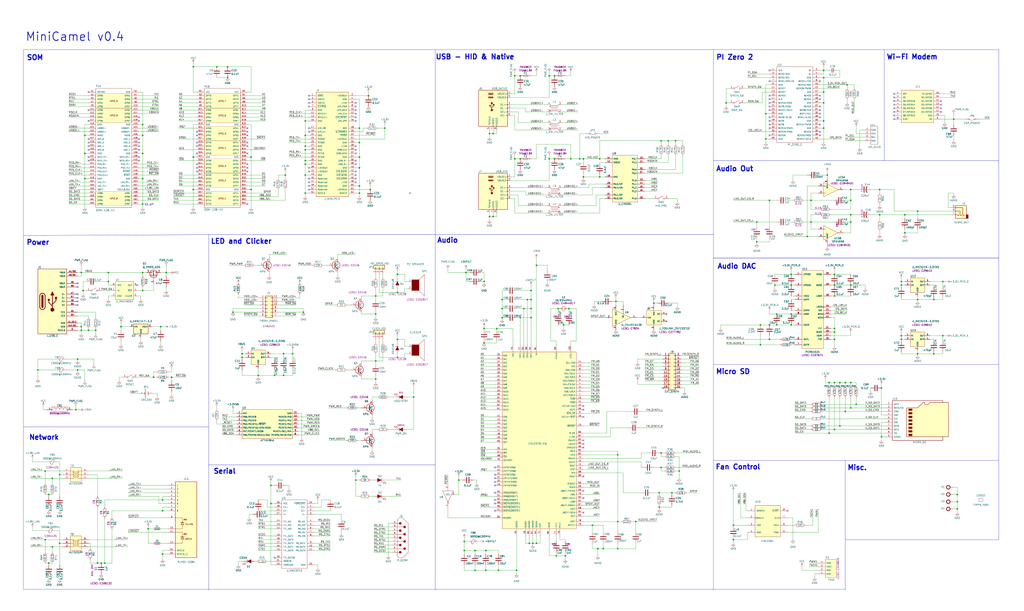
<source format=kicad_sch>
(kicad_sch (version 20231120) (generator "eeschema") (generator_version "8.0")
  (paper "User" 720 429.997)
  (title_block (title "MiniCamel") (date "2024-06-18") (rev "0.1") (company "Matt Schultz") (comment 1 "Based on TinyLlama 2 by Eivind Bøhler"))
  (lib_symbols
    (symbol "Connector:AudioJack3"
      (property "Reference" "J" (at 0 8.89 0))
      (property "Value" "AudioJack3" (at 0 6.35 0))
      (symbol "AudioJack3_1_1"
        (pin passive line (at 5.08 0 180) (length 2.54) (name "~") (number "R"))
        (pin passive line (at 5.08 2.54 180) (length 2.54) (name "~") (number "S"))
        (pin passive line (at 5.08 -2.54 180) (length 2.54) (name "~") (number "T"))
      )
    )
    (symbol "Connector_Generic:Conn_01x03" (pin_names (offset 1.016) hide)
      (property "Reference" "J" (at 0 5.08 0))
      (property "Value" "Conn_01x03" (at 0 -5.08 0))
      (symbol "Conn_01x03_1_1"
        (pin passive line (at -5.08 2.54 0) (length 3.81) (name "Pin_1") (number "1"))
        (pin passive line (at -5.08 0 0) (length 3.81) (name "Pin_2") (number "2"))
        (pin passive line (at -5.08 -2.54 0) (length 3.81) (name "Pin_3") (number "3"))
      )
    )
    (symbol "Connector_Generic:Conn_02x04_Counter_Clockwise" (pin_names (offset 1.016) hide)
      (property "Reference" "J11" (at -0.508 5.842 0))
      (property "Value" "FRONT_PANEL" (at 1.016 -13.716 0))
      (property "LCSC" "C492421" (at 1.27 -17.526 0))
      (symbol "Conn_02x04_Counter_Clockwise_1_1"
        (pin passive line (at -5.08 2.54 0) (length 3.81) (name "Pin_1") (number "1"))
        (pin passive line (at 7.62 -2.54 180) (length 3.81) (name "Pin_10") (number "10"))
        (pin passive line (at 7.62 0 180) (length 3.81) (name "Pin_11") (number "11"))
        (pin passive line (at 7.62 2.54 180) (length 3.81) (name "Pin_12") (number "12"))
        (pin passive line (at -5.08 0 0) (length 3.81) (name "Pin_2") (number "2"))
        (pin passive line (at -5.08 -2.54 0) (length 3.81) (name "Pin_3") (number "3"))
        (pin passive line (at -5.08 -5.08 0) (length 3.81) (name "Pin_4") (number "4"))
        (pin passive line (at -5.08 -7.62 0) (length 3.81) (name "Pin_5") (number "5"))
        (pin passive line (at -5.08 -10.16 0) (length 3.81) (name "Pin_6") (number "6"))
        (pin passive line (at 7.62 -10.16 180) (length 3.81) (name "Pin_7") (number "7"))
        (pin passive line (at 7.62 -7.62 180) (length 3.81) (name "Pin_8") (number "8"))
        (pin passive line (at 7.62 -5.08 180) (length 3.81) (name "Pin_9") (number "9"))
      )
    )
    (symbol "Connector_Generic:Conn_02x10_Odd_Even" (pin_names (offset 1.016) hide)
      (property "Reference" "J" (at 1.27 12.7 0))
      (property "Value" "Conn_02x10_Odd_Even" (at 1.27 -15.24 0))
      (symbol "Conn_02x10_Odd_Even_1_1"
        (pin passive line (at -5.08 10.16 0) (length 3.81) (name "Pin_1") (number "1"))
        (pin passive line (at 7.62 0 180) (length 3.81) (name "Pin_10") (number "10"))
        (pin passive line (at -5.08 -2.54 0) (length 3.81) (name "Pin_11") (number "11"))
        (pin passive line (at 7.62 -2.54 180) (length 3.81) (name "Pin_12") (number "12"))
        (pin passive line (at -5.08 -5.08 0) (length 3.81) (name "Pin_13") (number "13"))
        (pin passive line (at 7.62 -5.08 180) (length 3.81) (name "Pin_14") (number "14"))
        (pin passive line (at -5.08 -7.62 0) (length 3.81) (name "Pin_15") (number "15"))
        (pin passive line (at 7.62 -7.62 180) (length 3.81) (name "Pin_16") (number "16"))
        (pin passive line (at -5.08 -10.16 0) (length 3.81) (name "Pin_17") (number "17"))
        (pin passive line (at 7.62 -10.16 180) (length 3.81) (name "Pin_18") (number "18"))
        (pin passive line (at -5.08 -12.7 0) (length 3.81) (name "Pin_19") (number "19"))
        (pin passive line (at 7.62 10.16 180) (length 3.81) (name "Pin_2") (number "2"))
        (pin passive line (at 7.62 -12.7 180) (length 3.81) (name "Pin_20") (number "20"))
        (pin passive line (at -5.08 7.62 0) (length 3.81) (name "Pin_3") (number "3"))
        (pin passive line (at 7.62 7.62 180) (length 3.81) (name "Pin_4") (number "4"))
        (pin passive line (at -5.08 5.08 0) (length 3.81) (name "Pin_5") (number "5"))
        (pin passive line (at 7.62 5.08 180) (length 3.81) (name "Pin_6") (number "6"))
        (pin passive line (at -5.08 2.54 0) (length 3.81) (name "Pin_7") (number "7"))
        (pin passive line (at 7.62 2.54 180) (length 3.81) (name "Pin_8") (number "8"))
        (pin passive line (at -5.08 0 0) (length 3.81) (name "Pin_9") (number "9"))
      )
    )
    (symbol "Device:C_Small" (pin_numbers hide) (pin_names (offset 0.254) hide)
      (property "Reference" "C" (at 0.254 1.778 0))
      (property "Value" "C_Small" (at 0.254 -2.032 0))
      (symbol "C_Small_1_1"
        (pin passive line (at 0 2.54 270) (length 2.032) (name "~") (number "1"))
        (pin passive line (at 0 -2.54 90) (length 2.032) (name "~") (number "2"))
      )
    )
    (symbol "Device:FerriteBead_Small" (pin_numbers hide) (pin_names (offset 0))
      (property "Reference" "FB" (at 1.905 1.27 0))
      (property "Value" "FerriteBead_Small" (at 1.905 -1.27 0))
      (symbol "FerriteBead_Small_1_1"
        (pin passive line (at 0 2.54 270) (length 1.27) (name "~") (number "1"))
        (pin passive line (at 0 -2.54 90) (length 1.27) (name "~") (number "2"))
      )
    )
    (symbol "Device:R_Small" (pin_numbers hide) (pin_names (offset 0.254) hide)
      (property "Reference" "R" (at 0.762 0.508 0))
      (property "Value" "R_Small" (at 0.762 -1.016 0))
      (symbol "R_Small_1_1"
        (pin passive line (at 0 2.54 270) (length 0.762) (name "~") (number "1"))
        (pin passive line (at 0 -2.54 90) (length 0.762) (name "~") (number "2"))
      )
    )
    (symbol "J_USB_A_Stacked_C12049_1" (pin_names (offset 1.016))
      (property "Reference" "J" (at 0 15.875 0))
      (property "Value" "J_USB_A_Stacked_C12049_1" (at 0 13.97 0))
      (symbol "J_USB_A_Stacked_C12049_1_1_1"
        (pin power_in line (at 10.16 10.16 180) (length 2.54) (name "VBUS1") (number "1"))
        (pin bidirectional line (at 10.16 0 180) (length 2.54) (name "D1-") (number "2"))
        (pin bidirectional line (at 10.16 2.54 180) (length 2.54) (name "D1+") (number "3"))
        (pin power_in line (at -2.54 -15.24 90) (length 2.54) (name "GND1") (number "4"))
        (pin power_in line (at 10.16 7.62 180) (length 2.54) (name "VBUS2") (number "5"))
        (pin bidirectional line (at 10.16 -5.08 180) (length 2.54) (name "D2-") (number "6"))
        (pin bidirectional line (at 10.16 -2.54 180) (length 2.54) (name "D2+") (number "7"))
        (pin power_in line (at 0 -15.24 90) (length 2.54) (name "GND2") (number "8"))
        (pin passive line (at -5.08 -15.24 90) (length 2.54) (name "Shield") (number "S"))
      )
    )
    (symbol "Jumper:Jumper_2_Bridged" (pin_numbers hide) (pin_names (offset 0) hide) (exclude_from_sim yes)
      (property "Reference" "JP" (at 0 1.905 0))
      (property "Value" "Jumper_2_Bridged" (at 0 -2.54 0))
      (symbol "Jumper_2_Bridged_1_1"
        (pin passive line (at -5.08 0 0) (length 2.54) (name "A") (number "1"))
        (pin passive line (at 5.08 0 180) (length 2.54) (name "B") (number "2"))
      )
    )
    (symbol "Llama Library:J_WEMOS_D1_MINI" (pin_names (offset 1.016))
      (property "Reference" "J" (at -11.43 12.7 0))
      (property "Value" "J_WEMOS_D1_MINI" (at 0 -12.7 0))
      (symbol "J_WEMOS_D1_MINI_1_1"
        (pin bidirectional line (at -16.51 8.89 0) (length 5.08) (name "RST") (number "1"))
        (pin power_in line (at 16.51 -6.35 180) (length 5.08) (name "GND") (number "10"))
        (pin bidirectional line (at 16.51 -3.81 180) (length 5.08) (name "D4/GPIO2") (number "11"))
        (pin bidirectional line (at 16.51 -1.27 180) (length 5.08) (name "D3/GPIO0") (number "12"))
        (pin bidirectional line (at 16.51 1.27 180) (length 5.08) (name "D2/GPIO4") (number "13"))
        (pin bidirectional line (at 16.51 3.81 180) (length 5.08) (name "D1/GPIO5") (number "14"))
        (pin bidirectional line (at 16.51 6.35 180) (length 5.08) (name "RX/GPIO3") (number "15"))
        (pin bidirectional line (at 16.51 8.89 180) (length 5.08) (name "TX/GPIO1") (number "16"))
        (pin bidirectional line (at -16.51 6.35 0) (length 5.08) (name "A0") (number "2"))
        (pin bidirectional line (at -16.51 3.81 0) (length 5.08) (name "D0/GPIO16") (number "3"))
        (pin bidirectional line (at -16.51 1.27 0) (length 5.08) (name "D5/GPIO14") (number "4"))
        (pin bidirectional line (at -16.51 -1.27 0) (length 5.08) (name "D6/GPIO12") (number "5"))
        (pin bidirectional line (at -16.51 -3.81 0) (length 5.08) (name "D7/GPIO13") (number "6"))
        (pin bidirectional line (at -16.51 -6.35 0) (length 5.08) (name "D8/GPIO15") (number "7"))
        (pin power_out line (at -16.51 -8.89 0) (length 5.08) (name "3.3V") (number "8"))
        (pin power_in line (at 16.51 -8.89 180) (length 5.08) (name "5V") (number "9"))
      )
    )
    (symbol "SnipE Symbol Library:C" (pin_numbers hide) (pin_names (offset 1.016))
      (property "Reference" "C" (at 2.54 -1.27 0))
      (property "Value" "C" (at 2.54 1.27 0))
      (symbol "C_1_1"
        (pin passive line (at 0 3.81 270) (length 2.794) (name "~") (number "1"))
        (pin passive line (at 0 -3.81 90) (length 2.794) (name "~") (number "2"))
      )
    )
    (symbol "SnipE Symbol Library:CP" (pin_numbers hide) (pin_names (offset 1.016))
      (property "Reference" "C" (at 2.54 1.27 0))
      (property "Value" "CP" (at 2.54 -1.27 0))
      (symbol "CP_1_1"
        (pin passive line (at 0 3.81 270) (length 2.794) (name "~") (number "1"))
        (pin passive line (at 0 -3.81 90) (length 3.302) (name "~") (number "2"))
      )
    )
    (symbol "SnipE Symbol Library:CS4237B-KQ_LITE"
      (property "Value" "CS4237B-KQ" (at -15.748 -2.286 0))
      (symbol "CS4237B-KQ_LITE_1_1"
        (pin passive line (at 16.51 31.75 180) (length 5.08) (name "XD7/SDATA") (number "1"))
        (pin passive line (at 16.51 29.21 180) (length 5.08) (name "~{XIOR}") (number "10"))
        (pin passive line (at 7.62 67.31 270) (length 5.08) (name "XTALI") (number "100"))
        (pin passive line (at 16.51 26.67 180) (length 5.08) (name "~{XIOW}") (number "11"))
        (pin passive line (at 16.51 24.13 180) (length 5.08) (name "XCTL0*/XA2") (number "12"))
        (pin passive line (at 16.51 52.07 180) (length 5.08) (name "XA1") (number "13"))
        (pin passive line (at 16.51 54.61 180) (length 5.08) (name "SCL/XA0") (number "14"))
        (pin input line (at 16.51 10.16 180) (length 5.08) (name "~{BRESET}") (number "15"))
        (pin passive line (at 16.51 16.51 180) (length 5.08) (name "XCTL1*/~{SINT}") (number "16"))
        (pin power_in line (at -27.94 67.31 270) (length 5.08) (name "VDF1") (number "17"))
        (pin power_in line (at -24.13 -67.31 90) (length 5.08) (name "SGND1") (number "18"))
        (pin output line (at -45.72 -31.75 0) (length 5.08) (name "(INT15*)IRQF") (number "19"))
        (pin passive line (at 16.51 34.29 180) (length 5.08) (name "XD6/LRCK") (number "2"))
        (pin output line (at -45.72 -29.21 0) (length 5.08) (name "(INT12*)IRQE") (number "20"))
        (pin output line (at -45.72 -26.67 0) (length 5.08) (name "(INT11*)IRQD") (number "21"))
        (pin output line (at -45.72 -24.13 0) (length 5.08) (name "(INT9*)IRQC") (number "22"))
        (pin output line (at -45.72 -21.59 0) (length 5.08) (name "(INT7*)IRQB") (number "23"))
        (pin output line (at -45.72 -19.05 0) (length 5.08) (name "(INT5*)IRQA") (number "24"))
        (pin input line (at -45.72 59.69 0) (length 5.08) (name "SA0") (number "25"))
        (pin input line (at -45.72 57.15 0) (length 5.08) (name "SA1") (number "26"))
        (pin input line (at -45.72 54.61 0) (length 5.08) (name "SA2") (number "27"))
        (pin input line (at -45.72 52.07 0) (length 5.08) (name "SA3") (number "28"))
        (pin input line (at -45.72 49.53 0) (length 5.08) (name "SA4") (number "29"))
        (pin passive line (at 16.51 36.83 180) (length 5.08) (name "XD5/MCLK") (number "3"))
        (pin input line (at -45.72 46.99 0) (length 5.08) (name "SA5") (number "30"))
        (pin input line (at -45.72 44.45 0) (length 5.08) (name "SA6") (number "31"))
        (pin input line (at -45.72 41.91 0) (length 5.08) (name "SA7") (number "32"))
        (pin input line (at -45.72 39.37 0) (length 5.08) (name "SA8") (number "33"))
        (pin input line (at -45.72 36.83 0) (length 5.08) (name "SA9") (number "34"))
        (pin input line (at -45.72 34.29 0) (length 5.08) (name "SA10") (number "35"))
        (pin input line (at -45.72 31.75 0) (length 5.08) (name "SA11") (number "36"))
        (pin input inverted (at -45.72 -8.89 0) (length 5.08) (name "~{IOR}") (number "37"))
        (pin input inverted (at -45.72 -11.43 0) (length 5.08) (name "~{IOW}") (number "38"))
        (pin input line (at -45.72 -6.35 0) (length 5.08) (name "AEN") (number "39"))
        (pin passive line (at 16.51 39.37 180) (length 5.08) (name "XD4/FSYNC") (number "4"))
        (pin output line (at -45.72 -13.97 0) (length 5.08) (name "IOCHRDY") (number "40"))
        (pin bidirectional line (at -45.72 16.51 0) (length 5.08) (name "SD0") (number "41"))
        (pin bidirectional line (at -45.72 13.97 0) (length 5.08) (name "SD1") (number "42"))
        (pin bidirectional line (at -45.72 11.43 0) (length 5.08) (name "SD2") (number "43"))
        (pin bidirectional line (at -45.72 8.89 0) (length 5.08) (name "SD3") (number "44"))
        (pin power_in line (at -33.02 67.31 270) (length 5.08) (name "VD1") (number "45"))
        (pin power_in line (at -30.48 -67.31 90) (length 5.08) (name "DGND1") (number "46"))
        (pin bidirectional line (at -45.72 6.35 0) (length 5.08) (name "SD4") (number "47"))
        (pin bidirectional line (at -45.72 3.81 0) (length 5.08) (name "SD5") (number "48"))
        (pin bidirectional line (at -45.72 1.27 0) (length 5.08) (name "SD6") (number "49"))
        (pin passive line (at 16.51 41.91 180) (length 5.08) (name "XD3/SDOUT") (number "5"))
        (pin bidirectional line (at -45.72 -1.27 0) (length 5.08) (name "SD7") (number "50"))
        (pin output line (at -45.72 -39.37 0) (length 5.08) (name "DRQB(DRQ1*)") (number "51"))
        (pin output line (at -45.72 -41.91 0) (length 5.08) (name "DRQC(DRQ3*)") (number "52"))
        (pin power_in line (at -16.51 -67.31 90) (length 5.08) (name "SGND4") (number "53"))
        (pin power_in line (at -20.32 67.31 270) (length 5.08) (name "VDF4") (number "54"))
        (pin output line (at -45.72 -36.83 0) (length 5.08) (name "DRQA(DRQ0*)") (number "55"))
        (pin input inverted (at -45.72 -46.99 0) (length 5.08) (name "~{DACKB}(~{DACK1}*)") (number "56"))
        (pin input inverted (at -45.72 -49.53 0) (length 5.08) (name "~{DACKC}(~{DACK3}*)") (number "57"))
        (pin input inverted (at -45.72 -44.45 0) (length 5.08) (name "~{DACKA}(~{DACK0}*)") (number "58"))
        (pin input line (at 16.51 -33.02 180) (length 5.08) (name "MIDIN") (number "59"))
        (pin passive line (at 16.51 44.45 180) (length 5.08) (name "XD2/SDIN") (number "6"))
        (pin output line (at 16.51 -30.48 180) (length 5.08) (name "MIDOUT") (number "60"))
        (pin passive line (at 16.51 -43.18 180) (length 5.08) (name "JAB2") (number "61"))
        (pin passive line (at 16.51 -40.64 180) (length 5.08) (name "JBB2*/SCLK") (number "62"))
        (pin passive line (at 16.51 -53.34 180) (length 5.08) (name "JACY") (number "63"))
        (pin passive line (at 16.51 -50.8 180) (length 5.08) (name "JBCY*/SDIN") (number "64"))
        (pin power_in line (at -25.4 67.31 270) (length 5.08) (name "VDF2") (number "65"))
        (pin power_in line (at -21.59 -67.31 90) (length 5.08) (name "SGND2") (number "66"))
        (pin passive line (at 16.51 -45.72 180) (length 5.08) (name "JBCX*/SDOUT") (number "67"))
        (pin passive line (at 16.51 -48.26 180) (length 5.08) (name "JACX") (number "68"))
        (pin passive line (at 16.51 -35.56 180) (length 5.08) (name "JBB1*/FSYNC") (number "69"))
        (pin passive line (at 16.51 46.99 180) (length 5.08) (name "XD1/SCLK") (number "7"))
        (pin passive line (at 16.51 -38.1 180) (length 5.08) (name "JAB1") (number "70"))
        (pin passive line (at -13.97 -67.31 90) (length 5.08) (name "TEST") (number "71"))
        (pin output line (at 16.51 -17.78 180) (length 5.08) (name "ROUT") (number "72"))
        (pin output line (at 16.51 -20.32 180) (length 5.08) (name "LOUT") (number "73"))
        (pin passive line (at 16.51 -12.7 180) (length 5.08) (name "RAUX1") (number "74"))
        (pin passive line (at 16.51 -15.24 180) (length 5.08) (name "LAUX1") (number "75"))
        (pin passive line (at 0 -67.31 90) (length 5.08) (name "RFILT") (number "76"))
        (pin passive line (at -2.54 -67.31 90) (length 5.08) (name "LFILT") (number "77"))
        (pin passive line (at 16.51 -57.15 180) (length 5.08) (name "VREF") (number "78"))
        (pin passive line (at 16.51 -59.69 180) (length 5.08) (name "REFFLT") (number "79"))
        (pin passive line (at 16.51 49.53 180) (length 5.08) (name "SDA/XD0") (number "8"))
        (pin passive line (at -7.62 -67.31 90) (length 5.08) (name "AGND") (number "80"))
        (pin passive line (at -16.51 67.31 270) (length 5.08) (name "VA") (number "81"))
        (pin passive line (at 16.51 -7.62 180) (length 5.08) (name "RMIC") (number "82"))
        (pin passive line (at 16.51 -10.16 180) (length 5.08) (name "LMIC") (number "83"))
        (pin passive line (at 16.51 0 180) (length 5.08) (name "RAUX2") (number "84"))
        (pin passive line (at 16.51 -2.54 180) (length 5.08) (name "LAUX2") (number "85"))
        (pin input line (at 16.51 5.08 180) (length 5.08) (name "RLINE") (number "86"))
        (pin input line (at 16.51 2.54 180) (length 5.08) (name "LLINE") (number "87"))
        (pin input line (at 16.51 -22.86 180) (length 5.08) (name "MIN") (number "88"))
        (pin output line (at 16.51 -25.4 180) (length 5.08) (name "MOUT") (number "89"))
        (pin passive line (at 16.51 19.05 180) (length 5.08) (name "~{SCS}/~{UP}") (number "9"))
        (pin passive line (at -45.72 -54.61 0) (length 5.08) (name "RESDRV") (number "90"))
        (pin input line (at -45.72 21.59 0) (length 5.08) (name "SA15") (number "91"))
        (pin input line (at -45.72 24.13 0) (length 5.08) (name "SA14") (number "92"))
        (pin input line (at -45.72 26.67 0) (length 5.08) (name "SA13") (number "93"))
        (pin input line (at -45.72 29.21 0) (length 5.08) (name "SA12") (number "94"))
        (pin passive line (at 16.51 21.59 180) (length 5.08) (name "MUTE") (number "95"))
        (pin passive line (at 16.51 -5.08 180) (length 5.08) (name "CMAUX2") (number "96"))
        (pin power_in line (at -19.05 -67.31 90) (length 5.08) (name "SGND3") (number "97"))
        (pin power_in line (at -22.86 67.31 270) (length 5.08) (name "VDF3") (number "98"))
        (pin passive line (at -2.54 67.31 270) (length 5.08) (name "XTALO") (number "99"))
      )
    )
    (symbol "SnipE Symbol Library:PWR_FLAG" (power) (pin_numbers hide) (pin_names (offset 0) hide)
      (property "Value" "PWR_FLAG" (at 0 3.81 0))
      (symbol "PWR_FLAG_0_0"
        (pin power_out line (at 0 0 90) (length 0) (name "pwr") (number "1"))
      )
    )
    (symbol "SnipE Symbol Library:RJHSE-5384" (pin_names (offset 1.016))
      (property "Reference" "J" (at -7.62 26.67 0))
      (property "Value" "RJHSE-5384" (at -7.62 -29.21 0))
      (symbol "RJHSE-5384_0_0"
        (text "GREEN" (at -0.762 -14.224 0) (effects (font (size 1.016 1.016)) (justify left top)))
        (text "YELLOW" (at -0.762 -3.81 0) (effects (font (size 1.016 1.016)) (justify left top)))
        (pin passive line (at -12.7 22.86 0) (length 5.08) (name "1") (number "1"))
        (pin passive line (at -12.7 -7.62 0) (length 5.08) (name "~") (number "10"))
        (pin passive line (at -12.7 -10.16 0) (length 5.08) (name "~") (number "11"))
        (pin passive line (at -12.7 -17.78 0) (length 5.08) (name "~") (number "12"))
        (pin passive line (at -12.7 20.32 0) (length 5.08) (name "2") (number "2"))
        (pin passive line (at -12.7 17.78 0) (length 5.08) (name "3") (number "3"))
        (pin passive line (at -12.7 15.24 0) (length 5.08) (name "4") (number "4"))
        (pin passive line (at -12.7 12.7 0) (length 5.08) (name "5") (number "5"))
        (pin passive line (at -12.7 10.16 0) (length 5.08) (name "6") (number "6"))
        (pin passive line (at -12.7 7.62 0) (length 5.08) (name "7") (number "7"))
        (pin passive line (at -12.7 5.08 0) (length 5.08) (name "8") (number "8"))
        (pin passive line (at -12.7 0 0) (length 5.08) (name "~") (number "9"))
        (pin passive line (at -12.7 -22.86 0) (length 5.08) (name "SHIELD") (number "S1"))
        (pin passive line (at -12.7 -25.4 0) (length 5.08) (name "SHIELD__1") (number "S2"))
      )
    )
    (symbol "SnipE Symbol Library:SGND" (power) (pin_numbers hide) (pin_names (offset 0) hide)
      (property "Value" "SGND" (at 0 -3.81 0))
      (symbol "SGND_1_1"
        (pin power_in line (at 0 0 270) (length 0) (name "~") (number "1"))
      )
    )
    (symbol "Switch:SW_SPST" (pin_names (offset 0) hide)
      (property "Reference" "SW" (at 0 3.175 0))
      (property "Value" "SW_SPST" (at 0 -2.54 0))
      (symbol "SW_SPST_1_1"
        (pin passive line (at -5.08 0 0) (length 2.54) (name "A") (number "1"))
        (pin passive line (at 5.08 0 180) (length 2.54) (name "B") (number "2"))
      )
    )
    (symbol "llama_shared:+3.3V" (power) (pin_names (offset 0))
      (property "Value" "+3.3V" (at 0 3.81 0))
      (symbol "+3.3V_1_1"
        (pin power_in line (at 0 0 90) (length 0) hide (name "+3.3V") (number "1"))
      )
    )
    (symbol "llama_shared:+3.3VSB" (power) (pin_names (offset 0))
      (property "Value" "+3.3VSB" (at 0 3.81 0))
      (symbol "+3.3VSB_1_1"
        (pin power_in line (at 0 0 90) (length 0) hide (name "+3.3VSB") (number "1"))
      )
    )
    (symbol "llama_shared:+3.3V_PCM_A" (power) (pin_names (offset 0))
      (property "Value" "+3.3V_PCM_A" (at 0 3.81 0))
      (symbol "+3.3V_PCM_A_1_1"
        (pin power_in line (at 0 0 90) (length 0) hide (name "+3.3V_PCM_A") (number "1"))
      )
    )
    (symbol "llama_shared:+3.3V_PCM_D" (power) (pin_names (offset 0))
      (property "Value" "+3.3V_PCM_D" (at 0 3.81 0))
      (symbol "+3.3V_PCM_D_1_1"
        (pin power_in line (at 0 0 90) (length 0) hide (name "+3.3V_PCM_D") (number "1"))
      )
    )
    (symbol "llama_shared:+5VA" (power) (pin_names (offset 0))
      (property "Value" "+5VA" (at 0 3.81 0))
      (symbol "+5VA_1_1"
        (pin power_in line (at 0 0 90) (length 0) hide (name "+5VA") (number "1"))
      )
    )
    (symbol "llama_shared:+5VFILT" (power) (pin_names (offset 0))
      (property "Value" "+5VFILT" (at 0 3.81 0))
      (symbol "+5VFILT_1_1"
        (pin power_in line (at 0 0 90) (length 0) hide (name "+5VFILT") (number "1"))
      )
    )
    (symbol "llama_shared:+5VSB" (power) (pin_names (offset 0))
      (property "Value" "+5VSB" (at 0 3.81 0))
      (symbol "+5VSB_1_1"
        (pin power_in line (at 0 0 90) (length 0) hide (name "+5VSB") (number "1"))
      )
    )
    (symbol "llama_shared:AGND" (power) (pin_names (offset 0))
      (property "Value" "AGND" (at 0 -3.81 0))
      (symbol "AGND_1_1"
        (pin power_in line (at 0 0 270) (length 0) hide (name "GND") (number "1"))
      )
    )
    (symbol "llama_shared:BT" (pin_numbers hide) (pin_names (offset 0))
      (property "Reference" "BT" (at -3.81 3.81 0))
      (property "Value" "BT" (at -3.81 -2.54 0))
      (symbol "BT_1_1"
        (pin power_out line (at 0 5.08 270) (length 3.81) (name "+") (number "1"))
        (pin passive line (at 0 -5.08 90) (length 3.81) (name "-") (number "2"))
      )
    )
    (symbol "llama_shared:C" (pin_numbers hide) (pin_names (offset 1.016))
      (property "Reference" "C" (at 2.54 -1.27 0))
      (property "Value" "C" (at 2.54 1.27 0))
      (symbol "C_1_1"
        (pin passive line (at 0 3.81 270) (length 2.794) (name "~") (number "1"))
        (pin passive line (at 0 -3.81 90) (length 2.794) (name "~") (number "2"))
      )
    )
    (symbol "llama_shared:D" (pin_numbers hide) (pin_names (offset 1.016) hide)
      (property "Reference" "D" (at 0 2.54 0))
      (property "Value" "D" (at 0 -2.54 0))
      (symbol "D_1_1"
        (pin passive line (at -3.81 0 0) (length 2.54) (name "K") (number "1"))
        (pin passive line (at 3.81 0 180) (length 2.54) (name "A") (number "2"))
      )
    )
    (symbol "llama_shared:D_LED" (pin_numbers hide) (pin_names (offset 1.016) hide)
      (property "Reference" "D" (at 0 2.54 0))
      (property "Value" "D_LED" (at 0 -3.81 0))
      (symbol "D_LED_1_1"
        (pin passive line (at -3.81 0 0) (length 2.54) (name "K") (number "1"))
        (pin passive line (at 3.81 0 180) (length 2.54) (name "A") (number "2"))
      )
    )
    (symbol "llama_shared:F" (pin_numbers hide) (pin_names (offset 1.016) hide)
      (property "Reference" "F" (at 0 2.54 0))
      (property "Value" "F" (at 0 -2.54 0))
      (symbol "F_1_1"
        (pin passive line (at -3.81 0 0) (length 2.54) (name "~") (number "1"))
        (pin passive line (at 3.81 0 180) (length 2.54) (name "~") (number "2"))
      )
    )
    (symbol "llama_shared:FB" (pin_names (offset 1.016) hide)
      (property "Reference" "FB" (at 0 3.81 0))
      (property "Value" "FB" (at 0 -2.54 0))
      (symbol "FB_1_1"
        (pin passive line (at -8.89 0 0) (length 3.81) (name "1") (number "1"))
        (pin passive line (at 8.89 0 180) (length 3.81) (name "2") (number "2"))
      )
    )
    (symbol "llama_shared:GND" (power) (pin_names (offset 0))
      (property "Value" "GND" (at 0 -3.81 0))
      (symbol "GND_1_1"
        (pin power_in line (at 0 0 270) (length 0) hide (name "GND") (number "1"))
      )
    )
    (symbol "llama_shared:H_HOLE" (pin_numbers hide) (pin_names (offset 1.016) hide)
      (property "Reference" "H" (at 0 2.54 0))
      (property "Value" "H_HOLE" (at 0 -8.89 0))
      (symbol "H_HOLE_1_1"
        (pin passive line (at 0 -3.81 90) (length 2.54) (name "1") (number "1"))
      )
    )
    (symbol "llama_shared:J_FAN_HEADER"
      (property "Reference" "J" (at -2.54 6.35 0))
      (property "Value" "J_FAN_HEADER" (at 0 -8.89 0))
      (property "LCSC" "C240840" (at 0 -11.43 0) (show_name))
      (symbol "J_FAN_HEADER_1_1"
        (pin power_in line (at -8.89 -5.08 0) (length 5.08) (name "GND") (number "1"))
        (pin power_in line (at -8.89 -2.54 0) (length 5.08) (name "VDD") (number "2"))
        (pin output line (at -8.89 0 0) (length 5.08) (name "TACH") (number "3"))
        (pin input line (at -8.89 2.54 0) (length 5.08) (name "PWM") (number "4"))
      )
    )
    (symbol "llama_shared:J_MINI_PCIE" (pin_names (offset 1.016))
      (property "Reference" "J2" (at -11.43 36.8595 0))
      (property "Value" "J_MINI_PCIE" (at 0 -39.5756 0))
      (symbol "J_MINI_PCIE_1_1"
        (pin open_collector line (at -16.51 33.02 0) (length 5.08) (name "~{WAKE}") (number "1"))
        (pin bidirectional line (at 16.51 22.86 180) (length 5.08) (name "UIM_DATA") (number "10"))
        (pin input line (at -16.51 20.32 0) (length 5.08) (name "REFCLK-") (number "11"))
        (pin output line (at 16.51 20.32 180) (length 5.08) (name "UIM_CLK") (number "12"))
        (pin input line (at -16.51 17.78 0) (length 5.08) (name "REFCLK+") (number "13"))
        (pin output line (at 16.51 17.78 180) (length 5.08) (name "~{UIM_RESET}") (number "14"))
        (pin passive line (at -16.51 15.24 0) (length 5.08) (name "GND") (number "15"))
        (pin power_out line (at 16.51 15.24 180) (length 5.08) (name "UIM_VPP") (number "16"))
        (pin passive line (at -16.51 10.16 0) (length 5.08) (name "UIM_C8") (number "17"))
        (pin passive line (at 16.51 10.16 180) (length 5.08) (name "GND") (number "18"))
        (pin passive line (at -16.51 7.62 0) (length 5.08) (name "UIM_C4") (number "19"))
        (pin power_in line (at 16.51 33.02 180) (length 5.08) (name "+3V3AUX") (number "2"))
        (pin input line (at 16.51 7.62 180) (length 5.08) (name "~{W_DISABLE}") (number "20"))
        (pin passive line (at -16.51 5.08 0) (length 5.08) (name "GND") (number "21"))
        (pin input line (at 16.51 5.08 180) (length 5.08) (name "~{PERST}") (number "22"))
        (pin output line (at -16.51 2.54 0) (length 5.08) (name "PERn0") (number "23"))
        (pin power_in line (at 16.51 2.54 180) (length 5.08) (name "+3V3AUX") (number "24"))
        (pin output line (at -16.51 0 0) (length 5.08) (name "PERp0") (number "25"))
        (pin passive line (at 16.51 0 180) (length 5.08) (name "GND") (number "26"))
        (pin passive line (at -16.51 -2.54 0) (length 5.08) (name "GND") (number "27"))
        (pin power_in line (at 16.51 -2.54 180) (length 5.08) (name "+1V5") (number "28"))
        (pin passive line (at -16.51 -5.08 0) (length 5.08) (name "GND") (number "29"))
        (pin passive line (at -16.51 30.48 0) (length 5.08) (name "COEX1") (number "3"))
        (pin input line (at 16.51 -5.08 180) (length 5.08) (name "SMB_CLK") (number "30"))
        (pin input line (at -16.51 -7.62 0) (length 5.08) (name "PETn0") (number "31"))
        (pin bidirectional line (at 16.51 -7.62 180) (length 5.08) (name "SMB_DATA") (number "32"))
        (pin input line (at -16.51 -10.16 0) (length 5.08) (name "PETp0") (number "33"))
        (pin passive line (at 16.51 -10.16 180) (length 5.08) (name "GND") (number "34"))
        (pin passive line (at -16.51 -12.7 0) (length 5.08) (name "GND") (number "35"))
        (pin bidirectional line (at 16.51 -12.7 180) (length 5.08) (name "USB_D-") (number "36"))
        (pin passive line (at -16.51 -15.24 0) (length 5.08) (name "GND") (number "37"))
        (pin bidirectional line (at 16.51 -15.24 180) (length 5.08) (name "USB_D+") (number "38"))
        (pin power_in line (at -16.51 -17.78 0) (length 5.08) (name "+3V3AUX") (number "39"))
        (pin power_in line (at 16.51 30.48 180) (length 5.08) (name "GND") (number "4"))
        (pin passive line (at 16.51 -17.78 180) (length 5.08) (name "GND") (number "40"))
        (pin power_in line (at -16.51 -20.32 0) (length 5.08) (name "+3V3AUX") (number "41"))
        (pin open_collector line (at 16.51 -20.32 180) (length 5.08) (name "~{LED_WWAN}") (number "42"))
        (pin passive line (at -16.51 -22.86 0) (length 5.08) (name "GND") (number "43"))
        (pin open_collector line (at 16.51 -22.86 180) (length 5.08) (name "~{LED_WLAN}") (number "44"))
        (pin passive line (at -16.51 -25.4 0) (length 5.08) (name "Reserved") (number "45"))
        (pin open_collector line (at 16.51 -25.4 180) (length 5.08) (name "~{LED_WPAN}") (number "46"))
        (pin passive line (at -16.51 -27.94 0) (length 5.08) (name "Reserved") (number "47"))
        (pin power_in line (at 16.51 -27.94 180) (length 5.08) (name "+1V5") (number "48"))
        (pin passive line (at -16.51 -30.48 0) (length 5.08) (name "Reserved") (number "49"))
        (pin passive line (at -16.51 27.94 0) (length 5.08) (name "COEX2") (number "5"))
        (pin passive line (at 16.51 -30.48 180) (length 5.08) (name "GND") (number "50"))
        (pin passive line (at -16.51 -33.02 0) (length 5.08) (name "Reserved") (number "51"))
        (pin power_in line (at 16.51 -33.02 180) (length 5.08) (name "+3V3AUX") (number "52"))
        (pin power_in line (at 16.51 27.94 180) (length 5.08) (name "+1V5") (number "6"))
        (pin open_collector line (at -16.51 25.4 0) (length 5.08) (name "~{CLKREQ}") (number "7"))
        (pin power_out line (at 16.51 25.4 180) (length 5.08) (name "UIM_PWR") (number "8"))
        (pin passive line (at -16.51 22.86 0) (length 5.08) (name "GND") (number "9"))
        (pin passive line (at -16.51 -35.56 0) (length 5.08) (name "SHIELD") (number "S1"))
        (pin passive line (at 16.51 -35.56 180) (length 5.08) (name "SHIELD") (number "S2"))
      )
    )
    (symbol "llama_shared:J_Micro_SD_TF01A" (pin_names (offset 1.016))
      (property "Reference" "J" (at -16.51 11.43 0))
      (property "Value" "J_Micro_SD_TF01A" (at 16.51 11.43 0))
      (symbol "J_Micro_SD_TF01A_1_1"
        (pin bidirectional line (at -24.13 7.62 0) (length 5.08) (name "DAT2") (number "1"))
        (pin bidirectional line (at -24.13 5.08 0) (length 5.08) (name "DAT3/CD") (number "2"))
        (pin input line (at -24.13 2.54 0) (length 5.08) (name "CMD") (number "3"))
        (pin power_in line (at -24.13 0 0) (length 5.08) (name "VDD") (number "4"))
        (pin input line (at -24.13 -2.54 0) (length 5.08) (name "CLK") (number "5"))
        (pin power_in line (at -24.13 -5.08 0) (length 5.08) (name "VSS") (number "6"))
        (pin bidirectional line (at -24.13 -7.62 0) (length 5.08) (name "DAT0") (number "7"))
        (pin bidirectional line (at -24.13 -10.16 0) (length 5.08) (name "DAT1") (number "8"))
        (pin output line (at -24.13 -12.7 0) (length 5.08) (name "CD") (number "9"))
        (pin passive line (at -24.13 -15.24 0) (length 5.08) (name "Shield") (number "S"))
      )
    )
    (symbol "llama_shared:J_PI_ZERO" (pin_names (offset 1.016))
      (property "Reference" "J" (at -11.43 27.94 0))
      (property "Value" "J_PI_ZERO" (at 0 -27.94 0))
      (symbol "J_PI_ZERO_1_1"
        (pin passive line (at -17.78 24.13 0) (length 5.08) (name "3v3") (number "1"))
        (pin passive line (at 17.78 13.97 180) (length 5.08) (name "BCM15/RDX") (number "10"))
        (pin passive line (at -17.78 11.43 0) (length 5.08) (name "BCM17") (number "11"))
        (pin passive line (at 17.78 11.43 180) (length 5.08) (name "BCM18/PWM0") (number "12"))
        (pin passive line (at -17.78 8.89 0) (length 5.08) (name "BCM27") (number "13"))
        (pin passive line (at 17.78 8.89 180) (length 5.08) (name "GND") (number "14"))
        (pin passive line (at -17.78 6.35 0) (length 5.08) (name "BCM22") (number "15"))
        (pin passive line (at 17.78 6.35 180) (length 5.08) (name "BCM23") (number "16"))
        (pin passive line (at -17.78 3.81 0) (length 5.08) (name "3v3") (number "17"))
        (pin passive line (at 17.78 3.81 180) (length 5.08) (name "BCM24") (number "18"))
        (pin passive line (at -17.78 1.27 0) (length 5.08) (name "BCM10/MOSI") (number "19"))
        (pin passive line (at 17.78 24.13 180) (length 5.08) (name "5v") (number "2"))
        (pin passive line (at 17.78 1.27 180) (length 5.08) (name "GND") (number "20"))
        (pin passive line (at -17.78 -1.27 0) (length 5.08) (name "BCM9/MISO") (number "21"))
        (pin passive line (at 17.78 -1.27 180) (length 5.08) (name "BCM25") (number "22"))
        (pin passive line (at -17.78 -3.81 0) (length 5.08) (name "BCM11/SCLK") (number "23"))
        (pin passive line (at 17.78 -3.81 180) (length 5.08) (name "BCM8/CE0") (number "24"))
        (pin passive line (at -17.78 -6.35 0) (length 5.08) (name "GND") (number "25"))
        (pin passive line (at 17.78 -6.35 180) (length 5.08) (name "BCM7/CE1") (number "26"))
        (pin passive line (at -17.78 -8.89 0) (length 5.08) (name "BCM0/ID_SD") (number "27"))
        (pin passive line (at 17.78 -8.89 180) (length 5.08) (name "BCM1/ID_SC") (number "28"))
        (pin passive line (at -17.78 -11.43 0) (length 5.08) (name "BCM5") (number "29"))
        (pin passive line (at -17.78 21.59 0) (length 5.08) (name "BCM2/SDA") (number "3"))
        (pin passive line (at 17.78 -11.43 180) (length 5.08) (name "GND") (number "30"))
        (pin passive line (at -17.78 -13.97 0) (length 5.08) (name "BCM6") (number "31"))
        (pin passive line (at 17.78 -13.97 180) (length 5.08) (name "BCM12/PWM0") (number "32"))
        (pin passive line (at -17.78 -16.51 0) (length 5.08) (name "BCM13/PWM1") (number "33"))
        (pin passive line (at 17.78 -16.51 180) (length 5.08) (name "GND") (number "34"))
        (pin passive line (at -17.78 -19.05 0) (length 5.08) (name "BCM19/MISO") (number "35"))
        (pin passive line (at 17.78 -19.05 180) (length 5.08) (name "BCM16") (number "36"))
        (pin passive line (at -17.78 -21.59 0) (length 5.08) (name "BCM26") (number "37"))
        (pin passive line (at 17.78 -21.59 180) (length 5.08) (name "BCM20/MOSI") (number "38"))
        (pin passive line (at -17.78 -24.13 0) (length 5.08) (name "GND") (number "39"))
        (pin passive line (at 17.78 21.59 180) (length 5.08) (name "5v") (number "4"))
        (pin passive line (at 17.78 -24.13 180) (length 5.08) (name "BCM21/SCLK") (number "40"))
        (pin passive line (at -17.78 19.05 0) (length 5.08) (name "BCM3/SCL") (number "5"))
        (pin passive line (at 17.78 19.05 180) (length 5.08) (name "GND") (number "6"))
        (pin passive line (at -17.78 16.51 0) (length 5.08) (name "BCM4/GPCLK0") (number "7"))
        (pin passive line (at 17.78 16.51 180) (length 5.08) (name "BCM14/TDX") (number "8"))
        (pin passive line (at -17.78 13.97 0) (length 5.08) (name "GND") (number "9"))
      )
    )
    (symbol "llama_shared:J_TOSLINK_ZGY133T10"
      (property "Reference" "J" (at -5.08 6.35 0))
      (property "Value" "J_TOSLINK_ZGY133T10" (at 1.27 -6.35 0))
      (symbol "J_TOSLINK_ZGY133T10_1_1"
        (pin input line (at -8.89 0 0) (length 3.81) (name "VIN") (number "1"))
        (pin power_in line (at 0 8.89 270) (length 3.81) (name "VCC") (number "2"))
        (pin power_in line (at 0 -8.89 90) (length 3.81) (name "GND") (number "3"))
        (pin no_connect line (at 8.89 2.54 180) (length 3.81) (name "NC") (number "4"))
        (pin no_connect line (at 8.89 -2.54 180) (length 3.81) (name "NC") (number "5"))
      )
    )
    (symbol "llama_shared:J_USB_A_Stacked_C12049" (pin_names (offset 1.016))
      (property "Reference" "J" (at 0 15.875 0))
      (property "Value" "J_USB_A_Stacked_C12049" (at 0 13.97 0))
      (symbol "J_USB_A_Stacked_C12049_1_1"
        (pin power_in line (at 10.16 10.16 180) (length 2.54) (name "VBUS1") (number "1"))
        (pin bidirectional line (at 10.16 0 180) (length 2.54) (name "D1-") (number "2"))
        (pin bidirectional line (at 10.16 2.54 180) (length 2.54) (name "D1+") (number "3"))
        (pin power_in line (at -2.54 -15.24 90) (length 2.54) (name "GND1") (number "4"))
        (pin power_in line (at 10.16 7.62 180) (length 2.54) (name "VBUS2") (number "5"))
        (pin bidirectional line (at 10.16 -5.08 180) (length 2.54) (name "D2-") (number "6"))
        (pin bidirectional line (at 10.16 -2.54 180) (length 2.54) (name "D2+") (number "7"))
        (pin power_in line (at 0 -15.24 90) (length 2.54) (name "GND2") (number "8"))
        (pin passive line (at -5.08 -15.24 90) (length 2.54) (name "Shield") (number "S"))
      )
    )
    (symbol "llama_shared:J_USB_C" (pin_names (offset 1.016))
      (property "Reference" "J" (at -10.16 24.13 0))
      (property "Value" "J_USB_C" (at 0 -24.13 0))
      (symbol "J_USB_C_1_1"
        (pin passive line (at 17.78 -15.24 180) (length 7.62) (name "GND") (number "A1/B12"))
        (pin passive line (at 17.78 -17.78 180) (length 7.62) (name "GND") (number "A12/B1"))
        (pin passive line (at 17.78 20.32 180) (length 7.62) (name "VBUS") (number "A4/B9"))
        (pin bidirectional line (at 17.78 -7.62 180) (length 7.62) (name "CC1") (number "A5"))
        (pin bidirectional line (at 17.78 0 180) (length 7.62) (name "D+") (number "A6"))
        (pin bidirectional line (at 17.78 5.08 180) (length 7.62) (name "D-") (number "A7"))
        (pin bidirectional line (at 17.78 12.7 180) (length 7.62) (name "SBU1") (number "A8"))
        (pin passive line (at 17.78 17.78 180) (length 7.62) (name "VBUS") (number "A9/B4"))
        (pin bidirectional line (at 17.78 -10.16 180) (length 7.62) (name "CC2") (number "B5"))
        (pin bidirectional line (at 17.78 -2.54 180) (length 7.62) (name "D+") (number "B6"))
        (pin bidirectional line (at 17.78 2.54 180) (length 7.62) (name "D-") (number "B7"))
        (pin bidirectional line (at 17.78 10.16 180) (length 7.62) (name "SBU2") (number "B8"))
        (pin passive line (at 17.78 -20.32 180) (length 7.62) (name "SHIELD") (number "S"))
      )
    )
    (symbol "llama_shared:L_EMI_FILTER" (pin_names (offset 1.016))
      (property "Reference" "L" (at 0 5.08 0))
      (property "Value" "L_EMI_FILTER" (at 0 -5.08 0))
      (symbol "L_EMI_FILTER_1_1"
        (pin passive line (at -5.08 2.54 0) (length 2.54) (name "~") (number "1"))
        (pin passive line (at 5.08 2.54 180) (length 2.54) (name "~") (number "2"))
        (pin passive line (at 5.08 -2.54 180) (length 2.54) (name "~") (number "3"))
        (pin passive line (at -5.08 -2.54 0) (length 2.54) (name "~") (number "4"))
      )
    )
    (symbol "llama_shared:Llama_logo" (pin_names (offset 1.016)))
    (symbol "llama_shared:PWR_FLAG" (power) (pin_numbers hide) (pin_names (offset 0) hide)
      (property "Value" "PWR_FLAG" (at 0 3.81 0))
      (symbol "PWR_FLAG_0_0"
        (pin power_out line (at 0 0 90) (length 0) (name "pwr") (number "1"))
      )
    )
    (symbol "llama_shared:P_091OLED"
      (property "Reference" "P" (at -2.54 7.62 0))
      (property "Value" "P_091OLED" (at 0 -7.62 0))
      (symbol "P_091OLED_1_1"
        (pin power_in line (at -7.62 3.81 0) (length 5.08) (name "GND") (number "1"))
        (pin power_in line (at -7.62 1.27 0) (length 5.08) (name "VCC") (number "2"))
        (pin input line (at -7.62 -1.27 0) (length 5.08) (name "SCL") (number "3"))
        (pin input line (at -7.62 -3.81 0) (length 5.08) (name "SDA") (number "4"))
      )
    )
    (symbol "llama_shared:P_DE9M" (pin_names (offset 0.0254))
      (property "Reference" "P" (at 0 15.24 0))
      (property "Value" "P_DE9M" (at 0 -15.24 0))
      (symbol "P_DE9M_1_1"
        (pin passive line (at -7.62 -10.16 0) (length 3.81) (name "~") (number "1"))
        (pin power_in line (at 3.81 10.16 270) (length 0) hide (name "GND") (number "10"))
        (pin power_in line (at 3.81 -10.16 90) (length 0) hide (name "GND") (number "11"))
        (pin passive line (at -7.62 -5.08 0) (length 3.81) (name "~") (number "2"))
        (pin passive line (at -7.62 0 0) (length 3.81) (name "~") (number "3"))
        (pin passive line (at -7.62 5.08 0) (length 3.81) (name "~") (number "4"))
        (pin passive line (at -7.62 10.16 0) (length 3.81) (name "~") (number "5"))
        (pin passive line (at -7.62 -7.62 0) (length 3.81) (name "~") (number "6"))
        (pin passive line (at -7.62 -2.54 0) (length 3.81) (name "~") (number "7"))
        (pin passive line (at -7.62 2.54 0) (length 3.81) (name "~") (number "8"))
        (pin passive line (at -7.62 7.62 0) (length 3.81) (name "~") (number "9"))
      )
    )
    (symbol "llama_shared:P_SOM-128-EX" (pin_names (offset 1.016))
      (property "Reference" "P" (at -11.43 43.18 0))
      (property "Value" "P_SOM-128-EX" (at 0 -43.18 0))
      (symbol "P_SOM-128-EX_1_0"
        (text "GPIO_0" (at 0 33.02 0) (effects (font (size 1.016 1.016) (italic yes))))
        (text "GPIO_8" (at 0 -35.56 0) (effects (font (size 1.016 1.016) (italic yes))))
        (text "GPIO_9" (at 0 22.86 0) (effects (font (size 1.016 1.016) (italic yes))))
      )
      (symbol "P_SOM-128-EX_1_1"
        (pin passive line (at -17.78 39.37 0) (length 5.08) (name "RSTDRV") (number "A1"))
        (pin passive line (at 17.78 29.21 180) (length 5.08) (name "GP07") (number "A10"))
        (pin passive line (at -17.78 26.67 0) (length 5.08) (name "GP90") (number "A11"))
        (pin passive line (at 17.78 26.67 180) (length 5.08) (name "GP91") (number "A12"))
        (pin passive line (at -17.78 24.13 0) (length 5.08) (name "GP92") (number "A13"))
        (pin passive line (at 17.78 24.13 180) (length 5.08) (name "GP93") (number "A14"))
        (pin passive line (at -17.78 21.59 0) (length 5.08) (name "GP94") (number "A15"))
        (pin passive line (at 17.78 21.59 180) (length 5.08) (name "GP95") (number "A16"))
        (pin passive line (at -17.78 19.05 0) (length 5.08) (name "GP96") (number "A17"))
        (pin passive line (at 17.78 19.05 180) (length 5.08) (name "GP97") (number "A18"))
        (pin passive line (at -17.78 16.51 0) (length 5.08) (name "GND") (number "A19"))
        (pin passive line (at 17.78 39.37 180) (length 5.08) (name "GND") (number "A2"))
        (pin passive line (at 17.78 16.51 180) (length 5.08) (name "GND") (number "A20"))
        (pin passive line (at -17.78 13.97 0) (length 5.08) (name "USBD1-") (number "A21"))
        (pin passive line (at 17.78 13.97 180) (length 5.08) (name "USBD2-") (number "A22"))
        (pin passive line (at -17.78 11.43 0) (length 5.08) (name "USBD1+") (number "A23"))
        (pin passive line (at 17.78 11.43 180) (length 5.08) (name "USBD2+") (number "A24"))
        (pin passive line (at -17.78 8.89 0) (length 5.08) (name "AGND") (number "A25"))
        (pin passive line (at 17.78 8.89 180) (length 5.08) (name "AGND") (number "A26"))
        (pin passive line (at -17.78 6.35 0) (length 5.08) (name "ADC_0") (number "A27"))
        (pin passive line (at 17.78 6.35 180) (length 5.08) (name "ADC_1") (number "A28"))
        (pin passive line (at -17.78 3.81 0) (length 5.08) (name "ADC_2") (number "A29"))
        (pin passive line (at -17.78 36.83 0) (length 5.08) (name "GP00") (number "A3"))
        (pin passive line (at 17.78 3.81 180) (length 5.08) (name "ADC_3") (number "A30"))
        (pin passive line (at -17.78 1.27 0) (length 5.08) (name "ADC_4") (number "A31"))
        (pin passive line (at 17.78 1.27 180) (length 5.08) (name "ADC_5") (number "A32"))
        (pin passive line (at -17.78 -1.27 0) (length 5.08) (name "ADC_6") (number "A33"))
        (pin passive line (at 17.78 -1.27 180) (length 5.08) (name "ADC_7") (number "A34"))
        (pin passive line (at -17.78 -3.81 0) (length 5.08) (name "GND") (number "A35"))
        (pin passive line (at 17.78 -3.81 180) (length 5.08) (name "GND") (number "A36"))
        (pin passive line (at -17.78 -6.35 0) (length 5.08) (name "SATA_TX-") (number "A37"))
        (pin passive line (at 17.78 -6.35 180) (length 5.08) (name "SATA_RX-") (number "A38"))
        (pin passive line (at -17.78 -8.89 0) (length 5.08) (name "SATA_TX+") (number "A39"))
        (pin passive line (at 17.78 36.83 180) (length 5.08) (name "GP01") (number "A4"))
        (pin passive line (at 17.78 -8.89 180) (length 5.08) (name "SATA_RX+") (number "A40"))
        (pin passive line (at -17.78 -11.43 0) (length 5.08) (name "PE0_RX-") (number "A41"))
        (pin passive line (at 17.78 -11.43 180) (length 5.08) (name "PE0_TX-") (number "A42"))
        (pin passive line (at -17.78 -13.97 0) (length 5.08) (name "PE0_RX+") (number "A43"))
        (pin passive line (at 17.78 -13.97 180) (length 5.08) (name "PE0_TX+") (number "A44"))
        (pin passive line (at -17.78 -16.51 0) (length 5.08) (name "PE0_CLK-") (number "A45"))
        (pin passive line (at 17.78 -16.51 180) (length 5.08) (name "~{PCIRST}") (number "A46"))
        (pin passive line (at -17.78 -19.05 0) (length 5.08) (name "PE0_CLK+") (number "A47"))
        (pin passive line (at 17.78 -19.05 180) (length 5.08) (name "~{RESET}") (number "A48"))
        (pin passive line (at -17.78 -21.59 0) (length 5.08) (name "GND") (number "A49"))
        (pin passive line (at -17.78 34.29 0) (length 5.08) (name "GP02") (number "A5"))
        (pin passive line (at 17.78 -21.59 180) (length 5.08) (name "GND") (number "A50"))
        (pin passive line (at -17.78 -24.13 0) (length 5.08) (name "LAN_TX-") (number "A51"))
        (pin passive line (at 17.78 -24.13 180) (length 5.08) (name "LAN_RX-") (number "A52"))
        (pin passive line (at -17.78 -26.67 0) (length 5.08) (name "LAN_TX+") (number "A53"))
        (pin passive line (at 17.78 -26.67 180) (length 5.08) (name "LAN_RX+") (number "A54"))
        (pin passive line (at -17.78 -29.21 0) (length 5.08) (name "VBATT") (number "A55"))
        (pin passive line (at 17.78 -29.21 180) (length 5.08) (name "VCC1.8_OUT") (number "A56"))
        (pin passive line (at -17.78 -31.75 0) (length 5.08) (name "GP80") (number "A57"))
        (pin passive line (at 17.78 -31.75 180) (length 5.08) (name "GP81") (number "A58"))
        (pin passive line (at -17.78 -34.29 0) (length 5.08) (name "GP82") (number "A59"))
        (pin passive line (at 17.78 34.29 180) (length 5.08) (name "GP03") (number "A6"))
        (pin passive line (at 17.78 -34.29 180) (length 5.08) (name "GP83") (number "A60"))
        (pin passive line (at -17.78 -36.83 0) (length 5.08) (name "GP84") (number "A61"))
        (pin passive line (at 17.78 -36.83 180) (length 5.08) (name "GP85") (number "A62"))
        (pin passive line (at -17.78 -39.37 0) (length 5.08) (name "GP86") (number "A63"))
        (pin passive line (at 17.78 -39.37 180) (length 5.08) (name "GP87") (number "A64"))
        (pin passive line (at -17.78 31.75 0) (length 5.08) (name "GP04") (number "A7"))
        (pin passive line (at 17.78 31.75 180) (length 5.08) (name "GP05") (number "A8"))
        (pin passive line (at -17.78 29.21 0) (length 5.08) (name "GP06") (number "A9"))
      )
      (symbol "P_SOM-128-EX_2_0"
        (text "GPIO_7" (at 0 33.02 0) (effects (font (size 1.016 1.016) (italic yes))))
      )
      (symbol "P_SOM-128-EX_2_1"
        (text "GPIO_1" (at 0 -35.56 0) (effects (font (size 1.016 1.016) (italic yes))))
        (text "GPIO_2" (at 0 -22.86 0) (effects (font (size 1.016 1.016) (italic yes))))
        (text "GPIO_3" (at 0 -12.7 0) (effects (font (size 1.016 1.016) (italic yes))))
        (text "GPIO_4" (at 0 0 0) (effects (font (size 1.016 1.016) (italic yes))))
        (text "GPIO_5" (at 0 10.16 0) (effects (font (size 1.016 1.016) (italic yes))))
        (text "GPIO_6" (at 0 22.86 0) (effects (font (size 1.016 1.016) (italic yes))))
        (pin passive line (at -17.78 39.37 0) (length 5.08) (name "VCC") (number "B1"))
        (pin passive line (at 17.78 29.21 180) (length 5.08) (name "GP77") (number "B10"))
        (pin passive line (at -17.78 26.67 0) (length 5.08) (name "GP60") (number "B11"))
        (pin passive line (at 17.78 26.67 180) (length 5.08) (name "GP61") (number "B12"))
        (pin passive line (at -17.78 24.13 0) (length 5.08) (name "GP62") (number "B13"))
        (pin passive line (at 17.78 24.13 180) (length 5.08) (name "GP63") (number "B14"))
        (pin passive line (at -17.78 21.59 0) (length 5.08) (name "GP64") (number "B15"))
        (pin passive line (at 17.78 21.59 180) (length 5.08) (name "GP65") (number "B16"))
        (pin passive line (at -17.78 19.05 0) (length 5.08) (name "GP66") (number "B17"))
        (pin passive line (at 17.78 19.05 180) (length 5.08) (name "GP67") (number "B18"))
        (pin passive line (at -17.78 16.51 0) (length 5.08) (name "GND") (number "B19"))
        (pin passive line (at 17.78 39.37 180) (length 5.08) (name "VCC") (number "B2"))
        (pin passive line (at 17.78 16.51 180) (length 5.08) (name "GND") (number "B20"))
        (pin passive line (at -17.78 13.97 0) (length 5.08) (name "GP50") (number "B21"))
        (pin passive line (at 17.78 13.97 180) (length 5.08) (name "GP51") (number "B22"))
        (pin passive line (at -17.78 11.43 0) (length 5.08) (name "GP52") (number "B23"))
        (pin passive line (at 17.78 11.43 180) (length 5.08) (name "GP53") (number "B24"))
        (pin passive line (at -17.78 8.89 0) (length 5.08) (name "GP54") (number "B25"))
        (pin passive line (at 17.78 8.89 180) (length 5.08) (name "GP55") (number "B26"))
        (pin passive line (at -17.78 6.35 0) (length 5.08) (name "GP56") (number "B27"))
        (pin passive line (at 17.78 6.35 180) (length 5.08) (name "GP57") (number "B28"))
        (pin passive line (at -17.78 3.81 0) (length 5.08) (name "GP40") (number "B29"))
        (pin passive line (at -17.78 36.83 0) (length 5.08) (name "GP70") (number "B3"))
        (pin passive line (at 17.78 3.81 180) (length 5.08) (name "GP41") (number "B30"))
        (pin passive line (at -17.78 1.27 0) (length 5.08) (name "GP42") (number "B31"))
        (pin passive line (at 17.78 1.27 180) (length 5.08) (name "GP43") (number "B32"))
        (pin passive line (at -17.78 -1.27 0) (length 5.08) (name "GP44") (number "B33"))
        (pin passive line (at 17.78 -1.27 180) (length 5.08) (name "GP45") (number "B34"))
        (pin passive line (at -17.78 -3.81 0) (length 5.08) (name "GP46") (number "B35"))
        (pin passive line (at 17.78 -3.81 180) (length 5.08) (name "GP47") (number "B36"))
        (pin passive line (at -17.78 -6.35 0) (length 5.08) (name "GND") (number "B37"))
        (pin passive line (at 17.78 -6.35 180) (length 5.08) (name "GND") (number "B38"))
        (pin passive line (at -17.78 -8.89 0) (length 5.08) (name "GP30") (number "B39"))
        (pin passive line (at 17.78 36.83 180) (length 5.08) (name "GP71") (number "B4"))
        (pin passive line (at 17.78 -8.89 180) (length 5.08) (name "GP31") (number "B40"))
        (pin passive line (at -17.78 -11.43 0) (length 5.08) (name "GP32") (number "B41"))
        (pin passive line (at 17.78 -11.43 180) (length 5.08) (name "GP33") (number "B42"))
        (pin passive line (at -17.78 -13.97 0) (length 5.08) (name "GP34") (number "B43"))
        (pin passive line (at 17.78 -13.97 180) (length 5.08) (name "GP35") (number "B44"))
        (pin passive line (at -17.78 -16.51 0) (length 5.08) (name "GP36") (number "B45"))
        (pin passive line (at 17.78 -16.51 180) (length 5.08) (name "GP37") (number "B46"))
        (pin passive line (at -17.78 -19.05 0) (length 5.08) (name "GP20") (number "B47"))
        (pin passive line (at 17.78 -19.05 180) (length 5.08) (name "GP21") (number "B48"))
        (pin passive line (at -17.78 -21.59 0) (length 5.08) (name "GP22") (number "B49"))
        (pin passive line (at -17.78 34.29 0) (length 5.08) (name "GP72") (number "B5"))
        (pin passive line (at 17.78 -21.59 180) (length 5.08) (name "GP23") (number "B50"))
        (pin passive line (at -17.78 -24.13 0) (length 5.08) (name "GP24") (number "B51"))
        (pin passive line (at 17.78 -24.13 180) (length 5.08) (name "GP25") (number "B52"))
        (pin passive line (at -17.78 -26.67 0) (length 5.08) (name "GP26") (number "B53"))
        (pin passive line (at 17.78 -26.67 180) (length 5.08) (name "GP27") (number "B54"))
        (pin passive line (at -17.78 -29.21 0) (length 5.08) (name "GND") (number "B55"))
        (pin passive line (at 17.78 -29.21 180) (length 5.08) (name "GND") (number "B56"))
        (pin passive line (at -17.78 -31.75 0) (length 5.08) (name "GP10") (number "B57"))
        (pin passive line (at 17.78 -31.75 180) (length 5.08) (name "GP11") (number "B58"))
        (pin passive line (at -17.78 -34.29 0) (length 5.08) (name "GP12") (number "B59"))
        (pin passive line (at 17.78 34.29 180) (length 5.08) (name "GP73") (number "B6"))
        (pin passive line (at 17.78 -34.29 180) (length 5.08) (name "GP13") (number "B60"))
        (pin passive line (at -17.78 -36.83 0) (length 5.08) (name "GP14") (number "B61"))
        (pin passive line (at 17.78 -36.83 180) (length 5.08) (name "GP15") (number "B62"))
        (pin passive line (at -17.78 -39.37 0) (length 5.08) (name "GP16") (number "B63"))
        (pin passive line (at 17.78 -39.37 180) (length 5.08) (name "GP17") (number "B64"))
        (pin passive line (at -17.78 31.75 0) (length 5.08) (name "GP74") (number "B7"))
        (pin passive line (at 17.78 31.75 180) (length 5.08) (name "GP75") (number "B8"))
        (pin passive line (at -17.78 29.21 0) (length 5.08) (name "GP76") (number "B9"))
      )
    )
    (symbol "llama_shared:Q_NPN_BEC" (pin_names (offset 1.016))
      (property "Reference" "Q" (at -2.54 3.81 0))
      (property "Value" "Q_NPN_BEC" (at 6.35 -3.81 0))
      (symbol "Q_NPN_BEC_1_1"
        (pin input line (at -6.35 0 0) (length 5.08) (name "B") (number "1"))
        (pin passive line (at 1.27 -5.08 90) (length 2.54) (name "E") (number "2"))
        (pin passive line (at 1.27 5.08 270) (length 2.54) (name "C") (number "3"))
      )
    )
    (symbol "llama_shared:Q_PMOS_GDS" (pin_names hide)
      (property "Reference" "Q" (at 5.08 1.27 0))
      (property "Value" "Q_PMOS_GDS" (at 5.08 -1.27 0))
      (symbol "Q_PMOS_GDS_1_1"
        (pin input line (at -5.08 0 0) (length 2.54) (name "G") (number "1"))
        (pin passive line (at 2.54 5.08 270) (length 2.54) (name "D") (number "2"))
        (pin passive line (at 2.54 -5.08 90) (length 2.54) (name "S") (number "3"))
      )
    )
    (symbol "llama_shared:R" (pin_numbers hide) (pin_names (offset 0))
      (property "Reference" "R" (at 1.27 1.27 0))
      (property "Value" "R" (at 1.27 -1.27 0))
      (symbol "R_1_1"
        (pin passive line (at 0 3.81 270) (length 1.27) (name "~") (number "1"))
        (pin passive line (at 0 -3.81 90) (length 1.27) (name "~") (number "2"))
      )
    )
    (symbol "llama_shared:SP" (pin_names (offset 1.016))
      (property "Reference" "SP" (at 0 5.08 0))
      (property "Value" "SP" (at 0 -7.62 0))
      (symbol "SP_1_1"
        (pin passive line (at -5.08 2.54 0) (length 2.54) (name "~") (number "1"))
        (pin passive line (at -5.08 -2.54 0) (length 2.54) (name "~") (number "2"))
      )
    )
    (symbol "llama_shared:U_74LVC1G04" (pin_names (offset 1.016))
      (property "Reference" "U" (at 2.54 3.81 0))
      (property "Value" "U_74LVC1G04" (at 7.62 -3.81 0))
      (symbol "U_74LVC1G04_1_1"
        (pin no_connect line (at -2.54 3.81 270) (length 0) hide (name "NC") (number "1"))
        (pin input line (at -7.62 0 0) (length 5.08) (name "~") (number "2"))
        (pin power_in line (at -2.54 -3.81 90) (length 0) hide (name "GND") (number "3"))
        (pin output inverted (at 10.16 0 180) (length 5.08) (name "~") (number "4"))
        (pin power_in line (at 0 5.08 270) (length 2.54) (name "VCC") (number "5"))
      )
    )
    (symbol "llama_shared:U_74LVC1G126"
      (property "Reference" "U" (at 2.54 7.62 0))
      (property "Value" "U_74LVC1G126" (at 2.54 -7.62 0))
      (symbol "U_74LVC1G126_1_1"
        (pin input line (at 0 8.89 270) (length 6.35) (name "OE") (number "1"))
        (pin input line (at -12.7 0 0) (length 5.08) (name "~") (number "2"))
        (pin power_in line (at -5.08 -8.89 90) (length 3.81) (name "GND") (number "3"))
        (pin tri_state line (at 10.16 0 180) (length 5.08) (name "~") (number "4"))
        (pin power_in line (at -5.08 8.89 270) (length 3.81) (name "VCC") (number "5"))
      )
    )
    (symbol "llama_shared:U_AMS1117-3.3" (pin_names (offset 0.254))
      (property "Reference" "U" (at -3.81 3.175 0))
      (property "Value" "U_AMS1117-3.3" (at 1.27 -6.35 0))
      (symbol "U_AMS1117-3.3_1_1"
        (pin power_in line (at 0 -7.62 90) (length 2.54) (name "GND") (number "1"))
        (pin power_out line (at 7.62 0 180) (length 2.54) (name "VOUT") (number "2"))
        (pin power_in line (at -7.62 0 0) (length 2.54) (name "VIN") (number "3"))
      )
    )
    (symbol "llama_shared:U_ATTINY84A"
      (property "Reference" "U" (at -17.78 7.62 0))
      (property "Value" "U_ATTINY84A" (at 0 -15.24 0))
      (symbol "U_ATTINY84A_0_0"
        (text "" (at -15.24 1.27 0) (effects (font (size 1.27 1.27))))
      )
      (symbol "U_ATTINY84A_1_1"
        (pin power_in line (at -21.59 3.81 0) (length 3.81) (name "VCC") (number "1"))
        (pin bidirectional line (at 21.59 -6.35 180) (length 3.81) (name "PCINT3/PA3") (number "10"))
        (pin bidirectional line (at 21.59 -3.81 180) (length 3.81) (name "PCINT2/PA2") (number "11"))
        (pin bidirectional line (at 21.59 -1.27 180) (length 3.81) (name "PCINT1/PA1") (number "12"))
        (pin bidirectional line (at 21.59 1.27 180) (length 3.81) (name "PCINT0/PA0") (number "13"))
        (pin power_in line (at 21.59 3.81 180) (length 3.81) (name "GND") (number "14"))
        (pin bidirectional line (at -21.59 1.27 0) (length 3.81) (name "PB0/PCINT8") (number "2"))
        (pin bidirectional line (at -21.59 -1.27 0) (length 3.81) (name "PB1/PCINT9") (number "3"))
        (pin bidirectional line (at -21.59 -3.81 0) (length 3.81) (name "PB3/PCINT11/~{RESET}") (number "4"))
        (pin bidirectional line (at -21.59 -6.35 0) (length 3.81) (name "PB2/PCINT10/INT0/OC0A") (number "5"))
        (pin bidirectional line (at -21.59 -8.89 0) (length 3.81) (name "PA7/PCINT7/OC0B") (number "6"))
        (pin bidirectional line (at -21.59 -11.43 0) (length 3.81) (name "PA6/PCINT6/OCA1A/SDA") (number "7"))
        (pin bidirectional line (at 21.59 -11.43 180) (length 3.81) (name "PCINT5/OC1B/PA5") (number "8"))
        (pin bidirectional line (at 21.59 -8.89 180) (length 3.81) (name "PCINT4/SCL/PA4") (number "9"))
      )
    )
    (symbol "llama_shared:U_CH559L"
      (property "Reference" "U" (at -8.89 17.78 0))
      (property "Value" "U_CH559L" (at 0 -17.78 0))
      (symbol "U_CH559L_1_1"
        (pin passive line (at 13.97 13.97 180) (length 5.08) (name "P3.7") (number "13"))
        (pin passive line (at 13.97 11.43 180) (length 5.08) (name "P4.3") (number "14"))
        (pin passive line (at 13.97 -13.97 180) (length 5.08) (name "P4.6") (number "16"))
        (pin passive line (at -13.97 1.27 0) (length 5.08) (name "GND") (number "18"))
        (pin passive line (at -13.97 -3.81 0) (length 5.08) (name "P5.5/HP") (number "29"))
        (pin passive line (at -13.97 -6.35 0) (length 5.08) (name "P5.4/HM") (number "30"))
        (pin passive line (at -13.97 -11.43 0) (length 5.08) (name "P5.1/DP") (number "31"))
        (pin passive line (at -13.97 -13.97 0) (length 5.08) (name "P5.0/DM") (number "32"))
        (pin passive line (at 13.97 6.35 180) (length 5.08) (name "P0.5") (number "35"))
        (pin passive line (at 13.97 3.81 180) (length 5.08) (name "P0.3") (number "37"))
        (pin passive line (at -13.97 13.97 0) (length 5.08) (name "VIN5") (number "41"))
        (pin passive line (at -13.97 11.43 0) (length 5.08) (name "VDD33") (number "42"))
        (pin passive line (at 13.97 -1.27 180) (length 5.08) (name "P1.0") (number "43"))
        (pin passive line (at 13.97 -3.81 180) (length 5.08) (name "P1.1") (number "44"))
        (pin passive line (at 13.97 -6.35 180) (length 5.08) (name "P1.2") (number "45"))
        (pin passive line (at 13.97 -8.89 180) (length 5.08) (name "P1.3") (number "46"))
      )
    )
    (symbol "llama_shared:U_EMC2303" (pin_names (offset 1.016))
      (property "Reference" "U10" (at -8.89 16.51 0))
      (property "Value" "EMC2301" (at 0 -11.176 0))
      (symbol "U_EMC2303_0_0"
        (pin bidirectional line (at -13.97 10.16 0) (length 5.08) (name "SMDATA") (number "1"))
        (pin input clock (at -13.97 5.08 0) (length 5.08) (name "SMCLK") (number "2"))
        (pin power_in line (at -13.97 0 0) (length 5.08) (name "VDD") (number "3"))
      )
      (symbol "U_EMC2303_1_0"
        (pin input line (at -13.97 -5.08 0) (length 5.08) (name "GND") (number "4"))
        (pin output line (at 13.97 -5.08 180) (length 5.08) (name "PWM") (number "5"))
        (pin input line (at 13.97 0 180) (length 5.08) (name "TACH") (number "6"))
        (pin input clock (at 13.97 5.08 180) (length 5.08) (name "CLK") (number "7"))
        (pin output line (at 13.97 10.16 180) (length 5.08) (name "~{ALERT}") (number "8"))
      )
    )
    (symbol "llama_shared:U_MAX16054" (pin_names (offset 1.016))
      (property "Reference" "U" (at -5.08 7.62 0))
      (property "Value" "U_MAX16054" (at 0 -7.62 0))
      (symbol "U_MAX16054_1_1"
        (pin input line (at -8.89 0 0) (length 2.54) (name "IN") (number "1"))
        (pin power_in line (at -8.89 -3.81 0) (length 2.54) (name "GND") (number "2"))
        (pin input line (at 8.89 -3.81 180) (length 2.54) (name "CLEAR") (number "3"))
        (pin output line (at 8.89 0 180) (length 2.54) (name "~{OUT}") (number "4"))
        (pin output line (at 8.89 3.81 180) (length 2.54) (name "OUT") (number "5"))
        (pin power_in line (at -8.89 3.81 0) (length 2.54) (name "VCC") (number "6"))
      )
    )
    (symbol "llama_shared:U_MAX3243" (pin_names (offset 1.016))
      (property "Reference" "U" (at -7.62 22.86 0))
      (property "Value" "U_MAX3243" (at 0 -27.94 0))
      (symbol "U_MAX3243_1_1"
        (pin passive line (at 13.97 16.51 180) (length 5.08) (name "C2+") (number "1"))
        (pin passive line (at 13.97 -11.43 180) (length 5.08) (name "RS_OUT2") (number "10"))
        (pin passive line (at 13.97 -13.97 180) (length 5.08) (name "RS_OUT3") (number "11"))
        (pin passive line (at -13.97 1.27 0) (length 5.08) (name "TTL_IN3") (number "12"))
        (pin passive line (at -13.97 3.81 0) (length 5.08) (name "TTL_IN2") (number "13"))
        (pin passive line (at -13.97 6.35 0) (length 5.08) (name "TTL_IN1") (number "14"))
        (pin passive line (at -13.97 -13.97 0) (length 5.08) (name "TTL_OUT5") (number "15"))
        (pin passive line (at -13.97 -11.43 0) (length 5.08) (name "TTL_OUT4") (number "16"))
        (pin passive line (at -13.97 -8.89 0) (length 5.08) (name "TTL_OUT3") (number "17"))
        (pin passive line (at -13.97 -6.35 0) (length 5.08) (name "TTL_OUT2") (number "18"))
        (pin passive line (at -13.97 -3.81 0) (length 5.08) (name "TTL_OUT1") (number "19"))
        (pin passive line (at 13.97 13.97 180) (length 5.08) (name "C2-") (number "2"))
        (pin passive line (at -13.97 -19.05 0) (length 5.08) (name "TTL_OUT2B") (number "20"))
        (pin passive line (at -13.97 -21.59 0) (length 5.08) (name "~{INVALID}") (number "21"))
        (pin passive line (at 13.97 19.05 180) (length 5.08) (name "~{FORCEOFF}") (number "22"))
        (pin passive line (at -13.97 -24.13 0) (length 5.08) (name "FORCEON") (number "23"))
        (pin passive line (at -13.97 13.97 0) (length 5.08) (name "C1-") (number "24"))
        (pin power_in line (at 13.97 -24.13 180) (length 5.08) (name "GND") (number "25"))
        (pin power_in line (at -13.97 19.05 0) (length 5.08) (name "VCC") (number "26"))
        (pin passive line (at -13.97 11.43 0) (length 5.08) (name "V+") (number "27"))
        (pin passive line (at -13.97 16.51 0) (length 5.08) (name "C1+") (number "28"))
        (pin passive line (at 13.97 11.43 180) (length 5.08) (name "V-") (number "3"))
        (pin passive line (at 13.97 6.35 180) (length 5.08) (name "RS_IN1") (number "4"))
        (pin passive line (at 13.97 3.81 180) (length 5.08) (name "RS_IN2") (number "5"))
        (pin passive line (at 13.97 1.27 180) (length 5.08) (name "RS_IN3") (number "6"))
        (pin passive line (at 13.97 -1.27 180) (length 5.08) (name "RS_IN4") (number "7"))
        (pin passive line (at 13.97 -3.81 180) (length 5.08) (name "RS_IN5") (number "8"))
        (pin passive line (at 13.97 -8.89 180) (length 5.08) (name "RS_OUT1") (number "9"))
      )
    )
    (symbol "llama_shared:U_MIC5219-3.3YM5" (pin_names (offset 0.254))
      (property "Reference" "U" (at -5.08 6.35 0))
      (property "Value" "U_MIC5219-3.3YM5" (at 3.81 -7.62 0))
      (property "LCSC" "C29613" (at 3.81 -10.16 0) (show_name))
      (symbol "U_MIC5219-3.3YM5_1_1"
        (pin power_in line (at -8.89 2.54 0) (length 3.81) (name "IN") (number "1"))
        (pin power_in line (at 0 -7.62 90) (length 2.54) (name "GND") (number "2"))
        (pin input line (at -8.89 0 0) (length 3.81) (name "EN") (number "3"))
        (pin input line (at 8.89 0 180) (length 3.81) (name "BYP") (number "4"))
        (pin power_out line (at 8.89 2.54 180) (length 3.81) (name "OUT") (number "5"))
      )
    )
    (symbol "llama_shared:U_PCM5102APW" (pin_names (offset 1.016))
      (property "Reference" "U" (at -7.62 21.59 0))
      (property "Value" "U_PCM5102APW" (at 0 -36.83 0))
      (symbol "U_PCM5102APW_0_0"
        (pin power_in line (at -12.7 17.78 0) (length 5.08) (name "CPVDD") (number "1"))
        (pin input line (at 12.7 -22.86 180) (length 5.08) (name "DEMP") (number "10"))
        (pin input line (at 12.7 -20.32 180) (length 5.08) (name "FLT") (number "11"))
        (pin input clock (at 12.7 -12.7 180) (length 5.08) (name "SCK") (number "12"))
        (pin input clock (at 12.7 -10.16 180) (length 5.08) (name "BCK") (number "13"))
        (pin input line (at 12.7 -7.62 180) (length 5.08) (name "DIN") (number "14"))
        (pin input clock (at 12.7 -5.08 180) (length 5.08) (name "LRCK") (number "15"))
        (pin input line (at 12.7 -27.94 180) (length 5.08) (name "FMT") (number "16"))
        (pin input line (at 12.7 -25.4 180) (length 5.08) (name "XSMT") (number "17"))
        (pin power_in line (at 12.7 10.16 180) (length 5.08) (name "DGND") (number "19"))
        (pin passive line (at -12.7 0 0) (length 5.08) (name "CAPP") (number "2"))
        (pin power_in line (at 12.7 17.78 180) (length 5.08) (name "DVDD") (number "20"))
        (pin power_in line (at -12.7 10.16 0) (length 5.08) (name "CPGND") (number "3"))
        (pin passive line (at -12.7 -7.62 0) (length 5.08) (name "CAPM") (number "4"))
        (pin output line (at -12.7 2.54 0) (length 5.08) (name "VNEG") (number "5"))
        (pin output line (at -12.7 -27.94 0) (length 5.08) (name "OUTL") (number "6"))
        (pin output line (at -12.7 -31.75 0) (length 5.08) (name "OUTR") (number "7"))
        (pin power_in line (at -12.7 -10.16 0) (length 5.08) (name "AVDD") (number "8"))
        (pin power_in line (at -12.7 -17.78 0) (length 5.08) (name "AGND") (number "9"))
      )
      (symbol "U_PCM5102APW_1_0"
        (pin passive line (at 12.7 2.54 180) (length 5.08) (name "LDOO") (number "18"))
      )
    )
    (symbol "llama_shared:VCC" (power) (pin_names (offset 0))
      (property "Value" "VCC" (at 0 3.81 0))
      (symbol "VCC_1_1"
        (pin power_in line (at 0 0 90) (length 0) hide (name "VCC") (number "1"))
      )
    )
    (symbol "llama_shared:VCC_PI" (power) (pin_names (offset 0))
      (property "Value" "VCC_PI" (at 0 3.81 0))
      (symbol "VCC_PI_1_1"
        (pin power_in line (at 0 0 90) (length 0) hide (name "VCC_PI") (number "1"))
      )
    )
    (symbol "llama_shared:X" (pin_numbers hide) (pin_names (offset 1.016) hide)
      (property "Reference" "X" (at 0 2.54 0))
      (property "Value" "X" (at 0 -2.54 0))
      (symbol "X_1_1"
        (pin passive line (at -2.54 0 0) (length 1.27) (name "~") (number "1"))
        (pin passive line (at 2.54 0 180) (length 1.27) (name "~") (number "2"))
      )
    )
    (symbol "llamablaster:C" (pin_numbers hide) (pin_names (offset 1.016))
      (property "Reference" "C" (at 2.54 -1.27 0))
      (property "Value" "C" (at 2.54 1.27 0))
      (symbol "C_1_1"
        (pin passive line (at 0 3.81 270) (length 2.794) (name "~") (number "1"))
        (pin passive line (at 0 -3.81 90) (length 2.794) (name "~") (number "2"))
      )
    )
    (symbol "power:GND" (power) (pin_numbers hide) (pin_names (offset 0) hide)
      (property "Value" "GND" (at 0 -3.81 0))
      (symbol "GND_1_1"
        (pin power_in line (at 0 0 270) (length 0) (name "~") (number "1"))
      )
    )
    (symbol "tinyllama:+1.8V_LAN" (power) (pin_names (offset 0))
      (property "Value" "+1.8V_LAN" (at 0 3.81 0))
      (symbol "+1.8V_LAN_1_1"
        (pin power_in line (at 0 0 90) (length 0) hide (name "+1.8V_LAN") (number "1"))
      )
    )
    (symbol "tinyllama:FB" (pin_numbers hide) (pin_names (offset 0))
      (property "Reference" "FB" (at 1.905 1.27 0))
      (property "Value" "FerriteBead_Small" (at 1.905 -1.27 0))
      (symbol "FB_1_1"
        (pin passive line (at 0 2.54 270) (length 1.27) (name "~") (number "1"))
        (pin passive line (at 0 -2.54 90) (length 1.27) (name "~") (number "2"))
      )
    )
    (symbol "tinyllama:GND" (power) (pin_names (offset 0))
      (property "Value" "GND" (at 0 -3.81 0))
      (symbol "GND_1_1"
        (pin power_in line (at 0 0 270) (length 0) hide (name "GND") (number "1"))
      )
    )
    (symbol "tinyllama:R" (pin_numbers hide) (pin_names (offset 0))
      (property "Reference" "R" (at 1.27 1.27 0))
      (property "Value" "R" (at 1.27 -1.27 0))
      (symbol "R_1_1"
        (pin passive line (at 0 3.81 270) (length 1.27) (name "~") (number "1"))
        (pin passive line (at 0 -3.81 90) (length 1.27) (name "~") (number "2"))
      )
    )
    (symbol "tinyllama:T_Pulse_ALT3232M-151-T001" (pin_names hide)
      (property "Reference" "T" (at -3.81 6.35 0))
      (property "Value" "T_Pulse_ALT3232M-151-T001" (at 0 -6.35 0))
      (symbol "T_Pulse_ALT3232M-151-T001_1_1"
        (pin passive line (at -8.89 2.54 0) (length 5.08) (name "TD+") (number "1"))
        (pin passive line (at -8.89 -2.54 0) (length 5.08) (name "TD-") (number "2"))
        (pin passive line (at 8.89 0 180) (length 5.08) (name "C_TX") (number "3"))
        (pin passive line (at 8.89 -2.54 180) (length 5.08) (name "TX-") (number "4"))
        (pin passive line (at 8.89 2.54 180) (length 5.08) (name "TX+") (number "5"))
        (pin passive line (at -8.89 0 0) (length 5.08) (name "C_TD") (number "6"))
      )
    )
    (symbol "tinyllama:U_OPA1656" (pin_names (offset 0.127))
      (property "Reference" "U" (at 2.54 3.81 0))
      (property "Value" "U_OPA1656" (at 0 -5.08 0))
      (property "LCSC" "C1849431" (at 0 -10.16 0) (show_name))
      (symbol "U_OPA1656_1_1"
        (pin output line (at 8.89 0 180) (length 3.81) (name "~") (number "1"))
        (pin input line (at -8.89 -2.54 0) (length 3.81) (name "-") (number "2"))
        (pin input line (at -8.89 2.54 0) (length 3.81) (name "+") (number "3"))
        (pin power_in line (at -2.54 7.62 270) (length 3.81) (name "VCC") (number "8"))
      )
      (symbol "U_OPA1656_2_1"
        (pin power_in line (at -2.54 -7.62 90) (length 3.81) (name "GND") (number "4"))
        (pin input line (at -8.89 -2.54 0) (length 3.81) (name "+") (number "5"))
        (pin input line (at -8.89 2.54 0) (length 3.81) (name "-") (number "6"))
        (pin output line (at 8.89 0 180) (length 3.81) (name "~") (number "7"))
      )
    )
  )
  (junction (at 420.37 386.08))
  (junction (at 474.98 99.06))
  (junction (at 538.48 80.01))
  (junction (at 107.95 265.43))
  (junction (at 252.73 110.49))
  (junction (at 594.36 289.56))
  (junction (at 598.17 151.13))
  (junction (at 586.74 208.28))
  (junction (at 214.63 123.19))
  (junction (at 556.26 200.66))
  (junction (at 633.73 198.12))
  (junction (at 645.16 210.82))
  (junction (at 541.02 140.97))
  (junction (at 353.06 217.17))
  (junction (at 214.63 105.41))
  (junction (at 582.93 269.24))
  (junction (at 346.71 152.4))
  (junction (at 598.17 156.21))
  (junction (at 567.69 166.37))
  (junction (at 463.55 356.87))
  (junction (at 264.16 266.7))
  (junction (at 353.06 210.82))
  (junction (at 193.04 264.16))
  (junction (at 570.23 156.21))
  (junction (at 598.17 269.24))
  (junction (at 260.35 133.35))
  (junction (at 279.4 205.74))
  (junction (at 340.36 198.12))
  (junction (at 34.29 396.24))
  (junction (at 57.15 232.41))
  (junction (at 586.74 269.24))
  (junction (at 579.12 54.61))
  (junction (at 326.39 381))
  (junction (at 116.84 191.77))
  (junction (at 264.16 220.98))
  (junction (at 205.74 248.92))
  (junction (at 391.16 391.16))
  (junction (at 160.02 54.61))
  (junction (at 477.52 331.47))
  (junction (at 373.38 217.17))
  (junction (at 586.74 231.14))
  (junction (at 54.61 252.73))
  (junction (at 392.43 217.17))
  (junction (at 618.49 133.35))
  (junction (at 113.03 229.87))
  (junction (at 469.9 99.06))
  (junction (at 100.33 125.73))
  (junction (at 252.73 118.11))
  (junction (at 598.17 133.35))
  (junction (at 350.52 401.32))
  (junction (at 421.64 111.76))
  (junction (at 100.33 204.47))
  (junction (at 579.12 85.09))
  (junction (at 214.63 113.03))
  (junction (at 100.33 87.63))
  (junction (at 279.4 193.04))
  (junction (at 76.2 191.77))
  (junction (at 570.23 140.97))
  (junction (at 190.5 354.33))
  (junction (at 120.65 265.43))
  (junction (at 544.83 200.66))
  (junction (at 57.15 229.87))
  (junction (at 176.53 133.35))
  (junction (at 73.66 396.24))
  (junction (at 361.95 111.76))
  (junction (at 581.66 123.19))
  (junction (at 264.16 254))
  (junction (at 645.16 148.59))
  (junction (at 322.58 337.82))
  (junction (at 76.2 198.12))
  (junction (at 636.27 163.83))
  (junction (at 374.65 382.27))
  (junction (at 416.56 369.57))
  (junction (at 365.76 111.76))
  (junction (at 532.13 170.18))
  (junction (at 326.39 387.35))
  (junction (at 368.3 217.17))
  (junction (at 372.11 382.27))
  (junction (at 353.06 223.52))
  (junction (at 556.26 193.04))
  (junction (at 213.36 219.71))
  (junction (at 459.74 213.36))
  (junction (at 340.36 241.3))
  (junction (at 463.55 346.71))
  (junction (at 59.69 95.25))
  (junction (at 214.63 95.25))
  (junction (at 662.94 236.22))
  (junction (at 389.89 53.34))
  (junction (at 334.01 387.35))
  (junction (at 365.76 223.52))
  (junction (at 71.12 396.24))
  (junction (at 58.42 204.47))
  (junction (at 100.33 95.25))
  (junction (at 421.64 124.46))
  (junction (at 135.89 46.99))
  (junction (at 36.83 384.81))
  (junction (at 214.63 115.57))
  (junction (at 377.19 186.69))
  (junction (at 270.51 90.17))
  (junction (at 34.29 347.98))
  (junction (at 290.83 279.4))
  (junction (at 586.74 193.04))
  (junction (at 214.63 135.89))
  (junction (at 434.34 320.04))
  (junction (at 424.18 386.08))
  (junction (at 389.89 111.76))
  (junction (at 386.08 53.34))
  (junction (at 586.74 302.26))
  (junction (at 31.75 379.73))
  (junction (at 636.27 151.13))
  (junction (at 160.02 46.99))
  (junction (at 510.54 72.39))
  (junction (at 546.1 220.98))
  (junction (at 57.15 191.77))
  (junction (at 344.17 93.98))
  (junction (at 598.17 200.66))
  (junction (at 396.24 228.6))
  (junction (at 670.56 83.82))
  (junction (at 200.66 123.19))
  (junction (at 340.36 231.14))
  (junction (at 633.73 236.22))
  (junction (at 341.63 387.35))
  (junction (at 250.19 337.82))
  (junction (at 135.89 133.35))
  (junction (at 114.3 389.89))
  (junction (at 104.14 372.11))
  (junction (at 579.12 64.77))
  (junction (at 163.83 219.71))
  (junction (at 410.21 124.46))
  (junction (at 464.82 328.93))
  (junction (at 252.73 100.33))
  (junction (at 31.75 331.47))
  (junction (at 214.63 85.09))
  (junction (at 373.38 223.52))
  (junction (at 673.1 353.06))
  (junction (at 645.16 248.92))
  (junction (at 26.67 260.35))
  (junction (at 598.17 287.02))
  (junction (at 135.89 110.49))
  (junction (at 407.67 111.76))
  (junction (at 546.1 228.6))
  (junction (at 464.82 99.06))
  (junction (at 152.4 46.99))
  (junction (at 114.3 359.41))
  (junction (at 534.67 242.57))
  (junction (at 472.44 346.71))
  (junction (at 464.82 318.77))
  (junction (at 279.4 251.46))
  (junction (at 370.84 210.82))
  (junction (at 662.94 198.12))
  (junction (at 59.69 125.73))
  (junction (at 334.01 401.32))
  (junction (at 601.98 284.48))
  (junction (at 586.74 233.68))
  (junction (at 62.23 232.41))
  (junction (at 85.09 229.87))
  (junction (at 346.71 93.98))
  (junction (at 515.62 379.73))
  (junction (at 68.58 396.24))
  (junction (at 199.39 248.92))
  (junction (at 656.59 248.92))
  (junction (at 619.76 307.34))
  (junction (at 54.61 260.35))
  (junction (at 579.12 72.39))
  (junction (at 344.17 152.4))
  (junction (at 363.22 401.32))
  (junction (at 447.04 367.03))
  (junction (at 349.25 231.14))
  (junction (at 633.73 238.76))
  (junction (at 53.34 288.29))
  (junction (at 59.69 107.95))
  (junction (at 410.21 111.76))
  (junction (at 327.66 191.77))
  (junction (at 590.55 269.24))
  (junction (at 100.33 107.95))
  (junction (at 190.5 341.63))
  (junction (at 41.91 382.27))
  (junction (at 170.18 248.92))
  (junction (at 556.26 228.6))
  (junction (at 434.34 386.08))
  (junction (at 433.07 212.09))
  (junction (at 100.33 191.77))
  (junction (at 598.17 140.97))
  (junction (at 264.16 208.28))
  (junction (at 541.02 238.76))
  (junction (at 579.12 49.53))
  (junction (at 673.1 358.14))
  (junction (at 434.34 367.03))
  (junction (at 36.83 336.55))
  (junction (at 618.49 151.13))
  (junction (at 373.38 204.47))
  (junction (at 176.53 110.49))
  (junction (at 619.76 273.05))
  (junction (at 67.31 232.41))
  (junction (at 41.91 334.01))
  (junction (at 386.08 111.76))
  (junction (at 181.61 264.16))
  (junction (at 252.73 130.81))
  (junction (at 656.59 210.82))
  (junction (at 361.95 53.34))
  (junction (at 579.12 90.17))
  (junction (at 586.74 238.76))
  (junction (at 538.48 97.79))
  (junction (at 377.19 382.27))
  (junction (at 515.62 369.57))
  (junction (at 400.05 217.17))
  (junction (at 590.55 299.72))
  (junction (at 582.93 304.8))
  (junction (at 373.38 210.82))
  (junction (at 556.26 220.98))
  (junction (at 341.63 401.32))
  (junction (at 633.73 200.66))
  (junction (at 214.63 102.87))
  (junction (at 397.51 391.16))
  (junction (at 170.18 251.46))
  (junction (at 586.74 200.66))
  (junction (at 252.73 90.17))
  (junction (at 541.02 228.6))
  (junction (at 100.33 143.51))
  (junction (at 259.08 67.31))
  (junction (at 594.36 269.24))
  (junction (at 595.63 59.69))
  (junction (at 252.73 135.89))
  (junction (at 401.32 111.76))
  (junction (at 279.4 238.76))
  (junction (at 534.67 228.6))
  (junction (at 673.1 347.98))
  (junction (at 365.76 53.34))
  (junction (at 532.13 156.21))
  (junction (at 199.39 264.16))
  (junction (at 114.3 351.79))
  (no_connect (at 347.98 351.79))
  (no_connect (at 410.21 335.28))
  (no_connect (at 62.23 77.47))
  (no_connect (at 62.23 110.49))
  (no_connect (at 62.23 113.03))
  (no_connect (at 97.79 110.49))
  (no_connect (at 97.79 113.03))
  (no_connect (at 628.65 71.12))
  (no_connect (at 628.65 73.66))
  (no_connect (at 541.02 57.15))
  (no_connect (at 541.02 67.31))
  (no_connect (at 541.02 72.39))
  (no_connect (at 541.02 74.93))
  (no_connect (at 541.02 77.47))
  (no_connect (at 541.02 82.55))
  (no_connect (at 541.02 85.09))
  (no_connect (at 541.02 87.63))
  (no_connect (at 541.02 95.25))
  (no_connect (at 576.58 57.15))
  (no_connect (at 576.58 67.31))
  (no_connect (at 576.58 69.85))
  (no_connect (at 576.58 74.93))
  (no_connect (at 576.58 77.47))
  (no_connect (at 576.58 80.01))
  (no_connect (at 576.58 82.55))
  (no_connect (at 576.58 87.63))
  (no_connect (at 576.58 92.71))
  (no_connect (at 576.58 95.25))
  (no_connect (at 628.65 81.28))
  (no_connect (at 410.21 288.29))
  (no_connect (at 541.02 49.53))
  (no_connect (at 541.02 69.85))
  (no_connect (at 138.43 118.11))
  (no_connect (at 138.43 95.25))
  (no_connect (at 173.99 92.71))
  (no_connect (at 217.17 67.31))
  (no_connect (at 217.17 69.85))
  (no_connect (at 217.17 72.39))
  (no_connect (at 217.17 74.93))
  (no_connect (at 217.17 90.17))
  (no_connect (at 217.17 92.71))
  (no_connect (at 217.17 118.11))
  (no_connect (at 217.17 120.65))
  (no_connect (at 217.17 125.73))
  (no_connect (at 217.17 128.27))
  (no_connect (at 217.17 130.81))
  (no_connect (at 217.17 133.35))
  (no_connect (at 250.19 72.39))
  (no_connect (at 250.19 74.93))
  (no_connect (at 250.19 77.47))
  (no_connect (at 250.19 80.01))
  (no_connect (at 250.19 82.55))
  (no_connect (at 250.19 85.09))
  (no_connect (at 250.19 102.87))
  (no_connect (at 250.19 105.41))
  (no_connect (at 250.19 107.95))
  (no_connect (at 250.19 113.03))
  (no_connect (at 250.19 115.57))
  (no_connect (at 250.19 120.65))
  (no_connect (at 250.19 123.19))
  (no_connect (at 250.19 125.73))
  (no_connect (at 250.19 128.27))
  (no_connect (at 661.67 78.74))
  (no_connect (at 628.65 83.82))
  (no_connect (at 62.23 64.77))
  (no_connect (at 138.43 102.87))
  (no_connect (at 173.99 102.87))
  (no_connect (at 173.99 118.11))
  (no_connect (at 173.99 100.33))
  (no_connect (at 173.99 107.95))
  (no_connect (at 138.43 100.33))
  (no_connect (at 138.43 107.95))
  (no_connect (at 97.79 85.09))
  (no_connect (at 466.09 273.05))
  (no_connect (at 138.43 120.65))
  (no_connect (at 138.43 92.71))
  (no_connect (at 193.04 392.43))
  (no_connect (at 410.21 314.96))
  (no_connect (at 54.61 201.93))
  (no_connect (at 54.61 199.39))
  (no_connect (at 410.21 293.37))
  (no_connect (at 628.65 76.2))
  (no_connect (at 288.29 135.89))
  (no_connect (at 347.98 346.71))
  (no_connect (at 347.98 339.09))
  (no_connect (at 173.99 90.17))
  (no_connect (at 173.99 95.25))
  (no_connect (at 553.72 359.41))
  (no_connect (at 347.98 341.63))
  (no_connect (at 410.21 309.88))
  (no_connect (at 347.98 336.55))
  (no_connect (at 661.67 71.12))
  (no_connect (at 661.67 73.66))
  (no_connect (at 97.79 82.55))
  (no_connect (at 347.98 328.93))
  (no_connect (at 173.99 143.51))
  (no_connect (at 62.23 97.79))
  (no_connect (at 62.23 100.33))
  (no_connect (at 62.23 102.87))
  (no_connect (at 62.23 105.41))
  (no_connect (at 97.79 97.79))
  (no_connect (at 97.79 100.33))
  (no_connect (at 97.79 102.87))
  (no_connect (at 97.79 105.41))
  (no_connect (at 661.67 76.2))
  (no_connect (at 347.98 359.41))
  (no_connect (at 410.21 285.75))
  (no_connect (at 628.65 68.58))
  (no_connect (at 138.43 115.57))
  (no_connect (at 173.99 115.57))
  (no_connect (at 173.99 120.65))
  (no_connect (at 628.65 66.04))
  (no_connect (at 410.21 312.42))
  (no_connect (at 410.21 350.52))
  (no_connect (at 54.61 214.63))
  (no_connect (at 54.61 209.55))
  (no_connect (at 54.61 212.09))
  (no_connect (at 54.61 207.01))
  (no_connect (at 541.02 90.17))
  (no_connect (at 410.21 360.68))
  (no_connect (at 347.98 354.33))
  (no_connect (at 410.21 345.44))
  (no_connect (at 96.52 200.66))
  (no_connect (at 62.23 85.09))
  (no_connect (at 347.98 334.01))
  (no_connect (at 628.65 78.74))
  (wire (pts (xy 584.2 147.32) (xy 598.17 147.32)))
  (wire (pts (xy 337.82 285.75) (xy 347.98 285.75)))
  (wire (pts (xy 491.49 252.73) (xy 478.79 252.73)))
  (wire (pts (xy 662.94 210.82) (xy 662.94 209.55)))
  (polyline (pts (xy 621.665 34.925) (xy 621.665 113.03)))
  (wire (pts (xy 212.09 290.83) (xy 212.09 308.61)))
  (wire (pts (xy 33.02 373.38) (xy 22.86 373.38)))
  (wire (pts (xy 541.02 236.22) (xy 541.02 238.76)))
  (wire (pts (xy 421.64 93.98) (xy 427.99 93.98)))
  (wire (pts (xy 34.29 347.98) (xy 36.83 347.98)))
  (wire (pts (xy 279.4 251.46) (xy 266.7 251.46)))
  (wire (pts (xy 429.26 300.99) (xy 441.96 300.99)))
  (wire (pts (xy 220.98 354.33) (xy 223.52 354.33)))
  (wire (pts (xy 223.52 351.79) (xy 223.52 354.33)))
  (wire (pts (xy 360.68 231.14) (xy 360.68 242.57)))
  (wire (pts (xy 584.2 200.66) (xy 586.74 200.66)))
  (wire (pts (xy 166.37 298.45) (xy 152.4 298.45)))
  (wire (pts (xy 85.09 240.03) (xy 85.09 242.57)))
  (wire (pts (xy 264.16 218.44) (xy 264.16 220.98)))
  (wire (pts (xy 410.21 363.22) (xy 421.64 363.22)))
  (wire (pts (xy 515.62 369.57) (xy 515.62 345.44)))
  (wire (pts (xy 353.06 204.47) (xy 355.6 204.47)))
  (polyline (pts (xy 702.31 256.54) (xy 501.65 256.54)))
  (wire (pts (xy 205.74 248.92) (xy 205.74 252.73)))
  (wire (pts (xy 581.66 123.19) (xy 581.66 125.73)))
  (wire (pts (xy 557.53 123.19) (xy 567.69 123.19)))
  (wire (pts (xy 598.17 279.4) (xy 598.17 287.02)))
  (wire (pts (xy 594.36 99.06) (xy 607.06 99.06)))
  (wire (pts (xy 125.73 125.73) (xy 138.43 125.73)))
  (wire (pts (xy 576.58 54.61) (xy 579.12 54.61)))
  (wire (pts (xy 579.12 54.61) (xy 579.12 64.77)))
  (wire (pts (xy 579.12 64.77) (xy 579.12 72.39)))
  (wire (pts (xy 579.12 72.39) (xy 579.12 85.09)))
  (wire (pts (xy 579.12 85.09) (xy 579.12 90.17)))
  (wire (pts (xy 579.12 90.17) (xy 579.12 100.33)))
  (wire (pts (xy 337.82 308.61) (xy 347.98 308.61)))
  (wire (pts (xy 636.27 161.29) (xy 636.27 163.83)))
  (wire (pts (xy 100.33 201.93) (xy 100.33 204.47)))
  (wire (pts (xy 584.2 238.76) (xy 586.74 238.76)))
  (wire (pts (xy 391.16 391.16) (xy 386.08 391.16)))
  (wire (pts (xy 326.39 397.51) (xy 326.39 401.32)))
  (wire (pts (xy 214.63 113.03) (xy 214.63 115.57)))
  (wire (pts (xy 214.63 115.57) (xy 217.17 115.57)))
  (wire (pts (xy 167.64 209.55) (xy 182.88 209.55)))
  (wire (pts (xy 553.72 140.97) (xy 557.53 140.97)))
  (wire (pts (xy 214.63 123.19) (xy 214.63 135.89)))
  (wire (pts (xy 214.63 135.89) (xy 217.17 135.89)))
  (wire (pts (xy 450.85 328.93) (xy 452.12 328.93)))
  (wire (pts (xy 405.13 217.17) (xy 405.13 240.03)))
  (wire (pts (xy 125.73 80.01) (xy 138.43 80.01)))
  (wire (pts (xy 337.82 318.77) (xy 347.98 318.77)))
  (wire (pts (xy 556.26 190.5) (xy 556.26 193.04)))
  (wire (pts (xy 586.74 223.52) (xy 586.74 231.14)))
  (wire (pts (xy 420.37 386.08) (xy 420.37 391.16)))
  (wire (pts (xy 200.66 123.19) (xy 200.66 120.65)))
  (wire (pts (xy 181.61 369.57) (xy 193.04 369.57)))
  (wire (pts (xy 337.82 331.47) (xy 347.98 331.47)))
  (wire (pts (xy 584.2 208.28) (xy 586.74 208.28)))
  (wire (pts (xy 346.71 152.4) (xy 344.17 152.4)))
  (wire (pts (xy 48.26 128.27) (xy 62.23 128.27)))
  (wire (pts (xy 426.72 304.8) (xy 426.72 289.56)))
  (wire (pts (xy 398.78 217.17) (xy 400.05 217.17)))
  (wire (pts (xy 34.29 396.24) (xy 34.29 397.51)))
  (wire (pts (xy 48.26 118.11) (xy 62.23 118.11)))
  (wire (pts (xy 373.38 217.17) (xy 373.38 223.52)))
  (wire (pts (xy 337.82 257.81) (xy 347.98 257.81)))
  (wire (pts (xy 116.84 191.77) (xy 119.38 191.77)))
  (wire (pts (xy 262.89 373.38) (xy 275.59 373.38)))
  (wire (pts (xy 633.73 209.55) (xy 633.73 210.82)))
  (wire (pts (xy 410.21 358.14) (xy 421.64 358.14)))
  (wire (pts (xy 369.57 382.27) (xy 369.57 377.19)))
  (wire (pts (xy 167.64 209.55) (xy 167.64 207.01)))
  (wire (pts (xy 628.65 133.35) (xy 628.65 148.59)))
  (wire (pts (xy 568.96 398.78) (xy 575.31 398.78)))
  (wire (pts (xy 353.06 210.82) (xy 355.6 210.82)))
  (polyline (pts (xy 702.31 379.73) (xy 702.31 256.54)))
  (wire (pts (xy 633.73 210.82) (xy 645.16 210.82)))
  (wire (pts (xy 449.58 300.99) (xy 466.09 300.99)))
  (wire (pts (xy 322.58 337.82) (xy 325.12 337.82)))
  (wire (pts (xy 181.61 372.11) (xy 193.04 372.11)))
  (wire (pts (xy 538.48 59.69) (xy 538.48 80.01)))
  (wire (pts (xy 538.48 80.01) (xy 541.02 80.01)))
  (wire (pts (xy 541.02 59.69) (xy 538.48 59.69)))
  (wire (pts (xy 171.45 212.09) (xy 182.88 212.09)))
  (wire (pts (xy 34.29 407.67) (xy 34.29 405.13)))
  (wire (pts (xy 36.83 384.81) (xy 36.83 388.62)))
  (wire (pts (xy 349.25 241.3) (xy 340.36 241.3)))
  (wire (pts (xy 469.9 99.06) (xy 474.98 99.06)))
  (wire (pts (xy 71.12 396.24) (xy 73.66 396.24)))
  (wire (pts (xy 535.94 64.77) (xy 541.02 64.77)))
  (wire (pts (xy 21.59 384.81) (xy 36.83 384.81)))
  (wire (pts (xy 510.54 62.23) (xy 510.54 72.39)))
  (wire (pts (xy 464.82 99.06) (xy 469.9 99.06)))
  (wire (pts (xy 374.65 382.27) (xy 374.65 377.19)))
  (wire (pts (xy 524.51 346.71) (xy 524.51 359.41)))
  (wire (pts (xy 262.89 378.46) (xy 275.59 378.46)))
  (wire (pts (xy 54.61 254) (xy 54.61 252.73)))
  (wire (pts (xy 558.8 304.8) (xy 582.93 304.8)))
  (wire (pts (xy 654.05 236.22) (xy 662.94 236.22)))
  (wire (pts (xy 172.72 251.46) (xy 170.18 251.46)))
  (wire (pts (xy 515.62 140.97) (xy 541.02 140.97)))
  (wire (pts (xy 41.91 356.87) (xy 41.91 359.41)))
  (wire (pts (xy 350.52 387.35) (xy 350.52 389.89)))
  (wire (pts (xy 243.84 214.63) (xy 246.38 214.63)))
  (wire (pts (xy 420.37 386.08) (xy 424.18 386.08)))
  (wire (pts (xy 453.39 132.08) (xy 462.28 132.08)))
  (wire (pts (xy 448.31 267.97) (xy 448.31 270.51)))
  (wire (pts (xy 450.85 328.93) (xy 450.85 325.12)))
  (wire (pts (xy 54.61 222.25) (xy 62.23 222.25)))
  (wire (pts (xy 97.79 77.47) (xy 111.76 77.47)))
  (wire (pts (xy 387.35 240.03) (xy 387.35 217.17)))
  (wire (pts (xy 397.51 391.16) (xy 397.51 393.7)))
  (wire (pts (xy 368.3 217.17) (xy 373.38 217.17)))
  (wire (pts (xy 570.23 151.13) (xy 576.58 151.13)))
  (wire (pts (xy 270.51 349.25) (xy 281.94 349.25)))
  (polyline (pts (xy 146.685 327.025) (xy 146.685 415.29)))
  (wire (pts (xy 474.98 331.47) (xy 477.52 331.47)))
  (wire (pts (xy 152.4 285.75) (xy 152.4 288.29)))
  (wire (pts (xy 645.16 148.59) (xy 645.16 153.67)))
  (wire (pts (xy 515.62 370.84) (xy 515.62 369.57)))
  (wire (pts (xy 464.82 109.22) (xy 464.82 111.76)))
  (wire (pts (xy 515.62 378.46) (xy 515.62 379.73)))
  (polyline (pts (xy 702.31 34.925) (xy 16.51 34.925)))
  (wire (pts (xy 661.67 68.58) (xy 671.83 68.58)))
  (wire (pts (xy 546.1 156.21) (xy 532.13 156.21)))
  (wire (pts (xy 334.01 387.35) (xy 341.63 387.35)))
  (wire (pts (xy 384.81 86.36) (xy 364.49 86.36)))
  (wire (pts (xy 415.29 223.52) (xy 425.45 223.52)))
  (wire (pts (xy 438.15 346.71) (xy 438.15 332.74)))
  (wire (pts (xy 195.58 217.17) (xy 213.36 217.17)))
  (wire (pts (xy 633.73 200.66) (xy 633.73 198.12)))
  (wire (pts (xy 97.79 143.51) (xy 100.33 143.51)))
  (wire (pts (xy 656.59 238.76) (xy 656.59 240.03)))
  (wire (pts (xy 448.31 223.52) (xy 450.85 223.52)))
  (wire (pts (xy 48.26 120.65) (xy 62.23 120.65)))
  (wire (pts (xy 287.02 248.92) (xy 284.48 248.92)))
  (wire (pts (xy 372.11 382.27) (xy 374.65 382.27)))
  (wire (pts (xy 463.55 355.6) (xy 463.55 356.87)))
  (wire (pts (xy 337.82 273.05) (xy 347.98 273.05)))
  (wire (pts (xy 34.29 347.98) (xy 34.29 349.25)))
  (wire (pts (xy 314.96 191.77) (xy 327.66 191.77)))
  (wire (pts (xy 284.48 251.46) (xy 279.4 251.46)))
  (wire (pts (xy 135.89 46.99) (xy 152.4 46.99)))
  (wire (pts (xy 135.89 64.77) (xy 135.89 46.99)))
  (wire (pts (xy 138.43 64.77) (xy 135.89 64.77)))
  (wire (pts (xy 111.76 67.31) (xy 97.79 67.31)))
  (wire (pts (xy 195.58 219.71) (xy 213.36 219.71)))
  (wire (pts (xy 252.73 118.11) (xy 252.73 130.81)))
  (wire (pts (xy 252.73 130.81) (xy 250.19 130.81)))
  (wire (pts (xy 584.2 236.22) (xy 598.17 236.22)))
  (wire (pts (xy 104.14 370.84) (xy 104.14 372.11)))
  (wire (pts (xy 113.03 372.11) (xy 118.11 372.11)))
  (wire (pts (xy 466.09 252.73) (xy 448.31 252.73)))
  (wire (pts (xy 41.91 325.12) (xy 41.91 334.01)))
  (wire (pts (xy 419.1 144.78) (xy 419.1 137.16)))
  (wire (pts (xy 203.2 82.55) (xy 217.17 82.55)))
  (wire (pts (xy 619.76 297.18) (xy 619.76 307.34)))
  (wire (pts (xy 361.95 53.34) (xy 365.76 53.34)))
  (wire (pts (xy 214.63 77.47) (xy 214.63 85.09)))
  (wire (pts (xy 214.63 85.09) (xy 217.17 85.09)))
  (wire (pts (xy 217.17 77.47) (xy 214.63 77.47)))
  (wire (pts (xy 152.4 298.45) (xy 152.4 295.91)))
  (wire (pts (xy 478.79 257.81) (xy 491.49 257.81)))
  (wire (pts (xy 447.04 386.08) (xy 434.34 386.08)))
  (wire (pts (xy 581.66 120.65) (xy 581.66 123.19)))
  (wire (pts (xy 250.19 69.85) (xy 252.73 69.85)))
  (wire (pts (xy 252.73 69.85) (xy 252.73 90.17)))
  (wire (pts (xy 252.73 90.17) (xy 250.19 90.17)))
  (wire (pts (xy 645.16 248.92) (xy 645.16 250.19)))
  (wire (pts (xy 645.16 161.29) (xy 645.16 163.83)))
  (wire (pts (xy 397.51 388.62) (xy 397.51 391.16)))
  (wire (pts (xy 181.61 367.03) (xy 193.04 367.03)))
  (wire (pts (xy 662.94 198.12) (xy 662.94 201.93)))
  (wire (pts (xy 76.2 208.28) (xy 76.2 210.82)))
  (wire (pts (xy 553.72 156.21) (xy 557.53 156.21)))
  (wire (pts (xy 213.36 217.17) (xy 213.36 219.71)))
  (wire (pts (xy 464.82 99.06) (xy 464.82 101.6)))
  (wire (pts (xy 78.74 372.11) (xy 78.74 396.24)))
  (wire (pts (xy 656.59 200.66) (xy 656.59 201.93)))
  (wire (pts (xy 361.95 91.44) (xy 361.95 81.28)))
  (wire (pts (xy 260.35 130.81) (xy 260.35 133.35)))
  (wire (pts (xy 337.82 255.27) (xy 347.98 255.27)))
  (wire (pts (xy 54.61 194.31) (xy 57.15 194.31)))
  (wire (pts (xy 397.51 391.16) (xy 391.16 391.16)))
  (wire (pts (xy 394.97 137.16) (xy 416.56 137.16)))
  (wire (pts (xy 598.17 163.83) (xy 593.09 163.83)))
  (wire (pts (xy 107.95 265.43) (xy 110.49 265.43)))
  (wire (pts (xy 666.75 146.05) (xy 666.75 135.89)))
  (wire (pts (xy 594.36 140.97) (xy 598.17 140.97)))
  (wire (pts (xy 410.21 325.12) (xy 450.85 325.12)))
  (wire (pts (xy 458.47 346.71) (xy 463.55 346.71)))
  (wire (pts (xy 90.17 374.65) (xy 118.11 374.65)))
  (wire (pts (xy 60.96 204.47) (xy 58.42 204.47)))
  (wire (pts (xy 185.42 361.95) (xy 193.04 361.95)))
  (wire (pts (xy 209.55 300.99) (xy 224.79 300.99)))
  (wire (pts (xy 90.17 346.71) (xy 118.11 346.71)))
  (wire (pts (xy 424.18 369.57) (xy 424.18 374.65)))
  (wire (pts (xy 337.82 356.87) (xy 347.98 356.87)))
  (wire (pts (xy 261.62 279.4) (xy 261.62 281.94)))
  (polyline (pts (xy 412.75 238.76) (xy 412.75 238.76)))
  (wire (pts (xy 337.82 267.97) (xy 347.98 267.97)))
  (wire (pts (xy 414.02 132.08) (xy 414.02 129.54)))
  (wire (pts (xy 172.72 248.92) (xy 170.18 248.92)))
  (wire (pts (xy 590.55 49.53) (xy 588.01 49.53)))
  (wire (pts (xy 584.2 215.9) (xy 595.63 215.9)))
  (wire (pts (xy 416.56 386.08) (xy 420.37 386.08)))
  (wire (pts (xy 373.38 204.47) (xy 373.38 210.82)))
  (wire (pts (xy 459.74 212.09) (xy 459.74 213.36)))
  (wire (pts (xy 453.39 111.76) (xy 464.82 111.76)))
  (wire (pts (xy 601.98 88.9) (xy 601.98 93.98)))
  (wire (pts (xy 377.19 382.27) (xy 374.65 382.27)))
  (wire (pts (xy 156.21 293.37) (xy 166.37 293.37)))
  (wire (pts (xy 463.55 318.77) (xy 464.82 318.77)))
  (wire (pts (xy 361.95 139.7) (xy 359.41 139.7)))
  (wire (pts (xy 410.21 322.58) (xy 450.85 322.58)))
  (wire (pts (xy 50.8 288.29) (xy 53.34 288.29)))
  (wire (pts (xy 53.34 288.29) (xy 55.88 288.29)))
  (wire (pts (xy 337.82 278.13) (xy 347.98 278.13)))
  (wire (pts (xy 633.73 195.58) (xy 633.73 198.12)))
  (polyline (pts (xy 702.31 34.925) (xy 702.31 35.56)))
  (wire (pts (xy 407.67 93.98) (xy 407.67 111.76)))
  (wire (pts (xy 654.05 200.66) (xy 656.59 200.66)))
  (wire (pts (xy 377.19 181.61) (xy 377.19 186.69)))
  (wire (pts (xy 173.99 135.89) (xy 190.5 135.89)))
  (wire (pts (xy 181.61 259.08) (xy 181.61 264.16)))
  (wire (pts (xy 314.96 334.01) (xy 314.96 340.36)))
  (wire (pts (xy 392.43 228.6) (xy 396.24 228.6)))
  (wire (pts (xy 62.23 334.01) (xy 68.58 334.01)))
  (wire (pts (xy 510.54 72.39) (xy 510.54 74.93)))
  (wire (pts (xy 173.99 133.35) (xy 176.53 133.35)))
  (wire (pts (xy 176.53 133.35) (xy 176.53 146.05)))
  (wire (pts (xy 195.58 133.35) (xy 195.58 138.43)))
  (wire (pts (xy 379.73 382.27) (xy 377.19 382.27)))
  (wire (pts (xy 96.52 204.47) (xy 100.33 204.47)))
  (wire (pts (xy 266.7 205.74) (xy 266.7 193.04)))
  (wire (pts (xy 326.39 387.35) (xy 326.39 389.89)))
  (wire (pts (xy 598.17 133.35) (xy 604.52 133.35)))
  (wire (pts (xy 199.39 260.35) (xy 199.39 264.16)))
  (wire (pts (xy 30.48 285.75) (xy 30.48 288.29)))
  (wire (pts (xy 30.48 288.29) (xy 33.02 288.29)))
  (wire (pts (xy 645.16 210.82) (xy 656.59 210.82)))
  (wire (pts (xy 607.06 91.44) (xy 604.52 91.44)))
  (wire (pts (xy 337.82 316.23) (xy 347.98 316.23)))
  (wire (pts (xy 364.49 144.78) (xy 364.49 137.16)))
  (wire (pts (xy 156.21 300.99) (xy 166.37 300.99)))
  (wire (pts (xy 176.53 110.49) (xy 173.99 110.49)))
  (wire (pts (xy 176.53 133.35) (xy 176.53 110.49)))
  (polyline (pts (xy 501.65 34.925) (xy 501.65 113.03)))
  (wire (pts (xy 337.82 295.91) (xy 347.98 295.91)))
  (wire (pts (xy 135.89 87.63) (xy 135.89 110.49)))
  (wire (pts (xy 135.89 110.49) (xy 138.43 110.49)))
  (wire (pts (xy 138.43 87.63) (xy 135.89 87.63)))
  (wire (pts (xy 570.23 147.32) (xy 576.58 147.32)))
  (wire (pts (xy 525.78 52.07) (xy 541.02 52.07)))
  (wire (pts (xy 565.15 156.21) (xy 570.23 156.21)))
  (wire (pts (xy 416.56 137.16) (xy 416.56 132.08)))
  (wire (pts (xy 287.02 203.2) (xy 284.48 203.2)))
  (wire (pts (xy 113.03 229.87) (xy 113.03 232.41)))
  (wire (pts (xy 240.03 373.38) (xy 240.03 375.92)))
  (wire (pts (xy 664.21 81.28) (xy 664.21 86.36)))
  (wire (pts (xy 99.06 237.49) (xy 99.06 240.03)))
  (wire (pts (xy 341.63 401.32) (xy 350.52 401.32)))
  (wire (pts (xy 373.38 223.52) (xy 373.38 242.57)))
  (wire (pts (xy 416.56 132.08) (xy 425.45 132.08)))
  (wire (pts (xy 645.16 246.38) (xy 645.16 248.92)))
  (wire (pts (xy 406.4 78.74) (xy 394.97 78.74)))
  (wire (pts (xy 478.79 265.43) (xy 491.49 265.43)))
  (wire (pts (xy 62.23 232.41) (xy 57.15 232.41)))
  (wire (pts (xy 264.16 208.28) (xy 264.16 210.82)))
  (wire (pts (xy 195.58 209.55) (xy 210.82 209.55)))
  (wire (pts (xy 364.49 78.74) (xy 359.41 78.74)))
  (wire (pts (xy 114.3 387.35) (xy 118.11 387.35)))
  (wire (pts (xy 264.16 193.04) (xy 264.16 195.58)))
  (wire (pts (xy 156.21 306.07) (xy 166.37 306.07)))
  (wire (pts (xy 472.44 355.6) (xy 472.44 356.87)))
  (wire (pts (xy 262.89 381) (xy 275.59 381)))
  (wire (pts (xy 450.85 289.56) (xy 466.09 289.56)))
  (wire (pts (xy 156.21 295.91) (xy 166.37 295.91)))
  (wire (pts (xy 195.58 123.19) (xy 200.66 123.19)))
  (wire (pts (xy 453.39 121.92) (xy 480.06 121.92)))
  (wire (pts (xy 340.36 241.3) (xy 340.36 240.03)))
  (wire (pts (xy 434.34 382.27) (xy 434.34 386.08)))
  (wire (pts (xy 284.48 243.84) (xy 284.48 238.76)))
  (wire (pts (xy 284.48 198.12) (xy 284.48 193.04)))
  (wire (pts (xy 48.26 133.35) (xy 62.23 133.35)))
  (polyline (pts (xy 501.65 170.18) (xy 501.65 170.18)))
  (wire (pts (xy 187.96 351.79) (xy 187.96 356.87)))
  (wire (pts (xy 193.04 356.87) (xy 187.96 356.87)))
  (wire (pts (xy 570.23 140.97) (xy 586.74 140.97)))
  (wire (pts (xy 337.82 260.35) (xy 347.98 260.35)))
  (wire (pts (xy 594.36 156.21) (xy 598.17 156.21)))
  (wire (pts (xy 636.27 236.22) (xy 633.73 236.22)))
  (wire (pts (xy 152.4 46.99) (xy 160.02 46.99)))
  (wire (pts (xy 173.99 64.77) (xy 176.53 64.77)))
  (wire (pts (xy 176.53 46.99) (xy 160.02 46.99)))
  (wire (pts (xy 176.53 64.77) (xy 176.53 46.99)))
  (wire (pts (xy 326.39 381) (xy 326.39 387.35)))
  (wire (pts (xy 203.2 97.79) (xy 217.17 97.79)))
  (wire (pts (xy 199.39 248.92) (xy 205.74 248.92)))
  (wire (pts (xy 21.59 379.73) (xy 31.75 379.73)))
  (wire (pts (xy 628.65 148.59) (xy 645.16 148.59)))
  (wire (pts (xy 273.05 368.3) (xy 273.05 391.16)))
  (wire (pts (xy 273.05 279.4) (xy 278.13 279.4)))
  (wire (pts (xy 250.19 335.28) (xy 250.19 337.82)))
  (wire (pts (xy 252.73 337.82) (xy 250.19 337.82)))
  (wire (pts (xy 565.15 140.97) (xy 570.23 140.97)))
  (wire (pts (xy 434.34 367.03) (xy 436.88 367.03)))
  (wire (pts (xy 476.25 213.36) (xy 476.25 215.9)))
  (wire (pts (xy 203.2 80.01) (xy 217.17 80.01)))
  (wire (pts (xy 673.1 347.98) (xy 673.1 353.06)))
  (wire (pts (xy 670.56 353.06) (xy 673.1 353.06)))
  (wire (pts (xy 264.16 254) (xy 264.16 256.54)))
  (wire (pts (xy 618.49 154.94) (xy 618.49 151.13)))
  (wire (pts (xy 290.83 279.4) (xy 290.83 302.26)))
  (wire (pts (xy 220.98 361.95) (xy 240.03 361.95)))
  (wire (pts (xy 100.33 125.73) (xy 100.33 143.51)))
  (wire (pts (xy 100.33 143.51) (xy 100.33 146.05)))
  (wire (pts (xy 426.72 289.56) (xy 443.23 289.56)))
  (wire (pts (xy 410.21 355.6) (xy 421.64 355.6)))
  (wire (pts (xy 100.33 204.47) (xy 107.95 204.47)))
  (wire (pts (xy 577.85 299.72) (xy 590.55 299.72)))
  (wire (pts (xy 118.11 349.25) (xy 114.3 349.25)))
  (wire (pts (xy 474.98 109.22) (xy 474.98 119.38)))
  (wire (pts (xy 556.26 228.6) (xy 558.8 228.6)))
  (wire (pts (xy 337.82 250.19) (xy 347.98 250.19)))
  (wire (pts (xy 250.19 67.31) (xy 259.08 67.31)))
  (wire (pts (xy 598.17 269.24) (xy 601.98 269.24)))
  (wire (pts (xy 66.04 252.73) (xy 54.61 252.73)))
  (wire (pts (xy 231.14 309.88) (xy 243.84 309.88)))
  (wire (pts (xy 57.15 191.77) (xy 76.2 191.77)))
  (wire (pts (xy 433.07 212.09) (xy 433.07 214.63)))
  (wire (pts (xy 284.48 248.92) (xy 284.48 251.46)))
  (wire (pts (xy 553.72 364.49) (xy 557.53 364.49)))
  (wire (pts (xy 97.79 135.89) (xy 111.76 135.89)))
  (wire (pts (xy 171.45 222.25) (xy 182.88 222.25)))
  (wire (pts (xy 410.21 290.83) (xy 421.64 290.83)))
  (wire (pts (xy 541.02 228.6) (xy 546.1 228.6)))
  (wire (pts (xy 438.15 332.74) (xy 410.21 332.74)))
  (wire (pts (xy 327.66 198.12) (xy 327.66 191.77)))
  (wire (pts (xy 556.26 238.76) (xy 558.8 238.76)))
  (polyline (pts (xy 306.07 327.025) (xy 146.685 327.025)))
  (wire (pts (xy 377.19 186.69) (xy 377.19 242.57)))
  (wire (pts (xy 463.55 356.87) (xy 463.55 358.14)))
  (wire (pts (xy 556.26 218.44) (xy 558.8 218.44)))
  (wire (pts (xy 538.48 80.01) (xy 538.48 97.79)))
  (wire (pts (xy 538.48 97.79) (xy 541.02 97.79)))
  (wire (pts (xy 78.74 359.41) (xy 114.3 359.41)))
  (wire (pts (xy 666.75 135.89) (xy 670.56 135.89)))
  (wire (pts (xy 598.17 133.35) (xy 593.09 133.35)))
  (wire (pts (xy 254 209.55) (xy 254 208.28)))
  (wire (pts (xy 31.75 396.24) (xy 34.29 396.24)))
  (wire (pts (xy 472.44 346.71) (xy 474.98 346.71)))
  (wire (pts (xy 656.59 248.92) (xy 662.94 248.92)))
  (wire (pts (xy 250.19 337.82) (xy 250.19 349.25)))
  (wire (pts (xy 181.61 387.35) (xy 193.04 387.35)))
  (wire (pts (xy 63.5 393.7) (xy 63.5 396.24)))
  (wire (pts (xy 97.79 138.43) (xy 111.76 138.43)))
  (wire (pts (xy 400.05 217.17) (xy 405.13 217.17)))
  (wire (pts (xy 361.95 149.86) (xy 361.95 139.7)))
  (wire (pts (xy 78.74 200.66) (xy 76.2 200.66)))
  (wire (pts (xy 181.61 265.43) (xy 181.61 264.16)))
  (wire (pts (xy 598.17 156.21) (xy 598.17 163.83)))
  (wire (pts (xy 401.32 50.8) (xy 401.32 53.34)))
  (wire (pts (xy 114.3 359.41) (xy 114.3 356.87)))
  (wire (pts (xy 670.56 342.9) (xy 673.1 342.9)))
  (wire (pts (xy 673.1 342.9) (xy 673.1 347.98)))
  (wire (pts (xy 472.44 346.71) (xy 472.44 347.98)))
  (wire (pts (xy 262.89 337.82) (xy 260.35 337.82)))
  (wire (pts (xy 410.21 273.05) (xy 421.64 273.05)))
  (wire (pts (xy 38.1 373.38) (xy 41.91 373.38)))
  (wire (pts (xy 349.25 240.03) (xy 349.25 241.3)))
  (wire (pts (xy 187.96 394.97) (xy 193.04 394.97)))
  (wire (pts (xy 107.95 276.86) (xy 110.49 276.86)))
  (wire (pts (xy 110.49 276.86) (xy 110.49 279.4)))
  (wire (pts (xy 361.95 149.86) (xy 384.81 149.86)))
  (wire (pts (xy 361.95 81.28) (xy 359.41 81.28)))
  (wire (pts (xy 104.14 372.11) (xy 107.95 372.11)))
  (wire (pts (xy 577.85 287.02) (xy 598.17 287.02)))
  (wire (pts (xy 654.05 198.12) (xy 662.94 198.12)))
  (wire (pts (xy 106.68 229.87) (xy 113.03 229.87)))
  (wire (pts (xy 448.31 252.73) (xy 448.31 255.27)))
  (wire (pts (xy 125.73 67.31) (xy 138.43 67.31)))
  (wire (pts (xy 601.98 284.48) (xy 622.3 284.48)))
  (wire (pts (xy 590.55 269.24) (xy 594.36 269.24)))
  (wire (pts (xy 190.5 354.33) (xy 190.5 397.51)))
  (wire (pts (xy 525.78 379.73) (xy 515.62 379.73)))
  (wire (pts (xy 21.59 336.55) (xy 36.83 336.55)))
  (wire (pts (xy 220.98 397.51) (xy 223.52 397.51)))
  (wire (pts (xy 223.52 397.51) (xy 223.52 400.05)))
  (wire (pts (xy 62.23 231.14) (xy 62.23 232.41)))
  (wire (pts (xy 193.04 264.16) (xy 199.39 264.16)))
  (wire (pts (xy 176.53 87.63) (xy 173.99 87.63)))
  (wire (pts (xy 176.53 110.49) (xy 176.53 87.63)))
  (wire (pts (xy 541.02 160.02) (xy 541.02 140.97)))
  (wire (pts (xy 97.79 92.71) (xy 111.76 92.71)))
  (wire (pts (xy 464.82 328.93) (xy 467.36 328.93)))
  (wire (pts (xy 364.49 137.16) (xy 359.41 137.16)))
  (wire (pts (xy 111.76 354.33) (xy 118.11 354.33)))
  (wire (pts (xy 636.27 151.13) (xy 636.27 153.67)))
  (wire (pts (xy 125.73 74.93) (xy 138.43 74.93)))
  (wire (pts (xy 576.58 64.77) (xy 579.12 64.77)))
  (wire (pts (xy 344.17 93.98) (xy 344.17 96.52)))
  (wire (pts (xy 369.57 382.27) (xy 372.11 382.27)))
  (wire (pts (xy 410.21 317.5) (xy 434.34 317.5)))
  (wire (pts (xy 598.17 151.13) (xy 598.17 156.21)))
  (wire (pts (xy 326.39 381) (xy 330.2 381)))
  (wire (pts (xy 464.82 321.31) (xy 467.36 321.31)))
  (wire (pts (xy 370.84 210.82) (xy 373.38 210.82)))
  (wire (pts (xy 344.17 93.98) (xy 344.17 91.44)))
  (wire (pts (xy 100.33 191.77) (xy 100.33 194.31)))
  (wire (pts (xy 114.3 389.89) (xy 118.11 389.89)))
  (wire (pts (xy 220.98 387.35) (xy 232.41 387.35)))
  (wire (pts (xy 656.59 210.82) (xy 656.59 209.55)))
  (wire (pts (xy 386.08 53.34) (xy 389.89 53.34)))
  (wire (pts (xy 284.48 203.2) (xy 284.48 205.74)))
  (wire (pts (xy 584.2 231.14) (xy 586.74 231.14)))
  (wire (pts (xy 410.21 347.98) (xy 421.64 347.98)))
  (wire (pts (xy 363.22 204.47) (xy 373.38 204.47)))
  (wire (pts (xy 173.99 74.93) (xy 186.69 74.93)))
  (wire (pts (xy 410.21 265.43) (xy 421.64 265.43)))
  (wire (pts (xy 379.73 377.19) (xy 379.73 382.27)))
  (wire (pts (xy 618.49 135.89) (xy 618.49 133.35)))
  (wire (pts (xy 541.02 218.44) (xy 541.02 220.98)))
  (wire (pts (xy 193.04 260.35) (xy 193.04 264.16)))
  (wire (pts (xy 170.18 260.35) (xy 170.18 264.16)))
  (wire (pts (xy 193.04 359.41) (xy 181.61 359.41)))
  (wire (pts (xy 576.58 59.69) (xy 595.63 59.69)))
  (wire (pts (xy 595.63 59.69) (xy 600.71 59.69)))
  (wire (pts (xy 421.64 115.57) (xy 421.64 114.3)))
  (wire (pts (xy 170.18 251.46) (xy 170.18 252.73)))
  (wire (pts (xy 416.56 369.57) (xy 424.18 369.57)))
  (wire (pts (xy 384.81 144.78) (xy 364.49 144.78)))
  (wire (pts (xy 78.74 208.28) (xy 76.2 208.28)))
  (wire (pts (xy 421.64 114.3) (xy 425.45 114.3)))
  (wire (pts (xy 26.67 260.35) (xy 26.67 252.73)))
  (wire (pts (xy 577.85 294.64) (xy 622.3 294.64)))
  (wire (pts (xy 438.15 212.09) (xy 433.07 212.09)))
  (wire (pts (xy 250.19 92.71) (xy 255.27 92.71)))
  (wire (pts (xy 255.27 90.17) (xy 257.81 90.17)))
  (wire (pts (xy 255.27 92.71) (xy 255.27 90.17)))
  (wire (pts (xy 570.23 302.26) (xy 558.8 302.26)))
  (wire (pts (xy 31.75 331.47) (xy 31.75 340.36)))
  (wire (pts (xy 576.58 72.39) (xy 579.12 72.39)))
  (wire (pts (xy 341.63 387.35) (xy 350.52 387.35)))
  (wire (pts (xy 262.89 370.84) (xy 275.59 370.84)))
  (wire (pts (xy 97.79 125.73) (xy 100.33 125.73)))
  (wire (pts (xy 100.33 107.95) (xy 100.33 125.73)))
  (wire (pts (xy 662.94 248.92) (xy 662.94 247.65)))
  (wire (pts (xy 406.4 73.66) (xy 394.97 73.66)))
  (wire (pts (xy 251.46 309.88) (xy 254 309.88)))
  (wire (pts (xy 421.64 149.86) (xy 421.64 139.7)))
  (wire (pts (xy 314.96 189.23) (xy 314.96 191.77)))
  (wire (pts (xy 570.23 156.21) (xy 570.23 151.13)))
  (wire (pts (xy 337.82 323.85) (xy 347.98 323.85)))
  (wire (pts (xy 563.88 401.32) (xy 575.31 401.32)))
  (wire (pts (xy 250.19 133.35) (xy 260.35 133.35)))
  (wire (pts (xy 337.82 270.51) (xy 347.98 270.51)))
  (wire (pts (xy 586.74 231.14) (xy 586.74 233.68)))
  (wire (pts (xy 125.73 90.17) (xy 138.43 90.17)))
  (wire (pts (xy 346.71 93.98) (xy 344.17 93.98)))
  (wire (pts (xy 464.82 331.47) (xy 467.36 331.47)))
  (wire (pts (xy 397.51 379.73) (xy 393.7 379.73)))
  (wire (pts (xy 264.16 264.16) (xy 264.16 266.7)))
  (wire (pts (xy 598.17 193.04) (xy 586.74 193.04)))
  (wire (pts (xy 97.79 80.01) (xy 111.76 80.01)))
  (wire (pts (xy 576.58 97.79) (xy 591.82 97.79)))
  (wire (pts (xy 386.08 111.76) (xy 389.89 111.76)))
  (wire (pts (xy 386.08 127) (xy 386.08 111.76)))
  (wire (pts (xy 645.16 210.82) (xy 645.16 212.09)))
  (wire (pts (xy 544.83 193.04) (xy 556.26 193.04)))
  (wire (pts (xy 544.83 200.66) (xy 556.26 200.66)))
  (wire (pts (xy 279.4 203.2) (xy 279.4 205.74)))
  (wire (pts (xy 284.48 193.04) (xy 279.4 193.04)))
  (wire (pts (xy 421.64 124.46) (xy 410.21 124.46)))
  (wire (pts (xy 107.95 204.47) (xy 107.95 199.39)))
  (wire (pts (xy 26.67 252.73) (xy 40.64 252.73)))
  (wire (pts (xy 394.97 144.78) (xy 419.1 144.78)))
  (wire (pts (xy 190.5 248.92) (xy 199.39 248.92)))
  (wire (pts (xy 200.66 341.63) (xy 203.2 341.63)))
  (wire (pts (xy 203.2 341.63) (xy 203.2 344.17)))
  (wire (pts (xy 181.61 384.81) (xy 193.04 384.81)))
  (wire (pts (xy 469.9 139.7) (xy 476.25 139.7)))
  (wire (pts (xy 598.17 147.32) (xy 598.17 140.97)))
  (wire (pts (xy 598.17 271.78) (xy 598.17 269.24)))
  (wire (pts (xy 97.79 123.19) (xy 111.76 123.19)))
  (wire (pts (xy 586.74 208.28) (xy 598.17 208.28)))
  (wire (pts (xy 580.39 269.24) (xy 580.39 266.7)))
  (wire (pts (xy 63.5 396.24) (xy 68.58 396.24)))
  (wire (pts (xy 220.98 374.65) (xy 232.41 374.65)))
  (wire (pts (xy 590.55 279.4) (xy 590.55 299.72)))
  (wire (pts (xy 114.3 351.79) (xy 118.11 351.79)))
  (wire (pts (xy 410.21 299.72) (xy 421.64 299.72)))
  (wire (pts (xy 553.72 369.57) (xy 558.8 369.57)))
  (wire (pts (xy 373.38 53.34) (xy 377.19 53.34)))
  (wire (pts (xy 290.83 271.78) (xy 290.83 279.4)))
  (wire (pts (xy 344.17 152.4) (xy 344.17 154.94)))
  (wire (pts (xy 76.2 200.66) (xy 76.2 198.12)))
  (wire (pts (xy 250.19 97.79) (xy 270.51 97.79)))
  (wire (pts (xy 270.51 87.63) (xy 270.51 90.17)))
  (wire (pts (xy 270.51 90.17) (xy 270.51 97.79)))
  (wire (pts (xy 54.61 229.87) (xy 57.15 229.87)))
  (wire (pts (xy 262.89 349.25) (xy 260.35 349.25)))
  (wire (pts (xy 584.2 218.44) (xy 595.63 218.44)))
  (wire (pts (xy 209.55 186.69) (xy 219.71 186.69)))
  (wire (pts (xy 337.82 321.31) (xy 347.98 321.31)))
  (wire (pts (xy 71.12 204.47) (xy 78.74 204.47)))
  (wire (pts (xy 270.51 337.82) (xy 281.94 337.82)))
  (wire (pts (xy 368.3 217.17) (xy 368.3 242.57)))
  (wire (pts (xy 337.82 293.37) (xy 347.98 293.37)))
  (wire (pts (xy 48.26 80.01) (xy 62.23 80.01)))
  (wire (pts (xy 421.64 111.76) (xy 421.64 99.06)))
  (wire (pts (xy 582.93 304.8) (xy 622.3 304.8)))
  (wire (pts (xy 600.71 69.85) (xy 600.71 80.01)))
  (wire (pts (xy 60.96 198.12) (xy 58.42 198.12)))
  (wire (pts (xy 480.06 121.92) (xy 480.06 109.22)))
  (wire (pts (xy 96.52 265.43) (xy 107.95 265.43)))
  (wire (pts (xy 450.85 322.58) (xy 450.85 318.77)))
  (wire (pts (xy 478.79 250.19) (xy 491.49 250.19)))
  (wire (pts (xy 62.23 222.25) (xy 62.23 223.52)))
  (wire (pts (xy 525.78 92.71) (xy 541.02 92.71)))
  (polyline (pts (xy 501.65 323.85) (xy 501.65 256.54)))
  (wire (pts (xy 670.56 83.82) (xy 678.18 83.82)))
  (wire (pts (xy 285.75 302.26) (xy 290.83 302.26)))
  (wire (pts (xy 386.08 109.22) (xy 386.08 111.76)))
  (wire (pts (xy 563.88 401.32) (xy 563.88 398.78)))
  (wire (pts (xy 264.16 220.98) (xy 264.16 223.52)))
  (wire (pts (xy 265.43 90.17) (xy 270.51 90.17)))
  (wire (pts (xy 220.98 377.19) (xy 232.41 377.19)))
  (wire (pts (xy 353.06 223.52) (xy 353.06 217.17)))
  (wire (pts (xy 582.93 269.24) (xy 582.93 271.78)))
  (wire (pts (xy 220.98 367.03) (xy 232.41 367.03)))
  (wire (pts (xy 186.69 97.79) (xy 173.99 97.79)))
  (wire (pts (xy 670.56 135.89) (xy 670.56 137.16)))
  (wire (pts (xy 179.07 394.97) (xy 180.34 394.97)))
  (wire (pts (xy 422.91 212.09) (xy 417.83 212.09)))
  (wire (pts (xy 54.61 191.77) (xy 57.15 191.77)))
  (wire (pts (xy 275.59 368.3) (xy 273.05 368.3)))
  (wire (pts (xy 586.74 271.78) (xy 586.74 269.24)))
  (wire (pts (xy 337.82 265.43) (xy 347.98 265.43)))
  (wire (pts (xy 407.67 111.76) (xy 410.21 111.76)))
  (wire (pts (xy 243.84 260.35) (xy 246.38 260.35)))
  (wire (pts (xy 365.76 223.52) (xy 373.38 223.52)))
  (wire (pts (xy 575.31 123.19) (xy 581.66 123.19)))
  (wire (pts (xy 163.83 288.29) (xy 163.83 290.83)))
  (wire (pts (xy 48.26 74.93) (xy 62.23 74.93)))
  (wire (pts (xy 474.98 99.06) (xy 480.06 99.06)))
  (wire (pts (xy 340.36 231.14) (xy 349.25 231.14)))
  (wire (pts (xy 353.06 223.52) (xy 355.6 223.52)))
  (wire (pts (xy 195.58 222.25) (xy 208.28 222.25)))
  (wire (pts (xy 391.16 377.19) (xy 391.16 381)))
  (wire (pts (xy 181.61 351.79) (xy 187.96 351.79)))
  (wire (pts (xy 453.39 250.19) (xy 466.09 250.19)))
  (wire (pts (xy 57.15 191.77) (xy 57.15 194.31)))
  (wire (pts (xy 618.49 151.13) (xy 612.14 151.13)))
  (polyline (pts (xy 146.685 327.025) (xy 146.685 165.1)))
  (wire (pts (xy 670.56 83.82) (xy 670.56 87.63)))
  (wire (pts (xy 259.08 64.77) (xy 259.08 67.31)))
  (wire (pts (xy 576.58 49.53) (xy 579.12 49.53)))
  (wire (pts (xy 579.12 46.99) (xy 579.12 49.53)))
  (polyline (pts (xy 594.36 379.73) (xy 702.31 379.73)))
  (wire (pts (xy 361.95 111.76) (xy 365.76 111.76)))
  (wire (pts (xy 220.98 356.87) (xy 226.06 356.87)))
  (wire (pts (xy 226.06 351.79) (xy 232.41 351.79)))
  (wire (pts (xy 226.06 356.87) (xy 226.06 351.79)))
  (wire (pts (xy 285.75 279.4) (xy 290.83 279.4)))
  (wire (pts (xy 96.52 208.28) (xy 99.06 208.28)))
  (wire (pts (xy 406.4 91.44) (xy 394.97 91.44)))
  (wire (pts (xy 541.02 167.64) (xy 541.02 170.18)))
  (wire (pts (xy 166.37 290.83) (xy 163.83 290.83)))
  (wire (pts (xy 370.84 210.82) (xy 370.84 242.57)))
  (wire (pts (xy 125.73 72.39) (xy 138.43 72.39)))
  (wire (pts (xy 264.16 248.92) (xy 264.16 254)))
  (wire (pts (xy 269.24 254) (xy 264.16 254)))
  (wire (pts (xy 279.4 248.92) (xy 279.4 251.46)))
  (wire (pts (xy 97.79 133.35) (xy 111.76 133.35)))
  (wire (pts (xy 594.36 269.24) (xy 598.17 269.24)))
  (wire (pts (xy 227.33 186.69) (xy 229.87 186.69)))
  (wire (pts (xy 125.73 130.81) (xy 138.43 130.81)))
  (wire (pts (xy 41.91 334.01) (xy 41.91 349.25)))
  (wire (pts (xy 570.23 284.48) (xy 558.8 284.48)))
  (wire (pts (xy 464.82 318.77) (xy 467.36 318.77)))
  (wire (pts (xy 673.1 358.14) (xy 673.1 360.68)))
  (wire (pts (xy 532.13 170.18) (xy 532.13 171.45)))
  (wire (pts (xy 261.62 302.26) (xy 261.62 304.8)))
  (wire (pts (xy 322.58 347.98) (xy 322.58 337.82)))
  (wire (pts (xy 410.21 353.06) (xy 421.64 353.06)))
  (wire (pts (xy 120.65 275.59) (xy 120.65 278.13)))
  (wire (pts (xy 31.75 379.73) (xy 44.45 379.73)))
  (polyline (pts (xy 147.32 165.1) (xy 147.32 165.1)))
  (wire (pts (xy 582.93 269.24) (xy 580.39 269.24)))
  (wire (pts (xy 586.74 269.24) (xy 582.93 269.24)))
  (wire (pts (xy 661.67 66.04) (xy 671.83 66.04)))
  (wire (pts (xy 59.69 87.63) (xy 59.69 95.25)))
  (wire (pts (xy 59.69 95.25) (xy 62.23 95.25)))
  (wire (pts (xy 62.23 87.63) (xy 59.69 87.63)))
  (wire (pts (xy 332.74 337.82) (xy 335.28 337.82)))
  (polyline (pts (xy 306.07 165.1) (xy 147.32 165.1)))
  (wire (pts (xy 113.03 229.87) (xy 115.57 229.87)))
  (wire (pts (xy 416.56 382.27) (xy 416.56 386.08)))
  (wire (pts (xy 240.03 361.95) (xy 240.03 365.76)))
  (wire (pts (xy 73.66 364.49) (xy 73.66 396.24)))
  (wire (pts (xy 661.67 81.28) (xy 664.21 81.28)))
  (wire (pts (xy 48.26 92.71) (xy 62.23 92.71)))
  (wire (pts (xy 97.79 72.39) (xy 111.76 72.39)))
  (wire (pts (xy 48.26 130.81) (xy 62.23 130.81)))
  (wire (pts (xy 386.08 68.58) (xy 386.08 53.34)))
  (wire (pts (xy 662.94 236.22) (xy 662.94 240.03)))
  (wire (pts (xy 337.82 280.67) (xy 347.98 280.67)))
  (wire (pts (xy 478.79 255.27) (xy 491.49 255.27)))
  (wire (pts (xy 481.33 273.05) (xy 481.33 275.59)))
  (wire (pts (xy 214.63 105.41) (xy 214.63 113.03)))
  (wire (pts (xy 214.63 113.03) (xy 217.17 113.03)))
  (wire (pts (xy 223.52 260.35) (xy 236.22 260.35)))
  (wire (pts (xy 104.14 372.11) (xy 104.14 382.27)))
  (wire (pts (xy 421.64 99.06) (xy 464.82 99.06)))
  (wire (pts (xy 237.49 191.77) (xy 237.49 194.31)))
  (wire (pts (xy 161.29 186.69) (xy 171.45 186.69)))
  (wire (pts (xy 67.31 232.41) (xy 67.31 234.95)))
  (wire (pts (xy 459.74 213.36) (xy 459.74 214.63)))
  (wire (pts (xy 576.58 90.17) (xy 579.12 90.17)))
  (wire (pts (xy 44.45 382.27) (xy 41.91 382.27)))
  (wire (pts (xy 228.6 214.63) (xy 236.22 214.63)))
  (wire (pts (xy 453.39 265.43) (xy 466.09 265.43)))
  (wire (pts (xy 264.16 203.2) (xy 264.16 208.28)))
  (wire (pts (xy 337.82 283.21) (xy 347.98 283.21)))
  (wire (pts (xy 163.83 217.17) (xy 163.83 219.71)))
  (wire (pts (xy 636.27 198.12) (xy 633.73 198.12)))
  (wire (pts (xy 326.39 387.35) (xy 334.01 387.35)))
  (wire (pts (xy 386.08 391.16) (xy 386.08 377.19)))
  (wire (pts (xy 594.36 96.52) (xy 607.06 96.52)))
  (polyline (pts (xy 147.32 165.1) (xy 16.51 165.735)))
  (wire (pts (xy 377.19 101.6) (xy 377.19 111.76)))
  (wire (pts (xy 515.62 156.21) (xy 532.13 156.21)))
  (wire (pts (xy 532.13 167.64) (xy 532.13 170.18)))
  (wire (pts (xy 254 219.71) (xy 254 220.98)))
  (wire (pts (xy 36.83 336.55) (xy 36.83 340.36)))
  (wire (pts (xy 604.52 91.44) (xy 604.52 104.14)))
  (wire (pts (xy 116.84 201.93) (xy 116.84 204.47)))
  (wire (pts (xy 463.55 346.71) (xy 463.55 347.98)))
  (wire (pts (xy 586.74 190.5) (xy 586.74 193.04)))
  (wire (pts (xy 251.46 287.02) (xy 254 287.02)))
  (wire (pts (xy 220.98 382.27) (xy 232.41 382.27)))
  (wire (pts (xy 421.64 124.46) (xy 421.64 123.19)))
  (wire (pts (xy 22.86 370.84) (xy 22.86 373.38)))
  (wire (pts (xy 570.23 156.21) (xy 586.74 156.21)))
  (wire (pts (xy 341.63 387.35) (xy 341.63 389.89)))
  (wire (pts (xy 515.62 379.73) (xy 515.62 382.27)))
  (wire (pts (xy 97.79 90.17) (xy 111.76 90.17)))
  (wire (pts (xy 214.63 85.09) (xy 214.63 95.25)))
  (wire (pts (xy 214.63 95.25) (xy 217.17 95.25)))
  (wire (pts (xy 433.07 209.55) (xy 433.07 212.09)))
  (wire (pts (xy 349.25 152.4) (xy 346.71 152.4)))
  (wire (pts (xy 541.02 220.98) (xy 546.1 220.98)))
  (wire (pts (xy 125.73 85.09) (xy 138.43 85.09)))
  (wire (pts (xy 97.79 130.81) (xy 111.76 130.81)))
  (wire (pts (xy 284.48 205.74) (xy 279.4 205.74)))
  (wire (pts (xy 83.82 265.43) (xy 86.36 265.43)))
  (wire (pts (xy 586.74 200.66) (xy 598.17 200.66)))
  (wire (pts (xy 135.89 44.45) (xy 135.89 46.99)))
  (wire (pts (xy 173.99 138.43) (xy 195.58 138.43)))
  (polyline (pts (xy 306.07 415.29) (xy 306.07 165.1)))
  (wire (pts (xy 410.21 121.92) (xy 410.21 124.46)))
  (wire (pts (xy 551.18 166.37) (xy 567.69 166.37)))
  (wire (pts (xy 579.12 49.53) (xy 582.93 49.53)))
  (wire (pts (xy 181.61 382.27) (xy 193.04 382.27)))
  (wire (pts (xy 477.52 321.31) (xy 477.52 331.47)))
  (wire (pts (xy 220.98 384.81) (xy 232.41 384.81)))
  (wire (pts (xy 266.7 251.46) (xy 266.7 238.76)))
  (wire (pts (xy 598.17 287.02) (xy 622.3 287.02)))
  (wire (pts (xy 590.55 54.61) (xy 590.55 49.53)))
  (wire (pts (xy 264.16 266.7) (xy 264.16 269.24)))
  (polyline (pts (xy 501.65 256.54) (xy 501.65 181.61)))
  (wire (pts (xy 48.26 143.51) (xy 62.23 143.51)))
  (wire (pts (xy 410.21 114.3) (xy 410.21 111.76)))
  (wire (pts (xy 337.82 306.07) (xy 347.98 306.07)))
  (wire (pts (xy 334.01 397.51) (xy 334.01 401.32)))
  (wire (pts (xy 337.82 311.15) (xy 347.98 311.15)))
  (wire (pts (xy 199.39 248.92) (xy 199.39 252.73)))
  (wire (pts (xy 254 254) (xy 264.16 254)))
  (wire (pts (xy 152.4 54.61) (xy 160.02 54.61)))
  (wire (pts (xy 67.31 231.14) (xy 67.31 232.41)))
  (wire (pts (xy 636.27 200.66) (xy 633.73 200.66)))
  (wire (pts (xy 618.49 151.13) (xy 636.27 151.13)))
  (wire (pts (xy 57.15 232.41) (xy 57.15 234.95)))
  (wire (pts (xy 261.62 314.96) (xy 261.62 317.5)))
  (wire (pts (xy 581.66 171.45) (xy 581.66 173.99)))
  (wire (pts (xy 203.2 107.95) (xy 217.17 107.95)))
  (wire (pts (xy 41.91 405.13) (xy 41.91 407.67)))
  (wire (pts (xy 41.91 373.38) (xy 41.91 382.27)))
  (wire (pts (xy 114.3 389.89) (xy 114.3 393.7)))
  (wire (pts (xy 62.23 384.81) (xy 90.17 384.81)))
  (wire (pts (xy 340.36 229.87) (xy 340.36 231.14)))
  (wire (pts (xy 397.51 381) (xy 397.51 379.73)))
  (wire (pts (xy 250.19 95.25) (xy 264.16 95.25)))
  (wire (pts (xy 62.23 336.55) (xy 86.36 336.55)))
  (wire (pts (xy 669.29 146.05) (xy 666.75 146.05)))
  (wire (pts (xy 410.21 270.51) (xy 421.64 270.51)))
  (wire (pts (xy 417.83 212.09) (xy 417.83 214.63)))
  (wire (pts (xy 39.37 325.12) (xy 41.91 325.12)))
  (wire (pts (xy 656.59 210.82) (xy 662.94 210.82)))
  (wire (pts (xy 546.1 228.6) (xy 556.26 228.6)))
  (wire (pts (xy 576.58 62.23) (xy 590.55 62.23)))
  (wire (pts (xy 254 220.98) (xy 264.16 220.98)))
  (wire (pts (xy 337.82 275.59) (xy 347.98 275.59)))
  (wire (pts (xy 410.21 307.34) (xy 429.26 307.34)))
  (wire (pts (xy 205.74 246.38) (xy 205.74 248.92)))
  (wire (pts (xy 125.73 77.47) (xy 138.43 77.47)))
  (wire (pts (xy 396.24 228.6) (xy 400.05 228.6)))
  (wire (pts (xy 125.73 128.27) (xy 138.43 128.27)))
  (wire (pts (xy 410.21 278.13) (xy 421.64 278.13)))
  (wire (pts (xy 369.57 137.16) (xy 369.57 134.62)))
  (wire (pts (xy 594.36 289.56) (xy 622.3 289.56)))
  (wire (pts (xy 594.36 271.78) (xy 594.36 269.24)))
  (wire (pts (xy 421.64 124.46) (xy 425.45 124.46)))
  (wire (pts (xy 261.62 292.1) (xy 261.62 294.64)))
  (polyline (pts (xy 306.07 34.925) (xy 306.07 35.56)))
  (wire (pts (xy 421.64 139.7) (xy 425.45 139.7)))
  (wire (pts (xy 97.79 74.93) (xy 111.76 74.93)))
  (wire (pts (xy 209.55 295.91) (xy 224.79 295.91)))
  (wire (pts (xy 200.66 123.19) (xy 200.66 125.73)))
  (wire (pts (xy 384.81 132.08) (xy 359.41 132.08)))
  (wire (pts (xy 656.59 248.92) (xy 656.59 247.65)))
  (wire (pts (xy 464.82 328.93) (xy 464.82 331.47)))
  (wire (pts (xy 287.02 198.12) (xy 284.48 198.12)))
  (wire (pts (xy 214.63 135.89) (xy 214.63 138.43)))
  (wire (pts (xy 326.39 378.46) (xy 326.39 381)))
  (wire (pts (xy 209.55 290.83) (xy 212.09 290.83)))
  (wire (pts (xy 477.52 331.47) (xy 477.52 336.55)))
  (wire (pts (xy 361.95 111.76) (xy 361.95 124.46)))
  (wire (pts (xy 167.64 394.97) (xy 167.64 397.51)))
  (wire (pts (xy 171.45 394.97) (xy 167.64 394.97)))
  (wire (pts (xy 584.2 233.68) (xy 586.74 233.68)))
  (wire (pts (xy 334.01 401.32) (xy 341.63 401.32)))
  (wire (pts (xy 392.43 217.17) (xy 393.7 217.17)))
  (wire (pts (xy 478.79 270.51) (xy 491.49 270.51)))
  (wire (pts (xy 58.42 204.47) (xy 58.42 207.01)))
  (wire (pts (xy 220.98 369.57) (xy 232.41 369.57)))
  (wire (pts (xy 410.21 304.8) (xy 426.72 304.8)))
  (wire (pts (xy 353.06 217.17) (xy 355.6 217.17)))
  (wire (pts (xy 264.16 238.76) (xy 264.16 241.3)))
  (wire (pts (xy 396.24 228.6) (xy 396.24 231.14)))
  (wire (pts (xy 419.1 137.16) (xy 425.45 137.16)))
  (wire (pts (xy 447.04 382.27) (xy 447.04 386.08)))
  (wire (pts (xy 97.79 64.77) (xy 100.33 64.77)))
  (wire (pts (xy 100.33 64.77) (xy 100.33 87.63)))
  (wire (pts (xy 209.55 293.37) (xy 224.79 293.37)))
  (wire (pts (xy 393.7 379.73) (xy 393.7 377.19)))
  (wire (pts (xy 618.49 133.35) (xy 612.14 133.35)))
  (wire (pts (xy 57.15 186.69) (xy 57.15 191.77)))
  (wire (pts (xy 384.81 186.69) (xy 384.81 190.5)))
  (wire (pts (xy 186.69 105.41) (xy 173.99 105.41)))
  (wire (pts (xy 577.85 289.56) (xy 594.36 289.56)))
  (wire (pts (xy 421.64 111.76) (xy 425.45 111.76)))
  (wire (pts (xy 232.41 359.41) (xy 220.98 359.41)))
  (wire (pts (xy 78.74 359.41) (xy 78.74 364.49)))
  (wire (pts (xy 607.06 93.98) (xy 601.98 93.98)))
  (wire (pts (xy 478.79 267.97) (xy 491.49 267.97)))
  (wire (pts (xy 209.55 306.07) (xy 224.79 306.07)))
  (wire (pts (xy 173.99 80.01) (xy 186.69 80.01)))
  (wire (pts (xy 361.95 66.04) (xy 359.41 66.04)))
  (wire (pts (xy 279.4 190.5) (xy 279.4 193.04)))
  (wire (pts (xy 171.45 214.63) (xy 182.88 214.63)))
  (wire (pts (xy 261.62 279.4) (xy 265.43 279.4)))
  (wire (pts (xy 181.61 379.73) (xy 193.04 379.73)))
  (wire (pts (xy 400.05 217.17) (xy 400.05 220.98)))
  (wire (pts (xy 269.24 208.28) (xy 264.16 208.28)))
  (wire (pts (xy 386.08 50.8) (xy 386.08 53.34)))
  (wire (pts (xy 410.21 275.59) (xy 421.64 275.59)))
  (wire (pts (xy 200.66 133.35) (xy 200.66 140.97)))
  (wire (pts (xy 410.21 320.04) (xy 434.34 320.04)))
  (wire (pts (xy 48.26 115.57) (xy 62.23 115.57)))
  (wire (pts (xy 394.97 132.08) (xy 414.02 132.08)))
  (wire (pts (xy 44.45 334.01) (xy 41.91 334.01)))
  (wire (pts (xy 337.82 252.73) (xy 347.98 252.73)))
  (wire (pts (xy 384.81 198.12) (xy 384.81 199.39)))
  (wire (pts (xy 90.17 364.49) (xy 118.11 364.49)))
  (wire (pts (xy 361.95 50.8) (xy 361.95 53.34)))
  (wire (pts (xy 556.26 242.57) (xy 558.8 242.57)))
  (wire (pts (xy 670.56 99.06) (xy 670.56 95.25)))
  (wire (pts (xy 62.23 135.89) (xy 48.26 135.89)))
  (wire (pts (xy 36.83 384.81) (xy 44.45 384.81)))
  (wire (pts (xy 59.69 107.95) (xy 59.69 125.73)))
  (wire (pts (xy 59.69 125.73) (xy 62.23 125.73)))
  (wire (pts (xy 344.17 152.4) (xy 344.17 149.86)))
  (wire (pts (xy 231.14 287.02) (xy 243.84 287.02)))
  (wire (pts (xy 575.31 403.86) (xy 572.77 403.86)))
  (wire (pts (xy 612.14 273.05) (xy 612.14 275.59)))
  (wire (pts (xy 541.02 170.18) (xy 532.13 170.18)))
  (wire (pts (xy 63.5 382.27) (xy 63.5 386.08)))
  (wire (pts (xy 401.32 111.76) (xy 407.67 111.76)))
  (wire (pts (xy 622.3 297.18) (xy 619.76 297.18)))
  (wire (pts (xy 121.92 143.51) (xy 138.43 143.51)))
  (wire (pts (xy 410.21 327.66) (xy 427.99 327.66)))
  (wire (pts (xy 118.11 265.43) (xy 120.65 265.43)))
  (wire (pts (xy 181.61 377.19) (xy 193.04 377.19)))
  (wire (pts (xy 598.17 200.66) (xy 608.33 200.66)))
  (wire (pts (xy 353.06 210.82) (xy 353.06 204.47)))
  (wire (pts (xy 633.73 247.65) (xy 633.73 248.92)))
  (wire (pts (xy 575.31 130.81) (xy 567.69 130.81)))
  (wire (pts (xy 546.1 220.98) (xy 556.26 220.98)))
  (wire (pts (xy 579.12 54.61) (xy 590.55 54.61)))
  (wire (pts (xy 340.36 231.14) (xy 340.36 232.41)))
  (wire (pts (xy 85.09 229.87) (xy 85.09 232.41)))
  (wire (pts (xy 337.82 298.45) (xy 347.98 298.45)))
  (wire (pts (xy 572.77 403.86) (xy 572.77 406.4)))
  (wire (pts (xy 26.67 260.35) (xy 40.64 260.35)))
  (wire (pts (xy 279.4 205.74) (xy 266.7 205.74)))
  (wire (pts (xy 114.3 349.25) (xy 114.3 351.79)))
  (wire (pts (xy 337.82 262.89) (xy 347.98 262.89)))
  (wire (pts (xy 577.85 302.26) (xy 586.74 302.26)))
  (wire (pts (xy 327.66 189.23) (xy 327.66 191.77)))
  (wire (pts (xy 586.74 233.68) (xy 586.74 238.76)))
  (wire (pts (xy 584.2 193.04) (xy 586.74 193.04)))
  (wire (pts (xy 54.61 227.33) (xy 57.15 227.33)))
  (wire (pts (xy 361.95 109.22) (xy 361.95 111.76)))
  (wire (pts (xy 195.58 214.63) (xy 208.28 214.63)))
  (wire (pts (xy 438.15 346.71) (xy 450.85 346.71)))
  (wire (pts (xy 534.67 228.6) (xy 541.02 228.6)))
  (wire (pts (xy 114.3 387.35) (xy 114.3 389.89)))
  (wire (pts (xy 34.29 325.12) (xy 22.86 325.12)))
  (wire (pts (xy 261.62 302.26) (xy 265.43 302.26)))
  (wire (pts (xy 68.58 334.01) (xy 68.58 349.25)))
  (wire (pts (xy 447.04 367.03) (xy 462.28 367.03)))
  (wire (pts (xy 85.09 229.87) (xy 91.44 229.87)))
  (wire (pts (xy 120.65 265.43) (xy 120.65 267.97)))
  (wire (pts (xy 68.58 198.12) (xy 76.2 198.12)))
  (wire (pts (xy 214.63 115.57) (xy 214.63 123.19)))
  (wire (pts (xy 214.63 123.19) (xy 217.17 123.19)))
  (wire (pts (xy 633.73 238.76) (xy 633.73 240.03)))
  (wire (pts (xy 279.4 193.04) (xy 279.4 195.58)))
  (wire (pts (xy 363.22 401.32) (xy 363.22 377.19)))
  (wire (pts (xy 269.24 193.04) (xy 269.24 195.58)))
  (wire (pts (xy 335.28 337.82) (xy 335.28 340.36)))
  (wire (pts (xy 434.34 367.03) (xy 434.34 374.65)))
  (wire (pts (xy 410.21 260.35) (xy 421.64 260.35)))
  (wire (pts (xy 34.29 359.41) (xy 34.29 356.87)))
  (wire (pts (xy 170.18 251.46) (xy 170.18 248.92)))
  (wire (pts (xy 173.99 82.55) (xy 186.69 82.55)))
  (polyline (pts (xy 16.51 300.355) (xy 146.685 300.355)))
  (wire (pts (xy 662.94 198.12) (xy 665.48 198.12)))
  (wire (pts (xy 22.86 322.58) (xy 22.86 325.12)))
  (wire (pts (xy 327.66 191.77) (xy 330.2 191.77)))
  (wire (pts (xy 568.96 396.24) (xy 575.31 396.24)))
  (wire (pts (xy 173.99 140.97) (xy 200.66 140.97)))
  (wire (pts (xy 97.79 115.57) (xy 111.76 115.57)))
  (wire (pts (xy 252.73 130.81) (xy 252.73 135.89)))
  (wire (pts (xy 252.73 135.89) (xy 250.19 135.89)))
  (wire (pts (xy 53.34 285.75) (xy 53.34 288.29)))
  (wire (pts (xy 100.33 191.77) (xy 102.87 191.77)))
  (wire (pts (xy 254 265.43) (xy 254 266.7)))
  (wire (pts (xy 618.49 133.35) (xy 628.65 133.35)))
  (polyline (pts (xy 594.36 323.85) (xy 594.36 379.73)))
  (wire (pts (xy 570.23 161.29) (xy 570.23 156.21)))
  (wire (pts (xy 186.69 113.03) (xy 173.99 113.03)))
  (wire (pts (xy 453.39 127) (xy 462.28 127)))
  (wire (pts (xy 287.02 243.84) (xy 284.48 243.84)))
  (wire (pts (xy 645.16 248.92) (xy 656.59 248.92)))
  (wire (pts (xy 359.41 127) (xy 386.08 127)))
  (wire (pts (xy 262.89 383.54) (xy 275.59 383.54)))
  (wire (pts (xy 520.7 346.71) (xy 520.7 364.49)))
  (wire (pts (xy 453.39 119.38) (xy 474.98 119.38)))
  (wire (pts (xy 203.2 100.33) (xy 217.17 100.33)))
  (wire (pts (xy 186.69 125.73) (xy 173.99 125.73)))
  (wire (pts (xy 619.76 307.34) (xy 619.76 309.88)))
  (wire (pts (xy 190.5 251.46) (xy 193.04 251.46)))
  (wire (pts (xy 577.85 284.48) (xy 601.98 284.48)))
  (wire (pts (xy 662.94 236.22) (xy 665.48 236.22)))
  (wire (pts (xy 391.16 240.03) (xy 387.35 240.03)))
  (wire (pts (xy 59.69 95.25) (xy 59.69 107.95)))
  (wire (pts (xy 59.69 107.95) (xy 62.23 107.95)))
  (wire (pts (xy 373.38 111.76) (xy 377.19 111.76)))
  (wire (pts (xy 34.29 396.24) (xy 36.83 396.24)))
  (wire (pts (xy 205.74 264.16) (xy 205.74 260.35)))
  (wire (pts (xy 125.73 82.55) (xy 138.43 82.55)))
  (wire (pts (xy 476.25 139.7) (xy 476.25 142.24)))
  (wire (pts (xy 195.58 212.09) (xy 208.28 212.09)))
  (wire (pts (xy 170.18 246.38) (xy 170.18 248.92)))
  (wire (pts (xy 453.39 134.62) (xy 462.28 134.62)))
  (wire (pts (xy 62.23 140.97) (xy 48.26 140.97)))
  (polyline (pts (xy 306.07 35.56) (xy 306.07 165.1)))
  (wire (pts (xy 111.76 349.25) (xy 90.17 349.25)))
  (wire (pts (xy 284.48 238.76) (xy 279.4 238.76)))
  (wire (pts (xy 601.98 271.78) (xy 601.98 269.24)))
  (wire (pts (xy 535.94 72.39) (xy 535.94 64.77)))
  (wire (pts (xy 170.18 264.16) (xy 181.61 264.16)))
  (wire (pts (xy 90.17 341.63) (xy 118.11 341.63)))
  (wire (pts (xy 199.39 264.16) (xy 205.74 264.16)))
  (wire (pts (xy 104.14 382.27) (xy 107.95 382.27)))
  (wire (pts (xy 384.81 137.16) (xy 369.57 137.16)))
  (wire (pts (xy 361.95 124.46) (xy 359.41 124.46)))
  (wire (pts (xy 410.21 267.97) (xy 421.64 267.97)))
  (wire (pts (xy 513.08 62.23) (xy 510.54 62.23)))
  (wire (pts (xy 582.93 279.4) (xy 582.93 304.8)))
  (wire (pts (xy 410.21 125.73) (xy 410.21 124.46)))
  (wire (pts (xy 534.67 228.6) (xy 506.73 228.6)))
  (polyline (pts (xy 501.65 181.61) (xy 702.31 181.61)))
  (wire (pts (xy 434.34 320.04) (xy 434.34 367.03)))
  (polyline (pts (xy 501.65 323.85) (xy 501.65 415.29)))
  (wire (pts (xy 99.06 208.28) (xy 99.06 210.82)))
  (wire (pts (xy 116.84 186.69) (xy 116.84 191.77)))
  (wire (pts (xy 252.73 110.49) (xy 252.73 118.11)))
  (wire (pts (xy 252.73 118.11) (xy 250.19 118.11)))
  (wire (pts (xy 73.66 396.24) (xy 78.74 396.24)))
  (wire (pts (xy 237.49 179.07) (xy 237.49 181.61)))
  (wire (pts (xy 377.19 377.19) (xy 377.19 382.27)))
  (wire (pts (xy 392.43 220.98) (xy 392.43 217.17)))
  (wire (pts (xy 48.26 67.31) (xy 62.23 67.31)))
  (wire (pts (xy 570.23 140.97) (xy 570.23 147.32)))
  (wire (pts (xy 556.26 200.66) (xy 558.8 200.66)))
  (wire (pts (xy 341.63 397.51) (xy 341.63 401.32)))
  (wire (pts (xy 570.23 135.89) (xy 570.23 140.97)))
  (wire (pts (xy 397.51 53.34) (xy 401.32 53.34)))
  (wire (pts (xy 584.2 151.13) (xy 598.17 151.13)))
  (wire (pts (xy 469.9 99.06) (xy 469.9 101.6)))
  (polyline (pts (xy 702.31 181.61) (xy 702.31 256.54)))
  (wire (pts (xy 262.89 375.92) (xy 275.59 375.92)))
  (wire (pts (xy 314.96 364.49) (xy 347.98 364.49)))
  (wire (pts (xy 447.04 367.03) (xy 447.04 374.65)))
  (wire (pts (xy 453.39 257.81) (xy 466.09 257.81)))
  (wire (pts (xy 600.71 59.69) (xy 600.71 62.23)))
  (wire (pts (xy 506.73 228.6) (xy 506.73 231.14)))
  (wire (pts (xy 557.53 364.49) (xy 557.53 379.73)))
  (wire (pts (xy 538.48 97.79) (xy 538.48 100.33)))
  (wire (pts (xy 524.51 359.41) (xy 525.78 359.41)))
  (wire (pts (xy 195.58 125.73) (xy 195.58 123.19)))
  (wire (pts (xy 401.32 240.03) (xy 405.13 240.03)))
  (wire (pts (xy 608.33 200.66) (xy 608.33 203.2)))
  (wire (pts (xy 111.76 349.25) (xy 111.76 354.33)))
  (wire (pts (xy 575.31 374.65) (xy 553.72 374.65)))
  (wire (pts (xy 254 266.7) (xy 264.16 266.7)))
  (wire (pts (xy 410.21 111.76) (xy 421.64 111.76)))
  (wire (pts (xy 688.34 83.82) (xy 695.96 83.82)))
  (wire (pts (xy 401.32 242.57) (xy 401.32 240.03)))
  (wire (pts (xy 586.74 238.76) (xy 586.74 243.84)))
  (wire (pts (xy 209.55 298.45) (xy 224.79 298.45)))
  (wire (pts (xy 214.63 102.87) (xy 214.63 105.41)))
  (wire (pts (xy 214.63 105.41) (xy 217.17 105.41)))
  (wire (pts (xy 453.39 267.97) (xy 466.09 267.97)))
  (wire (pts (xy 113.03 240.03) (xy 113.03 242.57)))
  (wire (pts (xy 556.26 193.04) (xy 558.8 193.04)))
  (wire (pts (xy 320.04 347.98) (xy 322.58 347.98)))
  (wire (pts (xy 113.03 191.77) (xy 116.84 191.77)))
  (polyline (pts (xy 702.31 113.03) (xy 702.31 35.56)))
  (wire (pts (xy 474.98 328.93) (xy 492.76 328.93)))
  (wire (pts (xy 474.98 318.77) (xy 492.76 318.77)))
  (wire (pts (xy 118.11 261.62) (xy 120.65 261.62)))
  (wire (pts (xy 120.65 259.08) (xy 120.65 261.62)))
  (wire (pts (xy 31.75 331.47) (xy 44.45 331.47)))
  (wire (pts (xy 622.3 292.1) (xy 619.76 292.1)))
  (wire (pts (xy 326.39 401.32) (xy 334.01 401.32)))
  (wire (pts (xy 478.79 260.35) (xy 491.49 260.35)))
  (wire (pts (xy 262.89 388.62) (xy 275.59 388.62)))
  (wire (pts (xy 618.49 162.56) (xy 618.49 165.1)))
  (wire (pts (xy 182.88 217.17) (xy 163.83 217.17)))
  (wire (pts (xy 361.95 91.44) (xy 384.81 91.44)))
  (wire (pts (xy 116.84 191.77) (xy 116.84 194.31)))
  (wire (pts (xy 48.26 90.17) (xy 62.23 90.17)))
  (wire (pts (xy 570.23 287.02) (xy 558.8 287.02)))
  (wire (pts (xy 364.49 86.36) (xy 364.49 78.74)))
  (wire (pts (xy 410.21 257.81) (xy 421.64 257.81)))
  (wire (pts (xy 598.17 140.97) (xy 598.17 133.35)))
  (wire (pts (xy 377.19 50.8) (xy 377.19 53.34)))
  (wire (pts (xy 586.74 269.24) (xy 590.55 269.24)))
  (wire (pts (xy 541.02 238.76) (xy 548.64 238.76)))
  (wire (pts (xy 598.17 151.13) (xy 604.52 151.13)))
  (wire (pts (xy 62.23 331.47) (xy 86.36 331.47)))
  (wire (pts (xy 135.89 110.49) (xy 135.89 133.35)))
  (wire (pts (xy 135.89 133.35) (xy 138.43 133.35)))
  (wire (pts (xy 520.7 364.49) (xy 525.78 364.49)))
  (wire (pts (xy 254 255.27) (xy 254 254)))
  (wire (pts (xy 156.21 303.53) (xy 166.37 303.53)))
  (wire (pts (xy 97.79 107.95) (xy 100.33 107.95)))
  (wire (pts (xy 100.33 95.25) (xy 100.33 107.95)))
  (wire (pts (xy 48.26 82.55) (xy 62.23 82.55)))
  (wire (pts (xy 619.76 273.05) (xy 619.76 292.1)))
  (wire (pts (xy 186.69 130.81) (xy 173.99 130.81)))
  (wire (pts (xy 193.04 251.46) (xy 193.04 252.73)))
  (wire (pts (xy 97.79 118.11) (xy 111.76 118.11)))
  (wire (pts (xy 125.73 69.85) (xy 138.43 69.85)))
  (wire (pts (xy 453.39 262.89) (xy 466.09 262.89)))
  (wire (pts (xy 107.95 261.62) (xy 110.49 261.62)))
  (wire (pts (xy 107.95 265.43) (xy 107.95 261.62)))
  (wire (pts (xy 31.75 347.98) (xy 34.29 347.98)))
  (wire (pts (xy 361.95 53.34) (xy 361.95 66.04)))
  (wire (pts (xy 472.44 356.87) (xy 463.55 356.87)))
  (wire (pts (xy 337.82 198.12) (xy 340.36 198.12)))
  (wire (pts (xy 54.61 219.71) (xy 67.31 219.71)))
  (wire (pts (xy 269.24 248.92) (xy 269.24 254)))
  (wire (pts (xy 369.57 134.62) (xy 359.41 134.62)))
  (wire (pts (xy 203.2 110.49) (xy 217.17 110.49)))
  (wire (pts (xy 619.76 273.05) (xy 619.76 270.51)))
  (wire (pts (xy 424.18 382.27) (xy 424.18 386.08)))
  (polyline (pts (xy 16.51 34.925) (xy 16.51 414.655)))
  (wire (pts (xy 330.2 198.12) (xy 327.66 198.12)))
  (wire (pts (xy 444.5 367.03) (xy 447.04 367.03)))
  (wire (pts (xy 173.99 67.31) (xy 186.69 67.31)))
  (wire (pts (xy 337.82 349.25) (xy 347.98 349.25)))
  (wire (pts (xy 391.16 391.16) (xy 391.16 388.62)))
  (wire (pts (xy 576.58 52.07) (xy 579.12 52.07)))
  (wire (pts (xy 579.12 52.07) (xy 579.12 49.53)))
  (wire (pts (xy 523.24 72.39) (xy 535.94 72.39)))
  (wire (pts (xy 633.73 248.92) (xy 645.16 248.92)))
  (wire (pts (xy 670.56 347.98) (xy 673.1 347.98)))
  (wire (pts (xy 45.72 252.73) (xy 54.61 252.73)))
  (wire (pts (xy 76.2 191.77) (xy 100.33 191.77)))
  (wire (pts (xy 363.22 401.32) (xy 363.22 403.86)))
  (wire (pts (xy 85.09 227.33) (xy 85.09 229.87)))
  (wire (pts (xy 340.36 191.77) (xy 337.82 191.77)))
  (wire (pts (xy 269.24 203.2) (xy 269.24 208.28)))
  (wire (pts (xy 173.99 72.39) (xy 186.69 72.39)))
  (wire (pts (xy 482.6 346.71) (xy 490.22 346.71)))
  (wire (pts (xy 210.82 207.01) (xy 210.82 209.55)))
  (wire (pts (xy 410.21 367.03) (xy 434.34 367.03)))
  (wire (pts (xy 510.54 242.57) (xy 534.67 242.57)))
  (wire (pts (xy 237.49 179.07) (xy 250.19 179.07)))
  (wire (pts (xy 586.74 302.26) (xy 622.3 302.26)))
  (wire (pts (xy 314.96 358.14) (xy 314.96 364.49)))
  (wire (pts (xy 350.52 401.32) (xy 363.22 401.32)))
  (wire (pts (xy 434.34 317.5) (xy 434.34 320.04)))
  (wire (pts (xy 189.23 179.07) (xy 189.23 181.61)))
  (wire (pts (xy 340.36 198.12) (xy 340.36 199.39)))
  (wire (pts (xy 54.61 260.35) (xy 59.69 260.35)))
  (wire (pts (xy 36.83 336.55) (xy 44.45 336.55)))
  (wire (pts (xy 59.69 267.97) (xy 59.69 260.35)))
  (wire (pts (xy 363.22 223.52) (xy 365.76 223.52)))
  (wire (pts (xy 410.21 280.67) (xy 421.64 280.67)))
  (wire (pts (xy 57.15 229.87) (xy 57.15 232.41)))
  (wire (pts (xy 525.78 54.61) (xy 541.02 54.61)))
  (wire (pts (xy 410.21 340.36) (xy 421.64 340.36)))
  (wire (pts (xy 120.65 265.43) (xy 130.81 265.43)))
  (wire (pts (xy 557.53 127) (xy 557.53 123.19)))
  (wire (pts (xy 510.54 238.76) (xy 541.02 238.76)))
  (wire (pts (xy 541.02 140.97) (xy 546.1 140.97)))
  (wire (pts (xy 414.02 129.54) (xy 425.45 129.54)))
  (wire (pts (xy 41.91 382.27) (xy 41.91 397.51)))
  (wire (pts (xy 220.98 372.11) (xy 232.41 372.11)))
  (wire (pts (xy 469.9 109.22) (xy 469.9 114.3)))
  (wire (pts (xy 349.25 91.44) (xy 349.25 93.98)))
  (wire (pts (xy 349.25 93.98) (xy 346.71 93.98)))
  (wire (pts (xy 346.71 93.98) (xy 346.71 91.44)))
  (wire (pts (xy 636.27 238.76) (xy 633.73 238.76)))
  (wire (pts (xy 48.26 69.85) (xy 62.23 69.85)))
  (wire (pts (xy 163.83 219.71) (xy 182.88 219.71)))
  (wire (pts (xy 584.2 223.52) (xy 586.74 223.52)))
  (wire (pts (xy 337.82 288.29) (xy 347.98 288.29)))
  (wire (pts (xy 114.3 351.79) (xy 73.66 351.79)))
  (wire (pts (xy 575.31 358.14) (xy 575.31 374.65)))
  (wire (pts (xy 633.73 233.68) (xy 633.73 236.22)))
  (wire (pts (xy 567.69 130.81) (xy 567.69 166.37)))
  (wire (pts (xy 570.23 294.64) (xy 558.8 294.64)))
  (wire (pts (xy 374.65 383.54) (xy 374.65 382.27)))
  (wire (pts (xy 76.2 198.12) (xy 76.2 191.77)))
  (wire (pts (xy 189.23 191.77) (xy 189.23 194.31)))
  (wire (pts (xy 83.82 265.43) (xy 83.82 267.97)))
  (wire (pts (xy 373.38 200.66) (xy 373.38 204.47)))
  (wire (pts (xy 269.24 238.76) (xy 269.24 241.3)))
  (wire (pts (xy 523.24 62.23) (xy 541.02 62.23)))
  (wire (pts (xy 633.73 200.66) (xy 633.73 201.93)))
  (wire (pts (xy 453.39 139.7) (xy 459.74 139.7)))
  (wire (pts (xy 556.26 208.28) (xy 558.8 208.28)))
  (wire (pts (xy 21.59 331.47) (xy 31.75 331.47)))
  (wire (pts (xy 125.73 123.19) (xy 138.43 123.19)))
  (polyline (pts (xy 594.36 415.29) (xy 594.36 379.73)))
  (wire (pts (xy 114.3 359.41) (xy 118.11 359.41)))
  (wire (pts (xy 252.73 349.25) (xy 250.19 349.25)))
  (wire (pts (xy 469.9 213.36) (xy 476.25 213.36)))
  (wire (pts (xy 474.98 99.06) (xy 474.98 101.6)))
  (wire (pts (xy 252.73 90.17) (xy 252.73 100.33)))
  (wire (pts (xy 252.73 100.33) (xy 250.19 100.33)))
  (wire (pts (xy 135.89 133.35) (xy 135.89 146.05)))
  (wire (pts (xy 322.58 335.28) (xy 322.58 337.82)))
  (wire (pts (xy 209.55 303.53) (xy 224.79 303.53)))
  (wire (pts (xy 67.31 219.71) (xy 67.31 223.52)))
  (wire (pts (xy 254 208.28) (xy 264.16 208.28)))
  (wire (pts (xy 193.04 397.51) (xy 190.5 397.51)))
  (wire (pts (xy 262.89 386.08) (xy 275.59 386.08)))
  (wire (pts (xy 544.83 200.66) (xy 544.83 203.2)))
  (wire (pts (xy 62.23 382.27) (xy 63.5 382.27)))
  (wire (pts (xy 453.39 260.35) (xy 466.09 260.35)))
  (wire (pts (xy 401.32 101.6) (xy 401.32 111.76)))
  (wire (pts (xy 335.28 381) (xy 337.82 381)))
  (wire (pts (xy 636.27 163.83) (xy 645.16 163.83)))
  (wire (pts (xy 48.26 72.39) (xy 62.23 72.39)))
  (wire (pts (xy 391.16 240.03) (xy 391.16 242.57)))
  (wire (pts (xy 594.36 279.4) (xy 594.36 289.56)))
  (wire (pts (xy 273.05 302.26) (xy 278.13 302.26)))
  (wire (pts (xy 175.26 361.95) (xy 175.26 364.49)))
  (wire (pts (xy 177.8 361.95) (xy 175.26 361.95)))
  (wire (pts (xy 410.21 283.21) (xy 421.64 283.21)))
  (wire (pts (xy 670.56 358.14) (xy 673.1 358.14)))
  (wire (pts (xy 673.1 353.06) (xy 673.1 358.14)))
  (wire (pts (xy 453.39 129.54) (xy 462.28 129.54)))
  (wire (pts (xy 670.56 80.01) (xy 670.56 83.82)))
  (wire (pts (xy 66.04 256.54) (xy 66.04 252.73)))
  (wire (pts (xy 334.01 387.35) (xy 334.01 389.89)))
  (wire (pts (xy 113.03 382.27) (xy 118.11 382.27)))
  (wire (pts (xy 556.26 210.82) (xy 558.8 210.82)))
  (wire (pts (xy 619.76 307.34) (xy 622.3 307.34)))
  (wire (pts (xy 353.06 224.79) (xy 353.06 223.52)))
  (wire (pts (xy 598.17 233.68) (xy 598.17 236.22)))
  (wire (pts (xy 121.92 135.89) (xy 138.43 135.89)))
  (wire (pts (xy 459.74 328.93) (xy 464.82 328.93)))
  (wire (pts (xy 410.21 330.2) (xy 427.99 330.2)))
  (wire (pts (xy 121.92 140.97) (xy 138.43 140.97)))
  (wire (pts (xy 363.22 210.82) (xy 370.84 210.82)))
  (wire (pts (xy 394.97 149.86) (xy 421.64 149.86)))
  (wire (pts (xy 478.79 262.89) (xy 491.49 262.89)))
  (wire (pts (xy 548.64 242.57) (xy 534.67 242.57)))
  (wire (pts (xy 480.06 99.06) (xy 480.06 101.6)))
  (wire (pts (xy 68.58 396.24) (xy 71.12 396.24)))
  (wire (pts (xy 91.44 276.86) (xy 97.79 276.86)))
  (wire (pts (xy 534.67 236.22) (xy 534.67 242.57)))
  (wire (pts (xy 45.72 260.35) (xy 54.61 260.35)))
  (wire (pts (xy 590.55 271.78) (xy 590.55 269.24)))
  (wire (pts (xy 373.38 210.82) (xy 373.38 217.17)))
  (wire (pts (xy 410.21 369.57) (xy 416.56 369.57)))
  (wire (pts (xy 515.62 369.57) (xy 525.78 369.57)))
  (wire (pts (xy 645.16 208.28) (xy 645.16 210.82)))
  (wire (pts (xy 453.39 255.27) (xy 466.09 255.27)))
  (wire (pts (xy 453.39 114.3) (xy 469.9 114.3)))
  (wire (pts (xy 190.5 341.63) (xy 190.5 354.33)))
  (wire (pts (xy 193.04 354.33) (xy 190.5 354.33)))
  (wire (pts (xy 97.79 69.85) (xy 111.76 69.85)))
  (wire (pts (xy 645.16 148.59) (xy 669.29 148.59)))
  (wire (pts (xy 73.66 351.79) (xy 73.66 356.87)))
  (wire (pts (xy 567.69 166.37) (xy 575.31 166.37)))
  (wire (pts (xy 31.75 379.73) (xy 31.75 388.62)))
  (wire (pts (xy 54.61 260.35) (xy 54.61 261.62)))
  (wire (pts (xy 62.23 379.73) (xy 90.17 379.73)))
  (wire (pts (xy 618.49 143.51) (xy 618.49 144.78)))
  (wire (pts (xy 279.4 236.22) (xy 279.4 238.76)))
  (wire (pts (xy 532.13 156.21) (xy 532.13 160.02)))
  (wire (pts (xy 121.92 138.43) (xy 138.43 138.43)))
  (wire (pts (xy 463.55 346.71) (xy 472.44 346.71)))
  (wire (pts (xy 181.61 264.16) (xy 193.04 264.16)))
  (wire (pts (xy 118.11 356.87) (xy 114.3 356.87)))
  (wire (pts (xy 125.73 105.41) (xy 138.43 105.41)))
  (wire (pts (xy 97.79 120.65) (xy 111.76 120.65)))
  (wire (pts (xy 636.27 163.83) (xy 636.27 165.1)))
  (wire (pts (xy 438.15 214.63) (xy 438.15 212.09)))
  (wire (pts (xy 459.74 213.36) (xy 462.28 213.36)))
  (wire (pts (xy 466.09 270.51) (xy 448.31 270.51)))
  (wire (pts (xy 513.08 72.39) (xy 510.54 72.39)))
  (wire (pts (xy 279.4 238.76) (xy 279.4 241.3)))
  (wire (pts (xy 214.63 95.25) (xy 214.63 102.87)))
  (wire (pts (xy 214.63 102.87) (xy 217.17 102.87)))
  (wire (pts (xy 590.55 299.72) (xy 622.3 299.72)))
  (wire (pts (xy 636.27 151.13) (xy 669.29 151.13)))
  (wire (pts (xy 576.58 85.09) (xy 579.12 85.09)))
  (wire (pts (xy 661.67 83.82) (xy 670.56 83.82)))
  (wire (pts (xy 350.52 401.32) (xy 350.52 397.51)))
  (wire (pts (xy 190.5 341.63) (xy 190.5 339.09)))
  (wire (pts (xy 193.04 341.63) (xy 190.5 341.63)))
  (wire (pts (xy 416.56 369.57) (xy 416.56 374.65)))
  (wire (pts (xy 97.79 128.27) (xy 111.76 128.27)))
  (wire (pts (xy 346.71 152.4) (xy 346.71 149.86)))
  (wire (pts (xy 570.23 289.56) (xy 558.8 289.56)))
  (wire (pts (xy 173.99 85.09) (xy 186.69 85.09)))
  (wire (pts (xy 179.07 186.69) (xy 181.61 186.69)))
  (wire (pts (xy 67.31 232.41) (xy 62.23 232.41)))
  (wire (pts (xy 411.48 93.98) (xy 407.67 93.98)))
  (wire (pts (xy 125.73 113.03) (xy 138.43 113.03)))
  (wire (pts (xy 48.26 123.19) (xy 62.23 123.19)))
  (wire (pts (xy 570.23 299.72) (xy 558.8 299.72)))
  (wire (pts (xy 474.98 321.31) (xy 477.52 321.31)))
  (wire (pts (xy 62.23 138.43) (xy 48.26 138.43)))
  (wire (pts (xy 450.85 318.77) (xy 455.93 318.77)))
  (wire (pts (xy 424.18 386.08) (xy 434.34 386.08)))
  (wire (pts (xy 54.61 232.41) (xy 57.15 232.41)))
  (wire (pts (xy 575.31 135.89) (xy 570.23 135.89)))
  (wire (pts (xy 337.82 303.53) (xy 347.98 303.53)))
  (wire (pts (xy 430.53 212.09) (xy 433.07 212.09)))
  (wire (pts (xy 57.15 227.33) (xy 57.15 229.87)))
  (wire (pts (xy 410.21 262.89) (xy 421.64 262.89)))
  (wire (pts (xy 601.98 279.4) (xy 601.98 284.48)))
  (wire (pts (xy 586.74 279.4) (xy 586.74 302.26)))
  (wire (pts (xy 410.21 342.9) (xy 421.64 342.9)))
  (wire (pts (xy 571.5 358.14) (xy 571.5 369.57)))
  (wire (pts (xy 90.17 344.17) (xy 118.11 344.17)))
  (polyline (pts (xy 306.07 165.1) (xy 501.65 165.1)))
  (wire (pts (xy 464.82 318.77) (xy 464.82 321.31)))
  (wire (pts (xy 363.22 217.17) (xy 368.3 217.17)))
  (wire (pts (xy 59.69 125.73) (xy 59.69 146.05)))
  (wire (pts (xy 340.36 198.12) (xy 340.36 191.77)))
  (wire (pts (xy 595.63 59.69) (xy 595.63 62.23)))
  (wire (pts (xy 571.5 369.57) (xy 566.42 369.57)))
  (wire (pts (xy 125.73 97.79) (xy 138.43 97.79)))
  (wire (pts (xy 397.51 111.76) (xy 401.32 111.76)))
  (wire (pts (xy 252.73 135.89) (xy 252.73 138.43)))
  (wire (pts (xy 429.26 307.34) (xy 429.26 300.99)))
  (wire (pts (xy 377.19 186.69) (xy 384.81 186.69)))
  (wire (pts (xy 406.4 86.36) (xy 394.97 86.36)))
  (wire (pts (xy 349.25 149.86) (xy 349.25 152.4)))
  (wire (pts (xy 372.11 377.19) (xy 372.11 382.27)))
  (polyline (pts (xy 702.31 323.85) (xy 501.65 323.85)))
  (wire (pts (xy 68.58 356.87) (xy 68.58 396.24)))
  (wire (pts (xy 359.41 68.58) (xy 386.08 68.58)))
  (wire (pts (xy 97.79 140.97) (xy 111.76 140.97)))
  (wire (pts (xy 633.73 238.76) (xy 633.73 236.22)))
  (wire (pts (xy 353.06 217.17) (xy 353.06 210.82)))
  (wire (pts (xy 401.32 101.6) (xy 377.19 101.6)))
  (wire (pts (xy 173.99 77.47) (xy 186.69 77.47)))
  (wire (pts (xy 173.99 69.85) (xy 186.69 69.85)))
  (wire (pts (xy 525.78 379.73) (xy 525.78 374.65)))
  (wire (pts (xy 654.05 238.76) (xy 656.59 238.76)))
  (wire (pts (xy 478.79 273.05) (xy 481.33 273.05)))
  (wire (pts (xy 337.82 300.99) (xy 347.98 300.99)))
  (wire (pts (xy 252.73 100.33) (xy 252.73 110.49)))
  (wire (pts (xy 252.73 110.49) (xy 250.19 110.49)))
  (wire (pts (xy 365.76 223.52) (xy 365.76 242.57)))
  (wire (pts (xy 97.79 87.63) (xy 100.33 87.63)))
  (wire (pts (xy 100.33 87.63) (xy 100.33 95.25)))
  (wire (pts (xy 100.33 95.25) (xy 97.79 95.25)))
  (wire (pts (xy 58.42 198.12) (xy 58.42 204.47)))
  (wire (pts (xy 575.31 161.29) (xy 570.23 161.29)))
  (wire (pts (xy 556.26 220.98) (xy 558.8 220.98)))
  (wire (pts (xy 186.69 123.19) (xy 173.99 123.19)))
  (polyline (pts (xy 16.51 414.655) (xy 594.36 414.655)))
  (wire (pts (xy 584.2 220.98) (xy 595.63 220.98)))
  (wire (pts (xy 595.63 69.85) (xy 595.63 72.39)))
  (wire (pts (xy 384.81 73.66) (xy 359.41 73.66)))
  (wire (pts (xy 387.35 217.17) (xy 392.43 217.17)))
  (wire (pts (xy 384.81 78.74) (xy 369.57 78.74)))
  (wire (pts (xy 369.57 76.2) (xy 359.41 76.2)))
  (wire (pts (xy 369.57 78.74) (xy 369.57 76.2)))
  (wire (pts (xy 410.21 255.27) (xy 421.64 255.27)))
  (wire (pts (xy 349.25 231.14) (xy 360.68 231.14)))
  (wire (pts (xy 186.69 128.27) (xy 173.99 128.27)))
  (wire (pts (xy 189.23 179.07) (xy 201.93 179.07)))
  (wire (pts (xy 349.25 231.14) (xy 349.25 232.41)))
  (wire (pts (xy 26.67 266.7) (xy 26.67 260.35)))
  (rectangle (start 501.65 113.03) (end 702.31 181.61))
  (text "Audio DAC" (at 518.16 187.452 0) (effects (font (size 3.5 3.5) (thickness 0.7) (bold yes))))
  (text "Wi-Fi Modem" (at 641.35 40.132 0) (effects (font (size 3.5 3.5) (thickness 0.7) (bold yes))))
  (text "Audio Out" (at 516.636 118.872 0) (effects (font (size 3.5 3.5) (thickness 0.7) (bold yes))))
  (text "Fan Control" (at 518.922 328.676 0) (effects (font (size 3.5 3.5) (thickness 0.7) (bold yes))))
  (text "Audio" (at 314.706 169.164 0) (effects (font (size 3.5 3.5) (thickness 0.7) (bold yes))))
  (text "PI Zero 2" (at 516.636 40.386 0) (effects (font (size 3.5 3.5) (thickness 0.7) (bold yes))))
  (text "LED and Clicker" (at 169.672 169.926 0) (effects (font (size 3.5 3.5) (thickness 0.7) (bold yes))))
  (text "MiniCamel v0.4" (at 17.78 29.464 0) (effects (font (size 6 6) (thickness 0.508) (bold yes)) (justify left bottom)))
  (text "Misc." (at 602.742 329.184 0) (effects (font (size 3.5 3.5) (thickness 0.7) (bold yes))))
  (text "SD_WP" (at 101.6 144.78 0) (effects (font (size 1.27 1.27)) (justify left bottom)))
  (text "Network" (at 30.988 307.848 0) (effects (font (size 3.5 3.5) (thickness 0.7) (bold yes))))
  (text "Power" (at 26.67 170.688 0) (effects (font (size 3.5 3.5) (thickness 0.7) (bold yes))))
  (text "USB - HID & Native" (at 334.01 40.132 0) (effects (font (size 3.5 3.5) (thickness 0.7) (bold yes))))
  (text "Serial" (at 157.988 331.724 0) (effects (font (size 3.5 3.5) (thickness 0.7) (bold yes))))
  (text "Micro SD\n" (at 515.366 261.62 0) (effects (font (size 3.5 3.5) (thickness 0.7) (bold yes))))
  (text "SOM" (at 24.638 40.64 0) (effects (font (size 3.5 3.5) (thickness 0.7) (bold yes))))
  (label "RS_RX1" (at 232.41 372.11 180))
  (label "SD_CLK" (at 558.8 294.64 0))
  (label "PWR_LED-" (at 208.28 212.09 180))
  (label "USBHID2+" (at 406.4 144.78 180))
  (label "HID_VCC" (at 412.75 111.76 0))
  (label "FM_D5" (at 453.39 257.81 0))
  (label "VCC" (at 427.99 93.98 180))
  (label "KBDATA" (at 462.28 121.92 180))
  (label "PE0_RX+" (at 203.2 110.49 0))
  (label "RS_CTS1" (at 232.41 377.19 180))
  (label "PWR_LED-" (at 201.93 179.07 180))
  (label "TX2" (at 156.21 295.91 0))
  (label "V86_SDA" (at 190.5 138.43 180))
  (label "USBDX2-" (at 382.27 91.44 180))
  (label "I2S_LRCLK" (at 595.63 215.9 180))
  (label "A15" (at 337.82 288.29 0))
  (label "A13" (at 337.82 283.21 0))
  (label "RI1" (at 181.61 379.73 0))
  (label "V86_SCL" (at 520.7 346.71 270))
  (label "RS_DCD1" (at 232.41 367.03 180))
  (label "D1" (at 186.69 123.19 180))
  (label "LINE_OUT_CS_R" (at 515.62 140.97 0))
  (label "V86_SCL" (at 190.5 140.97 180))
  (label "RX1" (at 181.61 382.27 0))
  (label "FM_SYNTH_L" (at 453.39 250.19 0))
  (label "LINE_OUT_CS_R" (at 427.99 327.66 180))
  (label "PE0_TX+" (at 111.76 118.11 180))
  (label "HDD_LED-" (at 171.45 212.09 0))
  (label "RS_RTS1" (at 262.89 381 0))
  (label "MIDI_OUT" (at 421.64 340.36 180))
  (label "RS_RI1" (at 262.89 370.84 0))
  (label "JACY" (at 421.64 363.22 180))
  (label "RS_TX1" (at 262.89 378.46 0))
  (label "PWM_PWR" (at 224.79 293.37 180))
  (label "RS_DSR1" (at 232.41 374.65 180))
  (label "SD_DAT0" (at 156.21 303.53 0))
  (label "RS_TX1" (at 232.41 382.27 180))
  (label "PE0_TX-" (at 203.2 97.79 0))
  (label "MIDI_AUDIO_L" (at 510.54 238.76 0))
  (label "SPKR" (at 228.6 214.63 0))
  (label "USBHIDX2+" (at 382.27 144.78 180))
  (label "USBD1-" (at 406.4 78.74 180))
  (label "A10" (at 125.73 80.01 0))
  (label "X_SD_DAT2" (at 608.33 284.48 0))
  (label "CTS1" (at 181.61 387.35 0))
  (label "LAN_RX+" (at 111.76 130.81 180))
  (label "FM_D0" (at 491.49 262.89 180))
  (label "MSCLK" (at 48.26 80.01 0))
  (label "USBD2-" (at 111.76 90.17 180))
  (label "DTR1" (at 111.76 72.39 180))
  (label "I2S_DATA" (at 591.82 97.79 180))
  (label "_LAN_TX-" (at 90.17 384.81 180))
  (label "FM_SYNTH_R" (at 491.49 250.19 180))
  (label "~{PWR_SW}" (at 208.28 214.63 180))
  (label "SD_CLK" (at 111.76 138.43 180))
  (label "V86_SDA" (at 524.51 346.71 270))
  (label "LAN_TX+" (at 48.26 130.81 0))
  (label "D7" (at 186.69 130.81 180))
  (label "FM_A1" (at 491.49 267.97 180))
  (label "D2" (at 125.73 125.73 0))
  (label "USBHID1+" (at 406.4 132.08 180))
  (label "PWR_LED+" (at 208.28 209.55 180))
  (label "A2" (at 337.82 255.27 0))
  (label "PE0_CLK-" (at 203.2 80.01 0))
  (label "FM_D4" (at 491.49 257.81 180))
  (label "D4" (at 337.82 303.53 0))
  (label "~{FM_RD}" (at 421.64 280.67 180))
  (label "~{DACK1}" (at 186.69 97.79 180))
  (label "SD_CD" (at 558.8 304.8 0))
  (label "A12" (at 337.82 280.67 0))
  (label "VBATT" (at 91.44 276.86 0))
  (label "~{FM_CS}" (at 453.39 265.43 0))
  (label "_LAN_RX-" (at 90.17 349.25 0))
  (label "X_SD_DAT3" (at 608.33 287.02 0))
  (label "PWM_CLICK" (at 224.79 306.07 180))
  (label "PWM_GREEN" (at 231.14 309.88 0))
  (label "FM_A0" (at 491.49 270.51 180))
  (label "TX1" (at 281.94 337.82 180))
  (label "RX2" (at 671.83 66.04 180))
  (label "TX1" (at 111.76 67.31 180))
  (label "FM_D2" (at 421.64 265.43 180))
  (label "~{DACK1}" (at 337.82 356.87 0))
  (label "MSDATA" (at 48.26 82.55 0))
  (label "D6" (at 337.82 308.61 0))
  (label "V86_SCL" (at 224.79 303.53 180))
  (label "VBATT" (at 48.26 133.35 0))
  (label "_RESET" (at 156.21 298.45 0))
  (label "FM_D5" (at 421.64 273.05 180))
  (label "FM_A1" (at 421.64 257.81 180))
  (label "~{BRESET}" (at 421.64 299.72 180))
  (label "A2" (at 125.73 69.85 0))
  (label "HDD_LED+" (at 171.45 209.55 0))
  (label "PE0_CLK+" (at 48.26 123.19 0))
  (label "D7" (at 337.82 311.15 0))
  (label "USBDX2+" (at 382.27 86.36 180))
  (label "~{FM_CS}" (at 421.64 290.83 180))
  (label "~{FM_RD}" (at 491.49 265.43 180))
  (label "V86_SDA" (at 156.21 306.07 0))
  (label "RS_RX1" (at 262.89 383.54 0))
  (label "USBHIDX2-" (at 382.27 149.86 180))
  (label "JAB1" (at 421.64 347.98 180))
  (label "X_SD_CLK" (at 608.33 294.64 0))
  (label "FM_D2" (at 491.49 260.35 180))
  (label "D3" (at 186.69 125.73 180))
  (label "_LAN_RX+" (at 86.36 331.47 180))
  (label "IRQ7" (at 125.73 90.17 0))
  (label "TX1" (at 181.61 367.03 0))
  (label "A14" (at 337.82 285.75 0))
  (label "I2S_LRCLK" (at 525.78 92.71 0))
  (label "FM_D0" (at 421.64 260.35 180))
  (label "I2S_DATA" (at 595.63 218.44 180))
  (label "FM_D7" (at 421.64 278.13 180))
  (label "FM_D6" (at 491.49 255.27 180))
  (label "RI1" (at 111.76 69.85 180))
  (label "PE0_TX+" (at 203.2 100.33 0))
  (label "~{DUPLEX}" (at 121.92 135.89 0))
  (label "A6" (at 337.82 265.43 0))
  (label "A7" (at 186.69 74.93 180))
  (label "RX1" (at 48.26 72.39 0))
  (label "FM_D3" (at 453.39 260.35 0))
  (label "~{FM_WR}" (at 421.64 283.21 180))
  (label "A0" (at 337.82 250.19 0))
  (label "_LAN_TX+" (at 90.17 341.63 0))
  (label "X_SD_DAT1" (at 608.33 302.26 0))
  (label "FM_D6" (at 421.64 275.59 180))
  (label "RS_RI1" (at 232.41 369.57 180))
  (label "SD_CMD" (at 558.8 289.56 0))
  (label "AEN" (at 125.73 105.41 0))
  (label "USBDX1+" (at 382.27 73.66 180))
  (label "A7" (at 337.82 267.97 0))
  (label "USBD2-" (at 406.4 91.44 180))
  (label "LAN_RX-" (at 21.59 384.81 0))
  (label "RS_DSR1" (at 262.89 386.08 0))
  (label "A11" (at 186.69 80.01 180))
  (label "PE0_RX+" (at 48.26 118.11 0))
  (label "RTS1" (at 48.26 69.85 0))
  (label "X_SD_DAT0" (at 608.33 299.72 0))
  (label "SD_CMD" (at 48.26 138.43 0))
  (label "SD_DAT3" (at 558.8 287.02 0))
  (label "TACH1" (at 571.5 358.14 270))
  (label "RS_CTS1" (at 262.89 375.92 0))
  (label "~{RST_SW}" (at 130.81 265.43 180))
  (label "USBD1+" (at 406.4 73.66 180))
  (label "PWM_RED" (at 231.14 287.02 0))
  (label "D6" (at 125.73 130.81 0))
  (label "A1" (at 186.69 67.31 180))
  (label "A15" (at 186.69 85.09 180))
  (label "A14" (at 125.73 85.09 0))
  (label "DSR1" (at 181.61 384.81 0))
  (label "~{RST_SW}" (at 171.45 214.63 0))
  (label "SPKR" (at 490.22 346.71 180))
  (label "PE0_RX-" (at 203.2 107.95 0))
  (label "USBHID1-" (at 406.4 137.16 180))
  (label "AUDIO_VREF" (at 462.28 367.03 180) (effects (font (size 1.524 1.524))))
  (label "D5" (at 337.82 306.07 0))
  (label "A13" (at 186.69 82.55 180))
  (label "SPDIF_OUT" (at 421.64 355.6 180))
  (label "3.3V_MIDI_OUT" (at 581.66 59.69 0))
  (label "SD_CD" (at 48.26 143.51 0))
  (label "PI_SDA" (at 594.36 99.06 0))
  (label "_LAN_TX+" (at 90.17 379.73 180))
  (label "ROM_SW" (at 525.78 72.39 0))
  (label "JAB2" (at 421.64 353.06 180))
  (label "A8" (at 125.73 77.47 0))
  (label "~{IOR}" (at 186.69 113.03 180))
  (label "LINE_OUT_CS_L" (at 515.62 156.21 0))
  (label "SD_DAT2" (at 558.8 284.48 0))
  (label "SD_DAT3" (at 111.76 135.89 180))
  (label "DRQ1" (at 337.82 349.25 0))
  (label "MIDI_AUDIO_R" (at 492.76 328.93 180))
  (label "SD_DAT2" (at 48.26 135.89 0))
  (label "PI_SDA" (at 525.78 52.07 0))
  (label "DRQ1" (at 125.73 97.79 0))
  (label "_LAN_TX-" (at 90.17 344.17 0))
  (label "_LAN_RX+" (at 90.17 346.71 0))
  (label "RX2" (at 156.21 293.37 0))
  (label "JACY" (at 462.28 134.62 180))
  (label "KBCLK" (at 111.76 77.47 180))
  (label "LAN_TX-" (at 21.59 336.55 0))
  (label "FM_SYNTH_L" (at 466.09 289.56 180))
  (label "FM_SYNTH_R" (at 466.09 300.99 180))
  (label "PWR_SW" (at 71.12 204.47 0))
  (label "~{PCIRST}" (at 314.96 334.01 270))
  (label "JAB1" (at 462.28 127 180))
  (label "RX1" (at 281.94 349.25 180))
  (label "FM_D1" (at 421.64 262.89 180))
  (label "PI_SCL" (at 525.78 54.61 0))
  (label "AUDIO_VREF" (at 551.18 166.37 0) (effects (font (size 1.524 1.524))))
  (label "LAN_RX+" (at 21.59 379.73 0))
  (label "~{PCIRST}" (at 264.16 95.25 180))
  (label "SD_CMD" (at 156.21 300.99 0))
  (label "SD_DAT0" (at 48.26 140.97 0))
  (label "USBDX1-" (at 382.27 78.74 180))
  (label "USBD2+" (at 406.4 86.36 180))
  (label "IRQ7" (at 337.82 331.47 0))
  (label "KBDATA" (at 111.76 80.01 180))
  (label "~{RST_SW}" (at 111.76 123.19 180))
  (label "RS_DTR1" (at 232.41 387.35 180))
  (label "A4" (at 125.73 72.39 0))
  (label "MSCLK" (at 462.28 111.76 180))
  (label "~{LINKACT}" (at 90.17 374.65 0))
  (label "PWM_PWR" (at 161.29 186.69 0))
  (label "~{DUPLEX}" (at 90.17 364.49 0))
  (label "KBCLK" (at 462.28 119.38 180))
  (label "FM_D7" (at 453.39 255.27 0))
  (label "~{SYNTH_SW}" (at 171.45 222.25 0))
  (label "PE0_CLK-" (at 48.26 120.65 0))
  (label "DCD1" (at 181.61 377.19 0))
  (label "RSTDRV" (at 337.82 364.49 0))
  (label "IOCHRDY" (at 186.69 105.41 180))
  (label "D0" (at 125.73 123.19 0))
  (label "LAN_TX-" (at 48.26 128.27 0))
  (label "PWM1" (at 568.96 396.24 0))
  (label "TX2" (at 671.83 68.58 180))
  (label "PWM_CLICK" (at 223.52 260.35 0))
  (label "DCD1" (at 48.26 67.31 0))
  (label "RX2" (at 121.92 143.51 0))
  (label "~{LINKACT}" (at 121.92 138.43 0))
  (label "MIDI_IN" (at 421.64 342.9 180))
  (label "HDD_LED-" (at 250.19 179.07 180))
  (label "A4" (at 337.82 260.35 0))
  (label "SD_DAT1" (at 558.8 302.26 0))
  (label "X_SD_CMD" (at 608.33 289.56 0))
  (label "SPDIF_OUT" (at 415.29 223.52 0))
  (label "LINE_OUT_CS_L" (at 427.99 330.2 180))
  (label "PWM_HDD" (at 224.79 295.91 180))
  (label "~{IOW}" (at 337.82 321.31 0))
  (label "A9" (at 186.69 77.47 180))
  (label "FM_A0" (at 421.64 255.27 180))
  (label "~{BRESET}" (at 491.49 252.73 180))
  (label "~{IOR}" (at 337.82 318.77 0))
  (label "A3" (at 186.69 69.85 180))
  (label "MSDATA" (at 462.28 114.3 180))
  (label "JACX" (at 421.64 358.14 180))
  (label "RS_DCD1" (at 262.89 388.62 0))
  (label "PWM1" (at 575.31 358.14 270))
  (label "RS_DTR1" (at 262.89 373.38 0))
  (label "A0" (at 125.73 67.31 0))
  (label "MIDI_AUDIO_R" (at 510.54 242.57 0))
  (label "IOCHRDY" (at 337.82 323.85 0))
  (label "JAB2" (at 462.28 129.54 180))
  (label "D3" (at 337.82 300.99 0))
  (label "VCC" (at 695.96 83.82 180))
  (label "SD_DAT1" (at 111.76 140.97 180))
  (label "A10" (at 337.82 275.59 0))
  (label "VBUS" (at 64.77 191.77 180))
  (label "TX2" (at 121.92 140.97 0))
  (label "A5" (at 186.69 72.39 180))
  (label "DSR1" (at 48.26 74.93 0))
  (label "AEN" (at 337.82 316.23 0))
  (label "SPKR" (at 190.5 135.89 180))
  (label "USBHIDX1-" (at 382.27 137.16 180))
  (label "USBD1+" (at 48.26 92.71 0))
  (label "PWM_RED" (at 224.79 298.45 180))
  (label "RTS1" (at 181.61 369.57 0))
  (label "I2S_BCLK" (at 595.63 220.98 180))
  (label "FM_D3" (at 421.64 267.97 180))
  (label "FM_D1" (at 453.39 262.89 0))
  (label "USBD1-" (at 48.26 90.17 0))
  (label "PI_SCL" (at 594.36 96.52 0))
  (label "D4" (at 125.73 128.27 0))
  (label "A1" (at 337.82 252.73 0))
  (label "USBHID2-" (at 406.4 149.86 180))
  (label "PE0_CLK+" (at 203.2 82.55 0))
  (label "JACX" (at 462.28 132.08 180))
  (label "LAN_RX-" (at 111.76 128.27 180))
  (label "~{PCIRST}" (at 111.76 120.65 180))
  (label "_LAN_RX-" (at 86.36 336.55 180))
  (label "PE0_RX-" (at 48.26 115.57 0))
  (label "CTS1" (at 111.76 74.93 180))
  (label "RST_SW" (at 97.79 265.43 0))
  (label "D1" (at 337.82 295.91 0))
  (label "TACH1" (at 568.96 398.78 0))
  (label "D5" (at 186.69 128.27 180))
  (label "A9" (at 337.82 273.05 0))
  (label "MIDI_OUT" (at 600.71 80.01 90))
  (label "A8" (at 337.82 270.51 0))
  (label "SD_DAT0" (at 558.8 299.72 0))
  (label "MIDI_AUDIO_L" (at 492.76 318.77 180))
  (label "D2" (at 337.82 298.45 0))
  (label "PWM_GREEN" (at 224.79 300.99 180))
  (label "A11" (at 337.82 278.13 0))
  (label "SYNTH_SW" (at 525.78 62.23 0))
  (label "RS_RTS1" (at 232.41 384.81 180))
  (label "A12" (at 125.73 82.55 0))
  (label "~{FM_WR}" (at 453.39 267.97 0))
  (label "LAN_TX+" (at 21.59 331.47 0))
  (label "USBD2+" (at 111.76 92.71 180))
  (label "+1.8V_LAN" (at 111.76 133.35 180))
  (label "DTR1" (at 181.61 372.11 0))
  (label "A6" (at 125.73 74.93 0))
  (label "I2S_BCLK" (at 590.55 62.23 180))
  (label "A3" (at 337.82 257.81 0))
  (label "PE0_TX-" (at 111.76 115.57 180))
  (label "PWM_HDD" (at 209.55 186.69 0))
  (label "D0" (at 337.82 293.37 0))
  (label "USBHIDX1+" (at 382.27 132.08 180))
  (label "~{ROM_SW}" (at 208.28 222.25 180))
  (label "~{IOW}" (at 125.73 113.03 0))
  (label "FM_D4" (at 421.64 270.51 180))
  (label "A5" (at 337.82 262.89 0))
  (symbol (lib_id "llama_shared:P_SOM-128-EX") (at 80.01 104.14 0) (unit 1)
    (property "Reference" "P1" (at 67.31 60.579 0) (effects (justify left)))
    (property "Value" "SOM-128-EX" (at 67.31 147.9804 0) (effects (justify left)))
    (property "Footprint" "SnipE Footprints:P_CONN_SOM-128-EX" (effects (hide yes)))
  )
  (symbol (lib_id "llama_shared:R") (at 574.04 287.02 270) (unit 1)
    (property "Reference" "R48" (at 576.58 285.75 90) (effects (justify left)))
    (property "Value" "33" (at 574.04 287.02 90))
    (property "Footprint" "SnipE Footprints:R_0402_1005Metric" (effects (hide yes)))
  )
  (symbol (lib_id "llama_shared:R") (at 574.04 289.56 270) (unit 1)
    (property "Reference" "R49" (at 576.58 288.29 90) (effects (justify left)))
    (property "Value" "33" (at 574.04 289.56 90))
    (property "Footprint" "SnipE Footprints:R_0402_1005Metric" (effects (hide yes)))
  )
  (symbol (lib_id "llama_shared:R") (at 574.04 294.64 270) (unit 1)
    (property "Reference" "R50" (at 576.58 293.37 90) (effects (justify left)))
    (property "Value" "0" (at 574.04 294.64 90))
    (property "Footprint" "SnipE Footprints:R_0402_1005Metric" (effects (hide yes)))
  )
  (symbol (lib_id "llama_shared:R") (at 574.04 299.72 270) (unit 1)
    (property "Reference" "R51" (at 576.58 298.45 90) (effects (justify left)))
    (property "Value" "33" (at 574.04 299.72 90))
    (property "Footprint" "SnipE Footprints:R_0402_1005Metric" (effects (hide yes)))
  )
  (symbol (lib_id "llama_shared:R") (at 574.04 302.26 270) (unit 1)
    (property "Reference" "R52" (at 576.58 300.99 90) (effects (justify left)))
    (property "Value" "33" (at 574.04 302.26 90))
    (property "Footprint" "SnipE Footprints:R_0402_1005Metric" (effects (hide yes)))
  )
  (symbol (lib_id "llama_shared:J_Micro_SD_TF01A") (at 646.43 292.1 0) (unit 1)
    (property "Reference" "J13" (at 627.38 280.67 0) (effects (justify left)))
    (property "Value" "MICRO_SD" (at 646.43 311.15 0))
    (property "Footprint" "SnipE Footprints:MicroSD_TF01A" (effects (hide yes)))
    (property "LCSC" "C91145" (effects (hide yes)))
  )
  (symbol (lib_id "llama_shared:GND") (at 619.76 309.88 0) (unit 1)
    (property "Reference" "#PWR0124" (effects (hide yes)))
    (property "Value" "GND" (at 619.76 313.69 0))
  )
  (symbol (lib_id "llama_shared:C") (at 615.95 273.05 270) (unit 1)
    (property "Reference" "C69" (at 610.87 270.51 90) (effects (justify right)))
    (property "Value" "0.1uF" (at 610.87 273.05 90) (effects (justify right)))
    (property "Footprint" "SnipE Footprints:C_0402_1005Metric" (effects (hide yes)))
  )
  (symbol (lib_id "llama_shared:GND") (at 612.14 275.59 0) (unit 1)
    (property "Reference" "#PWR0122" (effects (hide yes)))
    (property "Value" "GND" (at 612.14 279.4 0))
  )
  (symbol (lib_id "llama_shared:+3.3V") (at 619.76 270.51 0) (unit 1)
    (property "Reference" "#PWR0123" (effects (hide yes)))
    (property "Value" "+3.3V" (at 619.76 266.7 0))
  )
  (symbol (lib_id "llama_shared:R") (at 601.98 275.59 0) (unit 1)
    (property "Reference" "R58" (at 600.202 271.78 0) (effects (font (size 1 1))))
    (property "Value" "47k" (at 601.98 275.59 90))
    (property "Footprint" "SnipE Footprints:R_0603_1608Metric" (effects (hide yes)))
  )
  (symbol (lib_id "llama_shared:R") (at 598.17 275.59 0) (unit 1)
    (property "Reference" "R57" (at 596.392 271.78 0) (effects (font (size 1 1))))
    (property "Value" "47k" (at 598.17 275.59 90))
    (property "Footprint" "SnipE Footprints:R_0603_1608Metric" (effects (hide yes)))
  )
  (symbol (lib_id "llama_shared:R") (at 594.36 275.59 0) (unit 1)
    (property "Reference" "R56" (at 592.582 271.78 0) (effects (font (size 1 1))))
    (property "Value" "47k" (at 594.36 275.59 90))
    (property "Footprint" "SnipE Footprints:R_0603_1608Metric" (effects (hide yes)))
  )
  (symbol (lib_id "llama_shared:R") (at 590.55 275.59 0) (unit 1)
    (property "Reference" "R55" (at 588.772 271.78 0) (effects (font (size 1 1))))
    (property "Value" "47k" (at 590.55 275.59 90))
    (property "Footprint" "SnipE Footprints:R_0603_1608Metric" (effects (hide yes)))
  )
  (symbol (lib_id "llama_shared:R") (at 586.74 275.59 0) (unit 1)
    (property "Reference" "R54" (at 584.962 271.78 0) (effects (font (size 1 1))))
    (property "Value" "47k" (at 586.74 275.59 90))
    (property "Footprint" "SnipE Footprints:R_0603_1608Metric" (effects (hide yes)))
  )
  (symbol (lib_id "llama_shared:+3.3V") (at 580.39 266.7 0) (unit 1)
    (property "Reference" "#PWR0113" (effects (hide yes)))
    (property "Value" "+3.3V" (at 580.39 262.89 0))
  )
  (symbol (lib_id "llama_shared:R") (at 574.04 284.48 270) (unit 1)
    (property "Reference" "R47" (at 576.58 283.21 90) (effects (justify left)))
    (property "Value" "33" (at 574.04 284.48 90))
    (property "Footprint" "SnipE Footprints:R_0402_1005Metric" (effects (hide yes)))
  )
  (symbol (lib_id "llama_shared:F") (at 369.57 53.34 0) (mirror y) (unit 1)
    (property "Reference" "F1" (at 369.57 51.5325 0))
    (property "Value" "F" (effects (hide yes)))
    (property "Footprint" "SnipE Footprints:Fuse_0603_1608Metric_no_outline" (effects (hide yes)))
    (property "Note" "Hold@1A" (at 369.57 46.99 0) (effects (font (italic yes))))
    (property "Note2" "Trip@1.8A" (at 369.57 49.53 0) (effects (font (italic yes))))
  )
  (symbol (lib_id "Device:R_Small") (at 110.49 372.11 270) (unit 1)
    (property "Reference" "R1" (at 111.506 370.332 90) (effects (font (size 1 1)) (justify right)))
    (property "Value" "330" (at 112.014 372.11 90) (effects (font (size 1 1)) (justify right)))
    (property "Footprint" "SnipE Footprints:R_0603_1608Metric" (effects (hide yes)))
    (property "Description" "Resistor, small symbol" (effects (hide yes)))
  )
  (symbol (lib_id "llama_shared:AGND") (at 384.81 199.39 0) (unit 1)
    (property "Reference" "#PWR0150" (effects (hide yes)))
    (property "Value" "AGND" (at 384.81 204.47 0))
  )
  (symbol (lib_id "power:GND") (at 636.27 165.1 0) (unit 1)
    (property "Reference" "#PWR0159" (effects (hide yes)))
    (property "Value" "GND" (at 636.27 169.418 0))
    (property "Description" "Power symbol creates a global label with name \"GND\" , ground" (effects (hide yes)))
  )
  (symbol (lib_id "tinyllama:FB") (at 36.83 325.12 90) (unit 1)
    (property "Reference" "FB5" (at 36.83 320.04 90))
    (property "Value" "50Ω@100MHz" (at 36.83 322.58 90))
    (property "Footprint" "SnipE Footprints:R_0603_1608Metric" (effects (hide yes)))
    (property "Description" "Ferrite bead, small symbol" (effects (hide yes)))
    (property "LCSC" "C394425" (at 36.83 328.93 90))
  )
  (symbol (lib_id "llama_shared:+5VSB") (at 290.83 271.78 0) (unit 1)
    (property "Reference" "#PWR063" (effects (hide yes)))
    (property "Value" "VBUS" (at 290.83 267.97 0))
  )
  (symbol (lib_id "llama_shared:SP") (at 292.1 200.66 0) (unit 1)
    (property "Reference" "SP1" (at 296.5449 190.8615 0) (effects (justify left)))
    (property "Value" "PC SPEAKER" (at 286.004 185.928 0) (effects (justify left)))
    (property "Footprint" "SnipE Footprints:SP" (effects (hide yes)))
    (property "LCSC" "C252917" (at 293.37 210.82 0) (show_name yes))
    (property "Label" "PC SPEAKER" (effects (hide yes)))
  )
  (symbol (lib_id "llama_shared:C") (at 586.74 196.85 0) (unit 1)
    (property "Reference" "C64" (at 588.01 194.31 0) (effects (justify left)))
    (property "Value" "0.1uF" (at 588.01 199.39 0) (effects (justify left)))
    (property "Footprint" "SnipE Footprints:C_0402_1005Metric" (effects (hide yes)))
  )
  (symbol (lib_id "Switch:SW_SPST") (at 518.16 72.39 0) (unit 1)
    (property "Reference" "SW3" (at 518.16 74.93 0))
    (property "Value" "ROM_SW" (at 518.16 77.47 0))
    (property "Footprint" "SnipE Footprints:SW_B3FS-1010" (effects (hide yes)))
    (property "Part Number" "LCSC:C231324" (effects (hide yes)))
  )
  (symbol (lib_id "llama_shared:C") (at 71.12 400.05 180) (unit 1)
    (property "Reference" "C1" (at 67.31 400.05 90))
    (property "Value" "1nF" (at 74.93 400.05 90))
    (property "Footprint" "SnipE Footprints:C_1812_4532Metric" (effects (hide yes)))
    (property "LCSC" "C106132" (at 71.12 410.464 0) (show_name yes))
    (property "Voltage" "min. 2kV" (at 64.77 401.32 90))
  )
  (symbol (lib_id "llama_shared:R") (at 240.03 214.63 90) (unit 1)
    (property "Reference" "R20" (at 240.03 212.2383 90))
    (property "Value" "1k" (at 240.03 213.7434 90) (effects (justify bottom)))
    (property "Footprint" "SnipE Footprints:R_0603_1608Metric" (effects (hide yes)))
  )
  (symbol (lib_id "llama_shared:SP") (at 292.1 246.38 0) (unit 1)
    (property "Reference" "SP2" (at 296.5449 236.5815 0) (effects (justify left)))
    (property "Value" "CLICKER" (at 288.036 233.934 0) (effects (justify left)))
    (property "Footprint" "SnipE Footprints:SP" (effects (hide yes)))
    (property "LCSC" "C252917" (at 293.37 256.54 0) (show_name yes))
    (property "Label" "HDD CLICKER" (effects (hide yes)))
  )
  (symbol (lib_id "llama_shared:GND") (at 664.21 86.36 0) (unit 1)
    (property "Reference" "#PWR0117" (effects (hide yes)))
    (property "Value" "GND" (at 664.21 90.17 0))
  )
  (symbol (lib_id "llama_shared:VCC") (at 401.32 50.8 0) (mirror y) (unit 1)
    (property "Reference" "#PWR081" (effects (hide yes)))
    (property "Value" "VCC" (at 401.32 47.1955 0))
  )
  (symbol (lib_id "llama_shared:R") (at 62.23 227.33 0) (unit 1)
    (property "Reference" "R11" (at 59.69 227.33 90))
    (property "Value" "5.1k" (at 62.992 227.33 90) (effects (justify bottom)))
    (property "Footprint" "SnipE Footprints:R_0603_1608Metric" (effects (hide yes)))
  )
  (symbol (lib_id "tinyllama:GND") (at 41.91 359.41 0) (unit 1)
    (property "Reference" "#PWR0143" (effects (hide yes)))
    (property "Value" "GND" (at 41.91 363.22 0))
  )
  (symbol (lib_id "llama_shared:+3.3V") (at 115.57 229.87 270) (unit 1)
    (property "Reference" "#PWR021" (effects (hide yes)))
    (property "Value" "+3.3V" (at 118.7449 229.079 90) (effects (justify left top)))
  )
  (symbol (lib_id "llama_shared:C") (at 359.41 210.82 270) (unit 1)
    (property "Reference" "C86" (at 353.822 209.55 90) (effects (justify left)))
    (property "Value" "100nF" (at 360.934 209.55 90) (effects (justify left)))
    (property "Footprint" "SnipE Footprints:C_0402_1005Metric_no_outline" (effects (hide yes)))
    (property "LCSC" "C1525" (effects (hide yes)))
  )
  (symbol (lib_id "llama_shared:GND") (at 212.09 308.61 0) (mirror y) (unit 1)
    (property "Reference" "#PWR039" (effects (hide yes)))
    (property "Value" "GND" (at 212.09 312.42 0))
  )
  (symbol (lib_id "llama_shared:R") (at 471.17 328.93 270) (unit 1)
    (property "Reference" "R37" (at 471.17 326.39 90))
    (property "Value" "6.8k" (at 471.17 329.8166 90) (effects (justify bottom)))
    (property "Footprint" "SnipE Footprints:C_0402_1005Metric" (effects (hide yes)))
  )
  (symbol (lib_id "llama_shared:C") (at 447.04 289.56 90) (unit 1)
    (property "Reference" "C27" (at 447.04 285.75 90))
    (property "Value" "1uF" (at 447.04 293.37 90))
    (property "Footprint" "SnipE Footprints:C_0402_1005Metric" (effects (hide yes)))
  )
  (symbol (lib_id "llama_shared:C") (at 466.09 213.36 90) (unit 1)
    (property "Reference" "C30" (at 466.09 209.55 90))
    (property "Value" "0.1uF" (at 467.36 214.63 90) (effects (justify right)))
    (property "Footprint" "SnipE Footprints:C_0402_1005Metric" (effects (hide yes)))
  )
  (symbol (lib_id "llamablaster:C") (at 34.29 353.06 0) (unit 1)
    (property "Reference" "C81" (at 33.02 354.33 90) (effects (justify right)))
    (property "Value" "0.1uF" (at 35.56 354.33 90) (effects (justify right)))
    (property "Footprint" "SnipE Footprints:C_0402_1005Metric" (effects (hide yes)))
    (property "LCSC" "C1525" (effects (hide yes)))
  )
  (symbol (lib_id "llama_shared:R") (at 561.34 156.21 270) (unit 1)
    (property "Reference" "R62" (at 561.34 154.178 90))
    (property "Value" "27k" (at 561.34 156.972 90) (effects (justify bottom)))
    (property "Footprint" "SnipE Footprints:R_0402_1005Metric_no_outline" (effects (hide yes)))
    (property "Description" "0.1%" (at 561.34 158.496 90))
    (property "LCSC" "C723421" (effects (hide yes)))
  )
  (symbol (lib_id "llama_shared:C") (at 455.93 328.93 90) (unit 1)
    (property "Reference" "C47" (at 455.93 325.12 90))
    (property "Value" "10uF" (at 455.93 332.74 90))
    (property "Footprint" "SnipE Footprints:C_0402_1005Metric" (effects (hide yes)))
  )
  (symbol (lib_id "llama_shared:C") (at 341.63 393.7 180) (unit 1)
    (property "Reference" "C78" (at 346.202 391.414 0) (effects (justify left)))
    (property "Value" "100nF" (at 342.392 396.494 0) (effects (justify right)))
    (property "Footprint" "SnipE Footprints:C_0402_1005Metric_no_outline" (effects (hide yes)))
    (property "LCSC" "C1525" (effects (hide yes)))
  )
  (symbol (lib_id "llama_shared:R") (at 247.65 309.88 90) (unit 1)
    (property "Reference" "R23" (at 247.65 307.4883 90))
    (property "Value" "10k" (at 247.65 308.9934 90) (effects (justify bottom)))
    (property "Footprint" "SnipE Footprints:R_0603_1608Metric" (effects (hide yes)))
  )
  (symbol (lib_id "llama_shared:C") (at 160.02 50.8 0) (unit 1)
    (property "Reference" "C10" (at 162.56 49.53 0) (effects (justify left)))
    (property "Value" "0.1uF" (at 162.56 52.07 0) (effects (justify left)))
    (property "Footprint" "SnipE Footprints:C_0603_1608Metric" (effects (hide yes)))
  )
  (symbol (lib_id "llama_shared:GND") (at 389.89 119.38 0) (mirror y) (unit 1)
    (property "Reference" "#PWR080" (effects (hide yes)))
    (property "Value" "GND" (at 389.89 123.19 0))
  )
  (symbol (lib_id "llama_shared:R") (at 469.9 105.41 180) (unit 1)
    (property "Reference" "R40" (at 467.36 105.41 90))
    (property "Value" "4.7k" (at 469.9 105.41 90))
    (property "Footprint" "SnipE Footprints:R_0603_1608Metric" (effects (hide yes)))
  )
  (symbol (lib_id "tinyllama:GND") (at 34.29 359.41 0) (unit 1)
    (property "Reference" "#PWR0141" (effects (hide yes)))
    (property "Value" "GND" (at 34.29 363.22 0))
  )
  (symbol (lib_id "llama_shared:+3.3V") (at 322.58 335.28 0) (unit 1)
    (property "Reference" "#PWR082" (effects (hide yes)))
    (property "Value" "+3.3V" (at 322.58 331.6755 0))
  )
  (symbol (lib_id "power:GND") (at 374.65 383.54 0) (unit 1)
    (property "Reference" "#PWR0148" (effects (hide yes)))
    (property "Value" "SGND" (at 374.65 387.604 0))
    (property "Description" "Power symbol creates a global label with name \"GND\" , ground" (effects (hide yes)))
  )
  (symbol (lib_id "llama_shared:+3.3VSB") (at 163.83 288.29 0) (unit 1)
    (property "Reference" "#PWR027" (effects (hide yes)))
    (property "Value" "+3.3VSB" (at 163.83 284.48 0))
  )
  (symbol (lib_id "llama_shared:GND") (at 259.08 74.93 0) (unit 1)
    (property "Reference" "#PWR056" (effects (hide yes)))
    (property "Value" "GND" (at 259.08 78.74 0))
  )
  (symbol (lib_id "llama_shared:VCC") (at 563.88 398.78 0) (unit 1)
    (property "Reference" "#PWR0109" (effects (hide yes)))
    (property "Value" "VCC" (at 563.88 394.97 0))
  )
  (symbol (lib_id "llama_shared:Q_NPN_BEC") (at 260.35 287.02 0) (unit 1)
    (property "Reference" "Q6" (at 256.3114 282.3015 0) (effects (justify left)))
    (property "Value" "NPN" (at 255.0414 291.4266 0) (effects (justify left)))
    (property "Footprint" "SnipE Footprints:Q_BJT_SOT-23-3" (effects (hide yes)))
    (property "LCSC" "C2146" (at 259.08 279.4 0) (show_name yes) (effects (justify right)))
  )
  (symbol (lib_id "llama_shared:C") (at 549.91 156.21 90) (unit 1)
    (property "Reference" "C40" (at 553.72 154.94 90))
    (property "Value" "1uF" (at 555.244 157.734 90) (effects (justify left)))
    (property "Footprint" "SnipE Footprints:C_0805_2012Metric" (effects (hide yes)))
    (property "Description" "ELEC" (effects (hide yes)))
  )
  (symbol (lib_id "llama_shared:C") (at 515.62 374.65 0) (unit 1)
    (property "Reference" "C48" (at 517.906 372.618 0))
    (property "Value" "0.1uF" (at 518.668 377.19 0))
    (property "Footprint" "SnipE Footprints:C_0603_1608Metric" (effects (hide yes)))
  )
  (symbol (lib_id "llama_shared:AGND") (at 532.13 171.45 0) (unit 1)
    (property "Reference" "#PWR070" (effects (hide yes)))
    (property "Value" "AGND" (at 532.13 176.53 0))
  )
  (symbol (lib_id "llama_shared:C") (at 662.94 205.74 0) (unit 1)
    (property "Reference" "C75" (at 664.21 204.47 90) (effects (justify left)))
    (property "Value" "10uF" (at 664.21 208.28 0) (effects (justify left)))
    (property "Footprint" "SnipE Footprints:C_0603_1608Metric" (effects (hide yes)))
  )
  (symbol (lib_id "llama_shared:VCC") (at 223.52 351.79 0) (unit 1)
    (property "Reference" "#PWR044" (effects (hide yes)))
    (property "Value" "VCC" (at 223.52 348.1855 0))
  )
  (symbol (lib_id "llama_shared:+3.3V") (at 515.62 345.44 0) (unit 1)
    (property "Reference" "#PWR02" (effects (hide yes)))
    (property "Value" "+3.3V" (at 515.62 341.63 0))
  )
  (symbol (lib_id "llama_shared:GND") (at 85.09 242.57 0) (unit 1)
    (property "Reference" "#PWR012" (effects (hide yes)))
    (property "Value" "GND" (at 85.09 246.38 0))
  )
  (symbol (lib_id "llama_shared:GND") (at 160.02 54.61 0) (unit 1)
    (property "Reference" "#PWR031" (effects (hide yes)))
    (property "Value" "GND" (at 160.02 58.42 0))
  )
  (symbol (lib_id "llama_shared:GND") (at 417.83 214.63 0) (unit 1)
    (property "Reference" "#PWR064" (effects (hide yes)))
    (property "Value" "AGND" (at 417.83 218.44 0))
  )
  (symbol (lib_id "llama_shared:C") (at 359.41 217.17 270) (unit 1)
    (property "Reference" "C87" (at 353.822 215.9 90) (effects (justify left)))
    (property "Value" "100nF" (at 360.934 215.9 90) (effects (justify left)))
    (property "Footprint" "SnipE Footprints:C_0402_1005Metric_no_outline" (effects (hide yes)))
    (property "LCSC" "C1525" (effects (hide yes)))
  )
  (symbol (lib_id "power:GND") (at 340.36 241.3 0) (unit 1)
    (property "Reference" "#PWR0138" (effects (hide yes)))
    (property "Value" "GND" (at 340.36 245.364 0))
    (property "Description" "Power symbol creates a global label with name \"GND\" , ground" (effects (hide yes)))
  )
  (symbol (lib_id "llama_shared:C") (at 598.17 204.47 0) (unit 1)
    (property "Reference" "C67" (at 599.44 201.93 0) (effects (justify left)))
    (property "Value" "10uF" (at 599.44 207.01 0) (effects (justify left)))
    (property "Footprint" "SnipE Footprints:C_0603_1608Metric" (effects (hide yes)))
  )
  (symbol (lib_id "llama_shared:C") (at 424.18 378.46 0) (mirror y) (unit 1)
    (property "Reference" "C95" (at 428.752 375.92 0) (effects (justify left)))
    (property "Value" "100nF" (at 424.942 381 0) (effects (justify right)))
    (property "Footprint" "SnipE Footprints:C_0402_1005Metric_no_outline" (effects (hide yes)))
    (property "LCSC" "C1525" (effects (hide yes)))
  )
  (symbol (lib_id "llama_shared:C") (at 328.93 337.82 90) (unit 1)
    (property "Reference" "C38" (at 328.93 334.01 90))
    (property "Value" "0.1uF" (at 328.93 341.63 90))
    (property "Footprint" "SnipE Footprints:C_0603_1608Metric" (effects (hide yes)))
  )
  (symbol (lib_id "llama_shared:GND") (at 477.52 336.55 0) (unit 1)
    (property "Reference" "#PWR095" (effects (hide yes)))
    (property "Value" "AGND" (at 477.52 340.36 0))
  )
  (symbol (lib_id "llama_shared:VCC") (at 459.74 212.09 0) (unit 1)
    (property "Reference" "#PWR071" (effects (hide yes)))
    (property "Value" "VCC" (at 459.74 208.4855 0))
  )
  (symbol (lib_id "llama_shared:GND") (at 57.15 234.95 0) (unit 1)
    (property "Reference" "#PWR06" (effects (hide yes)))
    (property "Value" "GND" (at 57.15 238.76 0))
  )
  (symbol (lib_id "llama_shared:+3.3V_PCM_D") (at 556.26 190.5 0) (unit 1)
    (property "Reference" "#PWR0107" (effects (hide yes)))
    (property "Value" "+3.3V_PCM_D" (at 556.26 186.69 0))
  )
  (symbol (lib_id "tinyllama:R") (at 31.75 392.43 0) (unit 1)
    (property "Reference" "R69" (at 29.21 392.43 90))
    (property "Value" "49.9" (at 31.75 392.43 90))
    (property "Footprint" "SnipE Footprints:R_0402_1005Metric" (effects (hide yes)))
    (property "LCSC" "C87044" (effects (hide yes)))
  )
  (symbol (lib_id "llama_shared:GND") (at 176.53 146.05 0) (unit 1)
    (property "Reference" "#PWR034" (effects (hide yes)))
    (property "Value" "GND" (at 176.53 149.86 0))
  )
  (symbol (lib_id "power:GND") (at 340.36 199.39 0) (unit 1)
    (property "Reference" "#PWR0155" (effects (hide yes)))
    (property "Value" "GND" (at 340.36 204.47 0))
    (property "Description" "Power symbol creates a global label with name \"GND\" , ground" (effects (hide yes)))
  )
  (symbol (lib_id "llama_shared:VCC") (at 120.65 259.08 0) (unit 1)
    (property "Reference" "#PWR013" (effects (hide yes)))
    (property "Value" "VCC" (at 120.65 255.4755 0))
  )
  (symbol (lib_id "llama_shared:C") (at 656.59 205.74 0) (unit 1)
    (property "Reference" "C73" (at 657.86 204.47 90) (effects (justify left)))
    (property "Value" "470pF" (at 655.32 208.28 0) (effects (justify right)))
    (property "Footprint" "SnipE Footprints:C_0603_1608Metric" (effects (hide yes)))
  )
  (symbol (lib_id "Device:FerriteBead_Small") (at 43.18 252.73 90) (unit 1)
    (property "Reference" "FB7" (at 40.64 251.46 90))
    (property "Value" "100Ω@100MHz" (at 42.926 255.524 90))
    (property "Footprint" "SnipE Footprints:R_0603_1608Metric_no_outline" (effects (hide yes)))
    (property "Description" "Ferrite bead, small symbol" (effects (hide yes)))
    (property "LCSC" "C107332" (effects (hide yes)))
  )
  (symbol (lib_id "llama_shared:C") (at 636.27 157.48 0) (unit 1)
    (property "Reference" "C52" (at 638.81 155.194 0))
    (property "Value" "100pF" (at 637.032 160.02 0) (effects (justify left)))
    (property "Footprint" "SnipE Footprints:C_0402_1005Metric_no_outline" (effects (hide yes)))
    (property "LCSC" "C277520" (effects (hide yes)))
  )
  (symbol (lib_id "llama_shared:C") (at 113.03 236.22 0) (unit 1)
    (property "Reference" "C7" (at 110.49 234.95 0) (effects (justify right)))
    (property "Value" "47uF" (at 110.49 237.49 0) (effects (justify right)))
    (property "Footprint" "SnipE Footprints:C_0603_1608Metric" (effects (hide yes)))
  )
  (symbol (lib_id "llama_shared:+5VFILT") (at 373.38 200.66 0) (unit 1)
    (property "Reference" "#PWR0147" (effects (hide yes)))
    (property "Value" "+5VFILT" (at 372.872 197.104 0))
  )
  (symbol (lib_id "llama_shared:R") (at 175.26 186.69 90) (unit 1)
    (property "Reference" "R14" (at 175.26 184.2983 90))
    (property "Value" "10k" (at 175.26 185.8034 90) (effects (justify bottom)))
    (property "Footprint" "SnipE Footprints:R_0603_1608Metric" (effects (hide yes)))
  )
  (symbol (lib_id "Connector_Generic:Conn_01x03") (at 266.7 187.96 90) (unit 1)
    (property "Reference" "JP1" (at 259.08 187.96 90) (effects (justify right)))
    (property "Value" "INT_SPKR_VOL" (at 260.35 185.42 90) (effects (justify right)))
    (property "Footprint" "SnipE Footprints:P_CONN_01X03_SQUARE" (effects (hide yes)))
  )
  (symbol (lib_id "llama_shared:R") (at 600.71 66.04 180) (unit 1)
    (property "Reference" "R60" (at 603.25 66.04 90))
    (property "Value" "10k" (at 599.8234 66.04 90) (effects (justify bottom)))
    (property "Footprint" "SnipE Footprints:R_0603_1608Metric" (effects (hide yes)))
  )
  (symbol (lib_id "llama_shared:GND") (at 58.42 207.01 0) (unit 1)
    (property "Reference" "#PWR07" (effects (hide yes)))
    (property "Value" "GND" (at 58.42 210.82 0))
  )
  (symbol (lib_id "llama_shared:GND") (at 252.73 138.43 0) (unit 1)
    (property "Reference" "#PWR054" (effects (hide yes)))
    (property "Value" "GND" (at 252.73 142.24 0))
  )
  (symbol (lib_id "llama_shared:VCC") (at 210.82 199.39 0) (unit 1)
    (property "Reference" "#PWR041" (effects (hide yes)))
    (property "Value" "VCC" (at 210.82 195.58 0))
  )
  (symbol (lib_id "llama_shared:GND") (at 476.25 215.9 0) (unit 1)
    (property "Reference" "#PWR076" (effects (hide yes)))
    (property "Value" "AGND" (at 476.25 219.71 0))
  )
  (symbol (lib_id "power:GND") (at 557.53 379.73 0) (unit 1)
    (property "Reference" "#PWR089" (effects (hide yes)))
    (property "Value" "GND" (at 557.53 384.81 0))
    (property "Description" "Power symbol creates a global label with name \"GND\" , ground" (effects (hide yes)))
  )
  (symbol (lib_id "llama_shared:C") (at 181.61 355.6 0) (unit 1)
    (property "Reference" "C12" (at 179.07 354.33 0) (effects (justify right)))
    (property "Value" "0.1uF" (at 179.07 356.87 0) (effects (justify right)))
    (property "Footprint" "SnipE Footprints:C_0603_1608Metric" (effects (hide yes)))
  )
  (symbol (lib_id "llama_shared:C") (at 326.39 393.7 180) (unit 1)
    (property "Reference" "C2" (at 330.962 391.414 0) (effects (justify left)))
    (property "Value" "100nF" (at 327.152 396.494 0) (effects (justify right)))
    (property "Footprint" "SnipE Footprints:C_0402_1005Metric_no_outline" (effects (hide yes)))
    (property "LCSC" "C1525" (effects (hide yes)))
  )
  (symbol (lib_id "llama_shared:GND") (at 459.74 232.41 0) (unit 1)
    (property "Reference" "#PWR072" (effects (hide yes)))
    (property "Value" "AGND" (at 459.74 236.22 0))
  )
  (symbol (lib_id "tinyllama:GND") (at 41.91 407.67 0) (unit 1)
    (property "Reference" "#PWR0144" (effects (hide yes)))
    (property "Value" "GND" (at 41.91 411.48 0))
  )
  (symbol (lib_id "llama_shared:AGND") (at 618.49 144.78 0) (unit 1)
    (property "Reference" "#PWR088" (effects (hide yes)))
    (property "Value" "AGND" (at 618.49 148.844 0))
  )
  (symbol (lib_id "llama_shared:R") (at 68.58 353.06 180) (unit 1)
    (property "Reference" "R3" (at 70.866 353.06 90))
    (property "Value" "75" (at 68.58 353.06 90))
    (property "Footprint" "SnipE Footprints:R_0402_1005Metric" (effects (hide yes)))
    (property "Precision" "1%" (at 66.04 353.06 90))
  )
  (symbol (lib_id "llama_shared:GND") (at 76.2 210.82 0) (unit 1)
    (property "Reference" "#PWR09" (effects (hide yes)))
    (property "Value" "GND" (at 76.2 214.63 0))
  )
  (symbol (lib_id "llama_shared:U_ATTINY84A") (at 187.96 294.64 0) (unit 1)
    (property "Reference" "U3" (at 170.18 287.02 0) (effects (justify left)))
    (property "Value" "ATTINY84A" (at 187.96 309.88 0))
    (property "Footprint" "Package_SO:SOIC-14_3.9x8.7mm_P1.27mm" (effects (hide yes)))
  )
  (symbol (lib_id "llama_shared:C") (at 544.83 196.85 0) (unit 1)
    (property "Reference" "C58" (at 543.56 194.31 0) (effects (justify right)))
    (property "Value" "10uF" (at 543.56 199.39 0) (effects (justify right)))
    (property "Footprint" "SnipE Footprints:C_0603_1608Metric" (effects (hide yes)))
  )
  (symbol (lib_id "llama_shared:R") (at 595.63 66.04 0) (unit 1)
    (property "Reference" "R59" (at 598.17 66.04 90))
    (property "Value" "20k" (at 596.5166 66.04 90) (effects (justify bottom)))
    (property "Footprint" "SnipE Footprints:R_0603_1608Metric" (effects (hide yes)))
  )
  (symbol (lib_id "llama_shared:C") (at 264.16 260.35 0) (unit 1)
    (property "Reference" "C21" (at 266.7 259.08 0) (effects (justify left)))
    (property "Value" "10nF" (at 266.7 261.62 0) (effects (justify left)))
    (property "Footprint" "SnipE Footprints:C_0603_1608Metric" (effects (hide yes)))
  )
  (symbol (lib_id "llama_shared:+5VFILT") (at 327.66 189.23 0) (unit 1)
    (property "Reference" "#PWR0153" (effects (hide yes)))
    (property "Value" "+5VFILT" (at 327.66 184.15 0))
  )
  (symbol (lib_id "llama_shared:C") (at 556.26 214.63 0) (unit 1)
    (property "Reference" "C62" (at 554.99 212.09 0) (effects (justify right)))
    (property "Value" "2.2uF" (at 554.99 217.17 0) (effects (justify right)))
    (property "Footprint" "SnipE Footprints:C_0603_1608Metric" (effects (hide yes)))
  )
  (symbol (lib_id "llama_shared:GND") (at 544.83 203.2 0) (unit 1)
    (property "Reference" "#PWR0106" (effects (hide yes)))
    (property "Value" "AGND" (at 544.83 207.01 0))
  )
  (symbol (lib_id "power:GND") (at 26.67 266.7 0) (unit 1)
    (property "Reference" "#PWR0156" (effects (hide yes)))
    (property "Value" "GND" (at 26.67 271.78 0))
    (property "Description" "Power symbol creates a global label with name \"GND\" , ground" (effects (hide yes)))
  )
  (symbol (lib_id "llama_shared:J_FAN_HEADER") (at 584.2 398.78 0) (unit 1)
    (property "Reference" "P2" (at 580.39 392.43 0) (effects (justify left)))
    (property "Value" "FAN1" (at 582.168 407.924 0) (effects (justify left)))
    (property "Footprint" "SnipE Footprints:J_MOLEX_47053-1000" (effects (hide yes)))
    (property "Datasheet" "https://datasheet.lcsc.com/lcsc/1811051309_MOLEX-470531000_C240840.pdf" (effects (hide yes)))
    (property "LCSC" "C240840" (at 589.28 400.05 90) (show_name yes))
  )
  (symbol (lib_id "llama_shared:GND") (at 579.12 100.33 0) (unit 1)
    (property "Reference" "#PWR0121" (effects (hide yes)))
    (property "Value" "GND" (at 579.12 104.14 0))
  )
  (symbol (lib_id "power:GND") (at 213.36 219.71 0) (unit 1)
    (property "Reference" "#PWR043" (effects (hide yes)))
    (property "Value" "GND" (at 213.36 224.79 0))
    (property "Description" "Power symbol creates a global label with name \"GND\" , ground" (effects (hide yes)))
  )
  (symbol (lib_id "llama_shared:R") (at 474.98 105.41 180) (unit 1)
    (property "Reference" "R41" (at 472.44 105.41 90))
    (property "Value" "4.7k" (at 474.98 105.41 90))
    (property "Footprint" "SnipE Footprints:R_0603_1608Metric" (effects (hide yes)))
  )
  (symbol (lib_id "llama_shared:R") (at 114.3 265.43 270) (unit 1)
    (property "Reference" "R9" (at 114.3 267.97 90))
    (property "Value" "470" (at 114.3 266.3166 90) (effects (justify bottom)))
    (property "Footprint" "SnipE Footprints:R_0603_1608Metric" (effects (hide yes)))
  )
  (symbol (lib_id "llama_shared:VCC") (at 135.89 44.45 0) (unit 1)
    (property "Reference" "#PWR024" (effects (hide yes)))
    (property "Value" "VCC" (at 135.89 40.8455 0))
  )
  (symbol (lib_id "llama_shared:R") (at 73.66 360.68 180) (unit 1)
    (property "Reference" "R4" (at 75.946 360.68 90))
    (property "Value" "75" (at 73.66 360.68 90))
    (property "Footprint" "SnipE Footprints:R_0402_1005Metric" (effects (hide yes)))
    (property "Precision" "1%" (at 71.12 360.68 90))
  )
  (symbol (lib_id "llama_shared:C") (at 459.74 318.77 90) (unit 1)
    (property "Reference" "C45" (at 459.74 314.96 90))
    (property "Value" "10uF" (at 459.74 322.58 90))
    (property "Footprint" "SnipE Footprints:C_0402_1005Metric" (effects (hide yes)))
  )
  (symbol (lib_id "llama_shared:+3.3V") (at 259.08 64.77 0) (unit 1)
    (property "Reference" "#PWR055" (effects (hide yes)))
    (property "Value" "+3.3V" (at 259.08 61.1655 0))
  )
  (symbol (lib_id "llama_shared:C") (at 389.89 57.15 0) (unit 1)
    (property "Reference" "C35" (at 392.43 57.15 0) (effects (justify left)))
    (property "Value" "47uF" (at 392.43 59.69 0) (effects (justify left)))
    (property "Footprint" "SnipE Footprints:C_1206_3216Metric" (effects (hide yes)))
  )
  (symbol (lib_id "llamablaster:C") (at 41.91 401.32 0) (unit 1)
    (property "Reference" "C82" (at 40.64 402.59 90) (effects (justify right)))
    (property "Value" "0.1uF" (at 43.18 402.59 90) (effects (justify right)))
    (property "Footprint" "SnipE Footprints:C_0402_1005Metric" (effects (hide yes)))
    (property "LCSC" "C1525" (effects (hide yes)))
  )
  (symbol (lib_id "llama_shared:GND") (at 59.69 146.05 0) (unit 1)
    (property "Reference" "#PWR05" (effects (hide yes)))
    (property "Value" "GND" (at 59.69 149.86 0))
  )
  (symbol (lib_id "llama_shared:Q_NPN_BEC") (at 187.96 186.69 0) (unit 1)
    (property "Reference" "Q2" (at 183.9214 181.9715 0) (effects (justify left)))
    (property "Value" "NPN" (at 182.6514 191.0966 0) (effects (justify left)))
    (property "Footprint" "SnipE Footprints:Q_BJT_SOT-23-3" (effects (hide yes)))
    (property "LCSC" "C2146" (at 204.47 186.69 0) (show_name yes) (effects (justify right)))
  )
  (symbol (lib_id "llama_shared:VCC_PI") (at 633.73 195.58 0) (unit 1)
    (property "Reference" "#PWR0127" (effects (hide yes)))
    (property "Value" "VCC" (at 633.73 191.77 0))
  )
  (symbol (lib_id "llama_shared:H_HOLE") (at 666.75 347.98 90) (unit 1) (in_bom no)
    (property "Reference" "H2" (at 661.543 347.6965 90) (effects (justify right)))
    (property "Value" "H_HOLE" (effects (hide yes)))
    (property "Footprint" "SnipE Footprints:H_440_HOLE" (effects (hide yes)))
  )
  (symbol (lib_id "llama_shared:C") (at 434.34 378.46 180) (unit 1)
    (property "Reference" "C98" (at 436.626 376.174 0))
    (property "Value" "100nF" (at 437.642 380.492 0))
    (property "Footprint" "SnipE Footprints:C_0402_1005Metric_no_outline" (effects (hide yes)))
    (property "LCSC" "C1525" (effects (hide yes)))
  )
  (symbol (lib_id "llama_shared:C") (at 410.21 118.11 180) (unit 1)
    (property "Reference" "C37" (at 408.94 115.57 0) (effects (justify left)))
    (property "Value" "0.1uF" (at 414.02 118.11 90))
    (property "Footprint" "SnipE Footprints:C_0603_1608Metric" (effects (hide yes)))
    (property "LCSC" "C14663" (effects (hide yes)))
  )
  (symbol (lib_id "llama_shared:AGND") (at 618.49 165.1 0) (unit 1)
    (property "Reference" "#PWR094" (effects (hide yes)))
    (property "Value" "AGND" (at 618.49 169.164 0))
  )
  (symbol (lib_id "llama_shared:GND") (at 189.23 194.31 0) (unit 1)
    (property "Reference" "#PWR037" (effects (hide yes)))
    (property "Value" "GND" (at 189.23 198.628 0))
  )
  (symbol (lib_id "llama_shared:AGND") (at 506.73 231.14 0) (unit 1)
    (property "Reference" "#PWR0100" (effects (hide yes)))
    (property "Value" "AGND" (at 506.73 234.95 0))
  )
  (symbol (lib_id "llama_shared:C") (at 532.13 163.83 180) (unit 1)
    (property "Reference" "C29" (at 529.844 166.37 0))
    (property "Value" "1nF" (at 531.622 168.148 0) (effects (justify left)))
    (property "Footprint" "SnipE Footprints:C_0603_1608Metric" (effects (hide yes)))
    (property "Description" "C0G" (at 529.844 161.544 0) (effects (font (size 1 1))))
    (property "LCSC" "C76947" (effects (hide yes)))
  )
  (symbol (lib_id "llama_shared:+3.3VSB") (at 205.74 246.38 0) (unit 1)
    (property "Reference" "#PWR042" (effects (hide yes)))
    (property "Value" "+3.3VSB" (at 205.74 242.57 0))
  )
  (symbol (lib_id "llama_shared:C") (at 389.89 115.57 0) (unit 1)
    (property "Reference" "C36" (at 392.43 115.57 0) (effects (justify left)))
    (property "Value" "47uF" (at 392.43 118.11 0) (effects (justify left)))
    (property "Footprint" "SnipE Footprints:C_1206_3216Metric" (effects (hide yes)))
  )
  (symbol (lib_id "llama_shared:PWR_FLAG") (at 670.56 80.01 0) (unit 1)
    (property "Reference" "#FLG010" (effects (hide yes)))
    (property "Value" "PWR_FLAG" (at 676.402 76.962 0))
  )
  (symbol (lib_id "llama_shared:Q_NPN_BEC") (at 252.73 260.35 0) (unit 1)
    (property "Reference" "Q5" (at 248.6914 255.6315 0) (effects (justify left)))
    (property "Value" "NPN" (at 247.4214 264.7566 0) (effects (justify left)))
    (property "Footprint" "SnipE Footprints:Q_BJT_SOT-23-3" (effects (hide yes)))
    (property "LCSC" "C2146" (at 251.46 251.46 0) (show_name yes))
  )
  (symbol (lib_id "llama_shared:Q_NPN_BEC") (at 236.22 186.69 0) (unit 1)
    (property "Reference" "Q3" (at 232.1814 181.9715 0) (effects (justify left)))
    (property "Value" "NPN" (at 230.9114 191.0966 0) (effects (justify left)))
    (property "Footprint" "SnipE Footprints:Q_BJT_SOT-23-3" (effects (hide yes)))
    (property "LCSC" "C2146" (at 252.73 186.69 0) (show_name yes) (effects (justify right)))
  )
  (symbol (lib_id "llama_shared:C") (at 598.17 196.85 0) (unit 1)
    (property "Reference" "C66" (at 599.44 194.31 0) (effects (justify left)))
    (property "Value" "10uF" (at 599.44 199.39 0) (effects (justify left)))
    (property "Footprint" "SnipE Footprints:C_0603_1608Metric" (effects (hide yes)))
  )
  (symbol (lib_id "tinyllama:U_OPA1656") (at 584.2 163.83 0) (unit 2)
    (property "Reference" "U15" (at 589.026 167.64 0))
    (property "Value" "OPA1656" (at 589.28 169.926 0))
    (property "Footprint" "SnipE Footprints:U_SOIC-8_3.9x4.9mm_P1.27mm" (effects (hide yes)))
    (property "Description" "Dual Operational Amplifier, SOP-8" (effects (hide yes)))
    (property "LCSC" "C1849431" (at 590.042 172.466 0) (show_name yes))
  )
  (symbol (lib_id "tinyllama:R") (at 36.83 392.43 0) (unit 1)
    (property "Reference" "R71" (at 39.37 392.43 90))
    (property "Value" "49.9" (at 36.83 392.43 90))
    (property "Footprint" "SnipE Footprints:R_0402_1005Metric" (effects (hide yes)))
    (property "LCSC" "C87044" (effects (hide yes)))
  )
  (symbol (lib_id "llama_shared:BT") (at 102.87 276.86 90) (unit 1)
    (property "Reference" "BT1" (at 102.87 272.2585 90))
    (property "Value" "CR1220" (at 102.87 281.3835 90))
    (property "Footprint" "SnipE Footprints:BT_MY-1220-03" (effects (hide yes)))
    (property "Label" "RTC BATTERY" (effects (hide yes)))
    (property "LCSC" "C964745" (effects (hide yes)))
  )
  (symbol (lib_id "llama_shared:C") (at 556.26 196.85 0) (unit 1)
    (property "Reference" "C60" (at 554.99 194.31 0) (effects (justify right)))
    (property "Value" "0.1uF" (at 554.99 199.39 0) (effects (justify right)))
    (property "Footprint" "SnipE Footprints:C_0402_1005Metric" (effects (hide yes)))
  )
  (symbol (lib_id "llama_shared:R") (at 184.15 394.97 270) (unit 1)
    (property "Reference" "R15" (at 184.15 392.43 90))
    (property "Value" "1.5k" (at 184.15 395.8567 90) (effects (justify bottom)))
    (property "Footprint" "SnipE Footprints:R_0603_1608Metric" (effects (hide yes)))
  )
  (symbol (lib_id "llama_shared:C") (at 670.56 91.44 0) (unit 1)
    (property "Reference" "C68" (at 664.972 94.234 0) (effects (justify left)))
    (property "Value" "47uF" (at 665.226 96.266 0) (effects (justify left)))
    (property "Footprint" "Capacitor_SMD:C_0603_1608Metric_Pad1.08x0.95mm_HandSolder" (effects (hide yes)))
  )
  (symbol (lib_id "llama_shared:PWR_FLAG") (at 386.08 50.8 0) (unit 1)
    (property "Reference" "#FLG06" (effects (hide yes)))
    (property "Value" "PWR_FLAG" (at 383.54 49.53 90))
  )
  (symbol (lib_id "Connector_Generic:Conn_01x03") (at 266.7 233.68 90) (unit 1)
    (property "Reference" "JP2" (at 259.08 233.68 90) (effects (justify right)))
    (property "Value" "CLICK_VOL" (at 266.7 231.14 90))
    (property "Footprint" "SnipE Footprints:P_CONN_01X03_SQUARE" (effects (hide yes)))
  )
  (symbol (lib_id "llama_shared:GND") (at 175.26 364.49 0) (unit 1)
    (property "Reference" "#PWR032" (effects (hide yes)))
    (property "Value" "GND" (at 175.26 368.3 0))
  )
  (symbol (lib_id "llama_shared:FB") (at 41.91 288.29 0) (unit 1)
    (property "Reference" "FB1" (at 41.91 285.3205 0))
    (property "Value" "FB" (effects (hide yes)))
    (property "Footprint" "SnipE Footprints:C_0603_1608Metric" (effects (hide yes)))
    (property "Note" "600Ω@100MHz" (at 41.91 290.83 0) (effects (font (italic yes))))
  )
  (symbol (lib_id "llama_shared:VCC") (at 30.48 285.75 0) (unit 1)
    (property "Reference" "#PWR084" (effects (hide yes)))
    (property "Value" "VCC" (at 30.48 282.1455 0))
  )
  (symbol (lib_id "llama_shared:GND") (at 344.17 96.52 0) (mirror y) (unit 1)
    (property "Reference" "#PWR068" (effects (hide yes)))
    (property "Value" "GND" (at 344.17 100.33 0))
  )
  (symbol (lib_id "llama_shared:C") (at 426.72 212.09 90) (unit 1)
    (property "Reference" "C24" (at 426.72 208.28 90))
    (property "Value" "0.1uF" (at 425.45 213.36 90) (effects (justify left)))
    (property "Footprint" "SnipE Footprints:C_0402_1005Metric" (effects (hide yes)))
  )
  (symbol (lib_id "llama_shared:VCC") (at 340.36 229.87 0) (unit 1)
    (property "Reference" "#PWR0129" (effects (hide yes)))
    (property "Value" "+3.3V" (at 340.36 225.552 0))
  )
  (symbol (lib_id "llama_shared:C") (at 400.05 224.79 180) (unit 1)
    (property "Reference" "C93" (at 404.114 227.076 0) (effects (justify left)))
    (property "Value" "22pF" (at 401.32 223.52 90) (effects (justify right)))
    (property "Footprint" "SnipE Footprints:C_0402_1005Metric_no_outline" (effects (hide yes)))
    (property "Description" "C0G" (at 398.272 222.758 0) (effects (font (size 1 1))))
    (property "LCSC" "C76960" (effects (hide yes)))
  )
  (symbol (lib_id "llama_shared:VCC") (at 167.64 199.39 0) (unit 1)
    (property "Reference" "#PWR030" (effects (hide yes)))
    (property "Value" "VCC" (at 167.64 195.58 0))
  )
  (symbol (lib_id "llama_shared:VCC") (at 326.39 378.46 0) (unit 1)
    (property "Reference" "#PWR020" (effects (hide yes)))
    (property "Value" "VCC" (at 326.39 373.38 0))
  )
  (symbol (lib_id "llama_shared:R") (at 114.3 261.62 270) (unit 1)
    (property "Reference" "R8" (at 114.3 259.08 90))
    (property "Value" "10k" (at 114.3 262.5066 90) (effects (justify bottom)))
    (property "Footprint" "SnipE Footprints:R_0603_1608Metric" (effects (hide yes)))
  )
  (symbol (lib_id "llama_shared:GND") (at 365.76 119.38 0) (mirror y) (unit 1)
    (property "Reference" "#PWR075" (effects (hide yes)))
    (property "Value" "GND" (at 365.76 123.19 0))
  )
  (symbol (lib_id "tinyllama:GND") (at 34.29 407.67 0) (unit 1)
    (property "Reference" "#PWR0142" (effects (hide yes)))
    (property "Value" "GND" (at 34.29 411.48 0))
  )
  (symbol (lib_id "llama_shared:X") (at 396.24 217.17 0) (unit 1)
    (property "Reference" "X2" (at 396.24 209.296 0))
    (property "Value" "16.9344MHz" (at 396.24 211.328 0))
    (property "Footprint" "SnipE Footprints:X_Crystal_SMD_HC49S-MINI" (effects (hide yes)))
    (property "LCSC" "C4944017" (at 396.24 213.36 0) (show_name yes))
  )
  (symbol (lib_id "llama_shared:C") (at 656.59 243.84 0) (unit 1)
    (property "Reference" "C74" (at 657.86 242.57 90) (effects (justify left)))
    (property "Value" "470pF" (at 655.32 246.38 0) (effects (justify right)))
    (property "Footprint" "SnipE Footprints:C_0603_1608Metric" (effects (hide yes)))
  )
  (symbol (lib_id "llama_shared:GND") (at 99.06 240.03 0) (unit 1)
    (property "Reference" "#PWR017" (effects (hide yes)))
    (property "Value" "GND" (at 99.06 243.84 0))
  )
  (symbol (lib_id "llama_shared:GND") (at 260.35 140.97 0) (unit 1)
    (property "Reference" "#PWR059" (effects (hide yes)))
    (property "Value" "GND" (at 260.35 144.78 0))
  )
  (symbol (lib_id "llama_shared:R") (at 471.17 321.31 270) (unit 1)
    (property "Reference" "R34" (at 471.17 323.85 90))
    (property "Value" "6.8k" (at 471.17 322.1966 90) (effects (justify bottom)))
    (property "Footprint" "SnipE Footprints:C_0402_1005Metric" (effects (hide yes)))
  )
  (symbol (lib_id "llama_shared:+5VFILT") (at 337.82 381 270) (unit 1)
    (property "Reference" "#PWR086" (effects (hide yes)))
    (property "Value" "+5VFILT" (at 340.995 380.209 90) (effects (justify left top)))
  )
  (symbol (lib_id "llama_shared:GND") (at 135.89 146.05 0) (unit 1)
    (property "Reference" "#PWR025" (effects (hide yes)))
    (property "Value" "GND" (at 135.89 149.86 0))
  )
  (symbol (lib_id "SnipE Symbol Library:CP") (at 608.33 151.13 90) (unit 1)
    (property "Reference" "C46" (at 612.394 147.574 90) (effects (justify left)))
    (property "Value" "220uF" (at 611.378 155.448 90) (effects (justify left)))
    (property "Footprint" "Capacitor_THT:CP_Radial_D6.3mm_P2.50mm" (effects (hide yes)))
    (property "Description" "ELEC" (at 606.044 149.098 0) (effects (font (size 1 1))))
  )
  (symbol (lib_id "llama_shared:+5VA") (at 377.19 181.61 0) (unit 1)
    (property "Reference" "#PWR0149" (effects (hide yes)))
    (property "Value" "+5VA" (at 377.19 176.53 0))
  )
  (symbol (lib_id "Device:C_Small") (at 585.47 49.53 90) (unit 1)
    (property "Reference" "C70" (at 585.47 46.736 90))
    (property "Value" "0.1uF" (at 585.724 52.578 90))
    (property "Footprint" "SnipE Footprints:C_0603_1608Metric" (effects (hide yes)))
    (property "Description" "Unpolarized capacitor, small symbol" (effects (hide yes)))
  )
  (symbol (lib_id "llama_shared:C") (at 556.26 204.47 0) (unit 1)
    (property "Reference" "C61" (at 554.99 201.93 0) (effects (justify right)))
    (property "Value" "2.2uF" (at 554.99 207.01 0) (effects (justify right)))
    (property "Footprint" "SnipE Footprints:C_0603_1608Metric" (effects (hide yes)))
  )
  (symbol (lib_id "llama_shared:R") (at 552.45 238.76 270) (unit 1)
    (property "Reference" "R44" (at 554.99 237.49 90) (effects (justify left)))
    (property "Value" "470" (at 552.45 239.6466 90) (effects (justify bottom)))
    (property "Footprint" "SnipE Footprints:C_0402_1005Metric" (effects (hide yes)))
  )
  (symbol (lib_id "llama_shared:GND") (at 389.89 60.96 0) (mirror y) (unit 1)
    (property "Reference" "#PWR079" (effects (hide yes)))
    (property "Value" "GND" (at 389.89 64.77 0))
  )
  (symbol (lib_id "llama_shared:C") (at 549.91 140.97 90) (unit 1)
    (property "Reference" "C34" (at 553.72 139.7 90))
    (property "Value" "1uF" (at 555.244 142.24 90) (effects (justify left)))
    (property "Footprint" "SnipE Footprints:C_0805_2012Metric" (effects (hide yes)))
    (property "Description" "ELEC" (effects (hide yes)))
  )
  (symbol (lib_id "llama_shared:PWR_FLAG") (at 53.34 285.75 0) (unit 1)
    (property "Reference" "#FLG08" (effects (hide yes)))
    (property "Value" "PWR_FLAG" (at 53.34 282.1455 0))
  )
  (symbol (lib_id "llama_shared:GND") (at 83.82 267.97 0) (unit 1)
    (property "Reference" "#PWR03" (effects (hide yes)))
    (property "Value" "GND" (at 83.82 271.78 0))
  )
  (symbol (lib_id "llama_shared:PWR_FLAG") (at 361.95 109.22 0) (unit 1)
    (property "Reference" "#FLG05" (effects (hide yes)))
    (property "Value" "PWR_FLAG" (at 359.41 107.95 90))
  )
  (symbol (lib_id "llama_shared:Q_NPN_BEC") (at 260.35 309.88 0) (unit 1)
    (property "Reference" "Q7" (at 256.3114 305.1615 0) (effects (justify left)))
    (property "Value" "NPN" (at 255.0414 314.2866 0) (effects (justify left)))
    (property "Footprint" "SnipE Footprints:Q_BJT_SOT-23-3" (effects (hide yes)))
    (property "LCSC" "C2146" (at 259.08 302.26 0) (show_name yes) (effects (justify right)))
  )
  (symbol (lib_id "llama_shared:R") (at 552.45 242.57 270) (unit 1)
    (property "Reference" "R45" (at 554.99 241.3 90) (effects (justify left)))
    (property "Value" "470" (at 552.45 243.4566 90) (effects (justify bottom)))
    (property "Footprint" "SnipE Footprints:C_0402_1005Metric" (effects (hide yes)))
  )
  (symbol (lib_id "llama_shared:C") (at 334.01 191.77 270) (unit 1)
    (property "Reference" "C96" (at 328.422 190.246 90) (effects (justify left)))
    (property "Value" "1uF" (at 335.788 190.5 90) (effects (justify left)))
    (property "Footprint" "SnipE Footprints:C_0402_1005Metric_no_outline" (effects (hide yes)))
    (property "LCSC" "C77009" (effects (hide yes)))
  )
  (symbol (lib_id "SnipE Symbol Library:RJHSE-5384") (at 130.81 364.49 0) (unit 1)
    (property "Reference" "J15" (at 129.032 337.058 0) (effects (justify left)))
    (property "Value" "RJHSE-5384" (at 124.714 395.478 0) (effects (justify left)))
    (property "Footprint" "SnipE Footprints:AMPHENOL_RJHSE-5384" (effects (hide yes)))
    (property "PARTREV" "E" (effects (hide yes)))
    (property "SNAPEDA_PN" "RJHSE-5384" (effects (hide yes)))
    (property "MANUFACTURER" "Amphenol" (effects (hide yes)))
    (property "MAXIMUM_PACKAGE_HEIGHT" "13.46mm" (effects (hide yes)))
    (property "STANDARD" "Manufacturer Recommendations" (effects (hide yes)))
  )
  (symbol (lib_id "llama_shared:R") (at 580.39 151.13 270) (unit 1)
    (property "Reference" "R64" (at 580.39 153.416 90))
    (property "Value" "39k" (at 580.39 151.892 90) (effects (justify bottom)))
    (property "Footprint" "SnipE Footprints:R_0402_1005Metric_no_outline" (effects (hide yes)))
    (property "Description" "0.1%" (at 575.31 150.114 90))
    (property "LCSC" "C2692983" (effects (hide yes)))
  )
  (symbol (lib_id "llama_shared:R") (at 618.49 139.7 0) (unit 1)
    (property "Reference" "R65" (at 620.776 139.7 90))
    (property "Value" "1k" (at 619.252 139.7 90) (effects (justify bottom)))
    (property "Footprint" "SnipE Footprints:R_0402_1005Metric_no_outline" (effects (hide yes)))
    (property "LCSC" "C144051" (effects (hide yes)))
  )
  (symbol (lib_id "llama_shared:+3.3V") (at 104.14 370.84 0) (unit 1)
    (property "Reference" "#PWR01" (effects (hide yes)))
    (property "Value" "+3.3V" (at 104.14 367.03 0))
  )
  (symbol (lib_id "llama_shared:C") (at 264.16 214.63 0) (unit 1)
    (property "Reference" "C20" (at 266.7 213.36 0) (effects (justify left)))
    (property "Value" "10nF" (at 266.7 215.9 0) (effects (justify left)))
    (property "Footprint" "SnipE Footprints:C_0603_1608Metric" (effects (hide yes)))
  )
  (symbol (lib_id "llama_shared:VCC") (at 377.19 50.8 0) (mirror y) (unit 1)
    (property "Reference" "#PWR077" (effects (hide yes)))
    (property "Value" "VCC" (at 377.19 47.1955 0))
  )
  (symbol (lib_id "llama_shared:D") (at 279.4 245.11 270) (unit 1)
    (property "Reference" "D5" (at 283.9212 245.4715 90) (effects (justify right)))
    (property "Value" "1N4148" (at 276.3012 249.5166 0) (effects (justify right)))
    (property "Footprint" "SnipE Footprints:D_SOD-323F" (effects (hide yes)))
    (property "LCSC" "C2128" (at 279.4 252.73 90) (show_name yes))
  )
  (symbol (lib_id "llama_shared:P_DE9M") (at 283.21 378.46 0) (unit 1)
    (property "Reference" "J5" (at 281.94 363.22 0))
    (property "Value" "P_DE9M" (at 279.1461 394.2966 0) (effects (justify left)))
    (property "Footprint" "SnipE Footprints:P_DE9M" (effects (hide yes)))
  )
  (symbol (lib_id "llama_shared:+3.3V_PCM_A") (at 665.48 236.22 270) (unit 1)
    (property "Reference" "#PWR0137" (effects (hide yes)))
    (property "Value" "+3.3V_PCM_A" (at 668.02 236.22 90) (effects (justify left)))
  )
  (symbol (lib_id "llama_shared:GND") (at 223.52 400.05 0) (unit 1)
    (property "Reference" "#PWR045" (effects (hide yes)))
    (property "Value" "GND" (at 223.52 403.86 0))
  )
  (symbol (lib_id "llama_shared:C") (at 350.52 393.7 180) (unit 1)
    (property "Reference" "C84" (at 355.092 391.414 0) (effects (justify left)))
    (property "Value" "33uF" (at 351.282 396.494 0) (effects (justify right)))
    (property "Footprint" "SnipE Footprints:C_0805_2012Metric" (effects (hide yes)))
    (property "LCSC" "C1525" (effects (hide yes)))
  )
  (symbol (lib_id "llama_shared:D_LED") (at 266.7 337.82 0) (mirror y) (unit 1)
    (property "Reference" "D2" (at 267.081 335.1489 0))
    (property "Value" "TX" (at 267.081 341.734 0))
    (property "Footprint" "Diode_SMD:D_0805_2012Metric" (effects (hide yes)))
  )
  (symbol (lib_id "llama_shared:+5VA") (at 55.88 288.29 270) (unit 1)
    (property "Reference" "#PWR090" (effects (hide yes)))
    (property "Value" "+5VA" (at 59.0549 287.499 90) (effects (justify left top)))
  )
  (symbol (lib_id "llama_shared:GND") (at 645.16 250.19 0) (unit 1)
    (property "Reference" "#PWR0131" (effects (hide yes)))
    (property "Value" "AGND" (at 645.16 254 0))
  )
  (symbol (lib_id "llama_shared:L_EMI_FILTER") (at 389.89 88.9 0) (mirror x) (unit 1)
    (property "Reference" "L2" (at 389.89 84.2306 0))
    (property "Value" "L_EMI_FILTER" (at 389.89 92.8855 0))
    (property "Footprint" "SnipE Footprints:L_EMI_FILTER_MCM2012B900GBE" (effects (hide yes)))
  )
  (symbol (lib_id "Connector_Generic:Conn_02x04_Counter_Clockwise") (at 187.96 212.09 0) (unit 1)
    (property "Reference" "J3" (at 187.452 206.248 0) (effects (justify left)))
    (property "Value" "FRONT_PANEL" (at 188.976 225.806 0))
    (property "Footprint" "SnipE Footprints:P_CONN_PANEL" (effects (hide yes)))
    (property "LCSC" "C492421" (at 189.23 229.616 0))
  )
  (symbol (lib_id "SnipE Symbol Library:CS4237B-KQ_LITE") (at 393.7 309.88 0) (unit 1)
    (property "Reference" "U14" (effects (hide yes)))
    (property "Value" "CS4237B-KQ" (at 377.952 312.166 0))
    (property "Footprint" "SnipE Footprints:U_TQFP-100_14x14mm_P0.5mm_HandSoldering" (effects (hide yes)))
  )
  (symbol (lib_id "llama_shared:U_MAX16054") (at 87.63 204.47 0) (unit 1)
    (property "Reference" "U1" (at 81.28 196.85 0) (effects (justify left)))
    (property "Value" "U_MAX16054" (at 87.63 212.09 0))
    (property "Footprint" "SnipE Footprints:U_TSOT-23-6" (effects (hide yes)))
  )
  (symbol (lib_id "llama_shared:F") (at 393.7 53.34 0) (mirror y) (unit 1)
    (property "Reference" "F3" (at 393.7 51.5325 0))
    (property "Value" "F" (effects (hide yes)))
    (property "Footprint" "SnipE Footprints:Fuse_0603_1608Metric_no_outline" (effects (hide yes)))
    (property "Note" "Hold@1A" (at 393.7 46.99 0) (effects (font (italic yes))))
    (property "Note2" "Trip@1.8A" (at 393.7 49.53 0) (effects (font (italic yes))))
  )
  (symbol (lib_id "llama_shared:C") (at 196.85 341.63 90) (unit 1)
    (property "Reference" "C14" (at 196.85 337.82 90))
    (property "Value" "0.1uF" (at 196.85 345.44 90))
    (property "Footprint" "SnipE Footprints:C_0603_1608Metric" (effects (hide yes)))
  )
  (symbol (lib_id "llama_shared:C") (at 454.66 346.71 90) (unit 1)
    (property "Reference" "C25" (at 454.66 342.9 90))
    (property "Value" "0.1uF" (at 454.66 350.52 90))
    (property "Footprint" "SnipE Footprints:C_0402_1005Metric" (effects (hide yes)))
  )
  (symbol (lib_id "llama_shared:C") (at 662.94 243.84 0) (unit 1)
    (property "Reference" "C76" (at 664.21 242.57 90) (effects (justify left)))
    (property "Value" "10uF" (at 664.21 246.38 0) (effects (justify left)))
    (property "Footprint" "SnipE Footprints:C_0603_1608Metric" (effects (hide yes)))
  )
  (symbol (lib_id "llama_shared:U_74LVC1G04") (at 314.96 347.98 270) (unit 1)
    (property "Reference" "U8" (at 311.7088 349.729 90) (effects (justify right)))
    (property "Value" "U_74LVC1G04" (effects (hide yes)))
    (property "Footprint" "SnipE Footprints:U_SOT-23-5" (effects (hide yes)))
  )
  (symbol (lib_id "llama_shared:R") (at 264.16 245.11 180) (unit 1)
    (property "Reference" "R31" (at 262.128 245.11 90))
    (property "Value" "33" (at 263.398 245.11 90) (effects (justify bottom)))
    (property "Footprint" "SnipE Footprints:R_0603_1608Metric" (effects (hide yes)))
  )
  (symbol (lib_id "llama_shared:C") (at 152.4 50.8 0) (unit 1)
    (property "Reference" "C9" (at 149.86 49.53 0) (effects (justify right)))
    (property "Value" "47uF" (at 149.86 52.07 0) (effects (justify right)))
    (property "Footprint" "SnipE Footprints:C_1206_3216Metric" (effects (hide yes)))
  )
  (symbol (lib_id "Connector_Generic:Conn_02x10_Odd_Even") (at 471.17 260.35 0) (unit 1)
    (property "Reference" "J9" (at 472.44 247.65 0))
    (property "Value" "EXT_SYNTH" (at 472.44 275.59 0))
    (property "Footprint" "Connector_PinSocket_2.54mm:PinSocket_2x10_P2.54mm_Vertical_SMD" (effects (hide yes)))
  )
  (symbol (lib_id "llama_shared:GND") (at 113.03 242.57 0) (unit 1)
    (property "Reference" "#PWR019" (effects (hide yes)))
    (property "Value" "GND" (at 113.03 246.38 0))
  )
  (symbol (lib_id "llama_shared:PWR_FLAG") (at 116.84 186.69 0) (unit 1)
    (property "Reference" "#FLG03" (effects (hide yes)))
    (property "Value" "PWR_FLAG" (at 116.84 183.0855 0))
  )
  (symbol (lib_id "llama_shared:U_MAX3243") (at 207.01 373.38 0) (unit 1)
    (property "Reference" "U5" (at 198.12 350.4905 0) (effects (justify left)))
    (property "Value" "U_MAX3243" (at 207.01 401.5256 0))
    (property "Footprint" "SnipE Footprints:U_SSOP-28_5.3x10.2mm_P0.65mm_HandSoldering" (effects (hide yes)))
  )
  (symbol (lib_id "llama_shared:C") (at 359.41 223.52 270) (unit 1)
    (property "Reference" "C88" (at 353.822 222.25 90) (effects (justify left)))
    (property "Value" "100nF" (at 360.934 222.25 90) (effects (justify left)))
    (property "Footprint" "SnipE Footprints:C_0402_1005Metric_no_outline" (effects (hide yes)))
    (property "LCSC" "C1525" (effects (hide yes)))
  )
  (symbol (lib_id "llama_shared:U_AMS1117-3.3") (at 99.06 229.87 0) (unit 1)
    (property "Reference" "U2" (at 93.98 236.22 0))
    (property "Value" "U_AMS1117-3.3" (at 99.06 226.06 0))
    (property "Footprint" "SnipE Footprints:U_SOT-223-3_NOTAB" (effects (hide yes)))
  )
  (symbol (lib_id "Device:FerriteBead_Small") (at 332.74 381 90) (unit 1)
    (property "Reference" "FB6" (at 332.74 374.904 90))
    (property "Value" "600Ω@100MHz" (at 337.82 377.444 90))
    (property "Footprint" "SnipE Footprints:R_0603_1608Metric_no_outline" (effects (hide yes)))
    (property "Description" "Ferrite bead, small symbol" (effects (hide yes)))
    (property "LCSC" "C160977" (effects (hide yes)))
  )
  (symbol (lib_id "llamablaster:C") (at 34.29 401.32 0) (unit 1)
    (property "Reference" "C80" (at 33.02 402.59 90) (effects (justify right)))
    (property "Value" "0.1uF" (at 35.56 402.59 90) (effects (justify right)))
    (property "Footprint" "SnipE Footprints:C_0402_1005Metric" (effects (hide yes)))
    (property "LCSC" "C1525" (effects (hide yes)))
  )
  (symbol (lib_id "llama_shared:GND") (at 476.25 142.24 0) (unit 1)
    (property "Reference" "#PWR098" (effects (hide yes)))
    (property "Value" "GND" (at 476.25 146.05 0))
  )
  (symbol (lib_id "tinyllama:+1.8V_LAN") (at 22.86 370.84 0) (unit 1)
    (property "Reference" "#PWR0140" (effects (hide yes)))
    (property "Value" "+1.8V_LAN" (at 22.86 367.03 0))
  )
  (symbol (lib_id "llama_shared:+3.3V_PCM_D") (at 665.48 198.12 270) (unit 1)
    (property "Reference" "#PWR0136" (effects (hide yes)))
    (property "Value" "+3.3V_PCM_D" (at 668.02 198.12 90) (effects (justify left)))
  )
  (symbol (lib_id "llama_shared:GND") (at 240.03 375.92 0) (unit 1)
    (property "Reference" "#PWR048" (effects (hide yes)))
    (property "Value" "GND" (at 240.03 379.73 0))
  )
  (symbol (lib_id "llama_shared:P_091OLED") (at 614.68 95.25 0) (unit 1)
    (property "Reference" "J14" (at 611.5812 87.9915 0) (effects (justify left)))
    (property "Value" "I2C_OLED" (at 610.3111 103.4666 0) (effects (justify left)))
    (property "Footprint" "SnipE Footprints:P_CONN_01X04_SQUARE" (effects (hide yes)))
  )
  (symbol (lib_id "tinyllama:R") (at 31.75 344.17 0) (unit 1)
    (property "Reference" "R70" (at 29.21 344.17 90))
    (property "Value" "49.9" (at 31.75 344.17 90))
    (property "Footprint" "SnipE Footprints:R_0402_1005Metric" (effects (hide yes)))
    (property "LCSC" "C87044" (effects (hide yes)))
  )
  (symbol (lib_id "llama_shared:C") (at 546.1 224.79 0) (unit 1)
    (property "Reference" "C59" (at 550.164 222.504 0) (effects (justify right)))
    (property "Value" "10uF" (at 545.846 227.076 0) (effects (justify right)))
    (property "Footprint" "SnipE Footprints:C_0603_1608Metric" (effects (hide yes)))
  )
  (symbol (lib_id "llama_shared:R") (at 478.79 346.71 270) (unit 1)
    (property "Reference" "R38" (at 478.79 344.17 90))
    (property "Value" "47k" (at 478.79 347.5966 90) (effects (justify bottom)))
    (property "Footprint" "SnipE Footprints:R_0402_1005Metric" (effects (hide yes)))
  )
  (symbol (lib_id "llama_shared:R") (at 67.31 227.33 0) (unit 1)
    (property "Reference" "R12" (at 69.85 227.33 90))
    (property "Value" "5.1k" (at 68.072 227.33 90) (effects (justify bottom)))
    (property "Footprint" "SnipE Footprints:R_0603_1608Metric" (effects (hide yes)))
  )
  (symbol (lib_id "llama_shared:R") (at 269.24 279.4 90) (unit 1)
    (property "Reference" "R28" (at 269.24 276.86 90))
    (property "Value" "600" (at 269.24 278.638 90) (effects (justify bottom)))
    (property "Footprint" "SnipE Footprints:R_0603_1608Metric" (effects (hide yes)))
  )
  (symbol (lib_id "llama_shared:VCC") (at 448.31 267.97 0) (unit 1)
    (property "Reference" "#PWR093" (effects (hide yes)))
    (property "Value" "VCC" (at 448.31 264.3655 0))
  )
  (symbol (lib_id "llama_shared:C") (at 365.76 57.15 0) (unit 1)
    (property "Reference" "C31" (at 368.3 57.15 0) (effects (justify left)))
    (property "Value" "47uF" (at 368.3 59.69 0) (effects (justify left)))
    (property "Footprint" "SnipE Footprints:C_1206_3216Metric" (effects (hide yes)))
  )
  (symbol (lib_id "power:GND") (at 114.3 393.7 0) (unit 1)
    (property "Reference" "#PWR04" (effects (hide yes)))
    (property "Value" "GND" (at 114.3 397.764 0))
    (property "Description" "Power symbol creates a global label with name \"GND\" , ground" (effects (hide yes)))
  )
  (symbol (lib_id "llama_shared:VCC") (at 119.38 191.77 270) (unit 1)
    (property "Reference" "#PWR023" (effects (hide yes)))
    (property "Value" "VCC" (at 121.92 191.77 90) (effects (justify left)))
  )
  (symbol (lib_id "llama_shared:C") (at 541.02 163.83 180) (unit 1)
    (property "Reference" "C33" (at 543.306 166.37 0))
    (property "Value" "1nF" (at 545.084 168.148 0) (effects (justify left)))
    (property "Footprint" "SnipE Footprints:C_0603_1608Metric" (effects (hide yes)))
    (property "Description" "C0G" (at 539.242 161.544 0) (effects (font (size 1 1))))
    (property "LCSC" "C76947" (effects (hide yes)))
  )
  (symbol (lib_id "Device:FerriteBead_Small") (at 43.18 260.35 90) (unit 1)
    (property "Reference" "FB8" (at 40.64 259.08 90))
    (property "Value" "100Ω@100MHz" (at 43.18 263.398 90))
    (property "Footprint" "SnipE Footprints:R_0603_1608Metric_no_outline" (effects (hide yes)))
    (property "Description" "Ferrite bead, small symbol" (effects (hide yes)))
    (property "LCSC" "C107332" (effects (hide yes)))
  )
  (symbol (lib_id "llama_shared:GND") (at 604.52 104.14 0) (unit 1)
    (property "Reference" "#PWR0135" (effects (hide yes)))
    (property "Value" "GND" (at 604.52 107.95 0))
  )
  (symbol (lib_id "llama_shared:PWR_FLAG") (at 67.31 234.95 180) (unit 1)
    (property "Reference" "#FLG02" (effects (hide yes)))
    (property "Value" "PWR_FLAG" (at 67.31 238.76 0))
  )
  (symbol (lib_id "llama_shared:Llama_logo") (at 689.61 351.79 0) (unit 1) (in_bom no)
    (property "Reference" "LOGO2" (at 689.61 348.615 0))
    (property "Value" "Llama_logo" (at 689.61 354.965 0))
    (property "Footprint" "SnipE Footprints:LLAMA_LOGO" (effects (hide yes)))
  )
  (symbol (lib_id "llama_shared:R") (at 167.64 203.2 0) (mirror y) (unit 1)
    (property "Reference" "R13" (at 165.1 203.2 90))
    (property "Value" "330" (at 166.7534 203.2 90) (effects (justify bottom)))
    (property "Footprint" "SnipE Footprints:R_0603_1608Metric" (effects (hide yes)))
  )
  (symbol (lib_id "power:GND") (at 363.22 403.86 0) (unit 1)
    (property "Reference" "#PWR0146" (effects (hide yes)))
    (property "Value" "GND" (at 363.22 408.94 0))
    (property "Description" "Power symbol creates a global label with name \"GND\" , ground" (effects (hide yes)))
  )
  (symbol (lib_id "llama_shared:U_CH559L") (at 439.42 125.73 0) (unit 1)
    (property "Reference" "U9" (at 430.53 107.95 0) (effects (justify left)))
    (property "Value" "U_CH559L" (at 439.42 143.51 0))
    (property "Footprint" "SnipE Footprints:U_QFP-12x12_14x14_Pitch0.5mm" (effects (hide yes)))
    (property "Part Number" "LCSC:C150548" (effects (hide yes)))
  )
  (symbol (lib_id "llama_shared:GND") (at 586.74 243.84 0) (unit 1)
    (property "Reference" "#PWR0115" (effects (hide yes)))
    (property "Value" "AGND" (at 586.74 247.65 0))
  )
  (symbol (lib_id "llama_shared:GND") (at 481.33 275.59 0) (unit 1)
    (property "Reference" "#PWR099" (effects (hide yes)))
    (property "Value" "AGND" (at 481.33 279.4 0))
  )
  (symbol (lib_id "llama_shared:R") (at 582.93 275.59 0) (unit 1)
    (property "Reference" "R53" (at 581.152 271.78 0) (effects (font (size 1 1))))
    (property "Value" "47k" (at 582.93 275.59 90))
    (property "Footprint" "SnipE Footprints:R_0603_1608Metric" (effects (hide yes)))
  )
  (symbol (lib_id "llama_shared:VCC") (at 279.4 236.22 0) (unit 1)
    (property "Reference" "#PWR061" (effects (hide yes)))
    (property "Value" "VCC" (at 279.4 232.6155 0))
  )
  (symbol (lib_id "llama_shared:C") (at 116.84 198.12 0) (unit 1)
    (property "Reference" "C8" (at 114.3 196.85 0) (effects (justify right)))
    (property "Value" "47uF" (at 114.3 199.39 0) (effects (justify right)))
    (property "Footprint" "SnipE Footprints:C_1206_3216Metric" (effects (hide yes)))
  )
  (symbol (lib_id "llama_shared:VCC_PI") (at 633.73 233.68 0) (unit 1)
    (property "Reference" "#PWR0128" (effects (hide yes)))
    (property "Value" "VCC" (at 633.73 229.87 0))
  )
  (symbol (lib_id "llama_shared:GND") (at 181.61 265.43 0) (unit 1)
    (property "Reference" "#PWR035" (effects (hide yes)))
    (property "Value" "GND" (at 181.61 269.24 0))
  )
  (symbol (lib_id "llama_shared:AGND") (at 420.37 391.16 0) (unit 1)
    (property "Reference" "#PWR0154" (effects (hide yes)))
    (property "Value" "AGND" (at 420.37 396.24 0))
  )
  (symbol (lib_id "llama_shared:C") (at 391.16 384.81 180) (unit 1)
    (property "Reference" "C90" (at 395.478 387.096 0) (effects (justify left)))
    (property "Value" "1nF" (at 391.668 389.128 0) (effects (justify right)))
    (property "Footprint" "SnipE Footprints:C_0402_1005Metric_no_outline" (effects (hide yes)))
    (property "Note" "C0G" (at 387.858 382.778 0) (effects (font (size 1 1)) (justify right)))
    (property "LCSC" "C76947" (effects (hide yes)))
  )
  (symbol (lib_id "llama_shared:R") (at 269.24 302.26 90) (unit 1)
    (property "Reference" "R29" (at 269.24 299.72 90))
    (property "Value" "2k" (at 269.24 301.498 90) (effects (justify bottom)))
    (property "Footprint" "SnipE Footprints:R_0603_1608Metric" (effects (hide yes)))
  )
  (symbol (lib_id "llama_shared:D_LED") (at 281.94 279.4 0) (mirror x) (unit 1)
    (property "Reference" "D7" (effects (hide yes)))
    (property "Value" "HDD/STBY" (at 281.94 282.194 0))
    (property "Footprint" "Diode_SMD:D_0805_2012Metric" (effects (hide yes)))
    (property "Description" "RED" (at 281.94 276.352 0) (effects (font (size 1 1))))
  )
  (symbol (lib_id "llama_shared:R") (at 580.39 147.32 270) (unit 1)
    (property "Reference" "R63" (at 580.39 145.288 90))
    (property "Value" "39k" (at 580.39 148.082 90) (effects (justify bottom)))
    (property "Footprint" "SnipE Footprints:R_0402_1005Metric_no_outline" (effects (hide yes)))
    (property "Description" "0.1%" (at 575.31 146.304 90))
    (property "LCSC" "C2692983" (effects (hide yes)))
  )
  (symbol (lib_id "llama_shared:J_USB_A_Stacked_C12049") (at 349.25 134.62 0) (unit 1)
    (property "Reference" "J7" (at 336.55 120.65 0) (effects (justify left)))
    (property "Value" "USB_HID" (at 356.87 120.65 0) (effects (justify right)))
    (property "Footprint" "SnipE Footprints:J_USB_A_C12049" (effects (hide yes)))
  )
  (symbol (lib_id "llama_shared:C") (at 85.09 236.22 0) (unit 1)
    (property "Reference" "C4" (at 82.55 234.95 0) (effects (justify right)))
    (property "Value" "10uF" (at 82.55 237.49 0) (effects (justify right)))
    (property "Footprint" "SnipE Footprints:C_0603_1608Metric" (effects (hide yes)))
  )
  (symbol (lib_id "power:GND") (at 163.83 219.71 0) (unit 1)
    (property "Reference" "#PWR028" (effects (hide yes)))
    (property "Value" "GND" (at 163.83 224.79 0))
    (property "Description" "Power symbol creates a global label with name \"GND\" , ground" (effects (hide yes)))
  )
  (symbol (lib_id "llama_shared:VCC") (at 279.4 190.5 0) (unit 1)
    (property "Reference" "#PWR060" (effects (hide yes)))
    (property "Value" "VCC" (at 279.4 186.8955 0))
  )
  (symbol (lib_id "llama_shared:C") (at 64.77 198.12 90) (unit 1)
    (property "Reference" "C3" (at 63.5 196.85 90) (effects (justify left)))
    (property "Value" "0.1uF" (at 66.04 196.85 90) (effects (justify right)))
    (property "Footprint" "SnipE Footprints:C_0603_1608Metric" (effects (hide yes)))
  )
  (symbol (lib_id "llama_shared:GND") (at 335.28 340.36 0) (unit 1)
    (property "Reference" "#PWR087" (effects (hide yes)))
    (property "Value" "GND" (at 335.28 344.17 0))
  )
  (symbol (lib_id "Device:R_Small") (at 110.49 382.27 90) (mirror x) (unit 1)
    (property "Reference" "R6" (at 110.49 380.492 90) (effects (font (size 1 1))))
    (property "Value" "330" (at 110.49 382.27 90) (effects (font (size 1 1))))
    (property "Footprint" "SnipE Footprints:R_0603_1608Metric" (effects (hide yes)))
    (property "Description" "Resistor, small symbol" (effects (hide yes)))
  )
  (symbol (lib_id "llama_shared:J_PI_ZERO") (at 558.8 73.66 0) (unit 1)
    (property "Reference" "J12" (at 546.1 45.6905 0) (effects (justify left)))
    (property "Value" "PI_ZERO_2" (at 558.8 101.8056 0))
    (property "Footprint" "SnipE Footprints:J_CONN_RPI" (effects (hide yes)))
    (property "LCSC" "C3975165" (effects (hide yes)))
  )
  (symbol (lib_id "llama_shared:AGND") (at 448.31 255.27 0) (unit 1)
    (property "Reference" "#PWR092" (effects (hide yes)))
    (property "Value" "GND" (at 448.31 259.08 0))
  )
  (symbol (lib_id "llama_shared:GND") (at 572.77 406.4 0) (unit 1)
    (property "Reference" "#PWR0112" (effects (hide yes)))
    (property "Value" "GND" (at 572.77 410.21 0))
  )
  (symbol (lib_id "llama_shared:GND") (at 595.63 72.39 0) (unit 1)
    (property "Reference" "#PWR0125" (effects (hide yes)))
    (property "Value" "GND" (at 595.63 76.2 0))
  )
  (symbol (lib_id "llama_shared:PWR_FLAG") (at 361.95 50.8 0) (unit 1)
    (property "Reference" "#FLG04" (effects (hide yes)))
    (property "Value" "PWR_FLAG" (at 359.41 49.53 90))
  )
  (symbol (lib_id "llama_shared:GND") (at 645.16 212.09 0) (unit 1)
    (property "Reference" "#PWR0130" (effects (hide yes)))
    (property "Value" "AGND" (at 645.16 215.9 0))
  )
  (symbol (lib_id "llama_shared:VCC") (at 579.12 46.99 0) (unit 1)
    (property "Reference" "#PWR0120" (effects (hide yes)))
    (property "Value" "VCC" (at 579.12 43.3855 0))
  )
  (symbol (lib_id "llama_shared:R") (at 256.54 337.82 90) (unit 1)
    (property "Reference" "R24" (at 256.54 335.4283 90))
    (property "Value" "1k" (at 256.54 336.9333 90) (effects (justify bottom)))
    (property "Footprint" "SnipE Footprints:R_0603_1608Metric" (effects (hide yes)))
  )
  (symbol (lib_id "llama_shared:C") (at 340.36 236.22 0) (unit 1)
    (property "Reference" "C77" (at 340.868 233.934 0) (effects (justify left)))
    (property "Value" "100nF" (at 340.868 238.76 0) (effects (justify left)))
    (property "Footprint" "SnipE Footprints:C_0402_1005Metric_no_outline" (effects (hide yes)))
    (property "LCSC" "C1525" (effects (hide yes)))
  )
  (symbol (lib_id "llama_shared:C") (at 260.35 137.16 0) (unit 1)
    (property "Reference" "C23" (at 262.89 135.89 0) (effects (justify left)))
    (property "Value" "0.1uF" (at 262.89 138.43 0) (effects (justify left)))
    (property "Footprint" "SnipE Footprints:C_0603_1608Metric" (effects (hide yes)))
  )
  (symbol (lib_id "llama_shared:C") (at 334.01 198.12 270) (unit 1)
    (property "Reference" "C97" (at 327.914 196.596 90) (effects (justify left)))
    (property "Value" "1uF" (at 335.788 196.85 90) (effects (justify left)))
    (property "Footprint" "SnipE Footprints:C_0402_1005Metric_no_outline" (effects (hide yes)))
    (property "LCSC" "C77009" (effects (hide yes)))
  )
  (symbol (lib_id "llama_shared:R") (at 210.82 203.2 0) (unit 1)
    (property "Reference" "R19" (at 213.36 203.2 90))
    (property "Value" "330" (at 211.7066 203.2 90) (effects (justify bottom)))
    (property "Footprint" "SnipE Footprints:R_0603_1608Metric" (effects (hide yes)))
  )
  (symbol (lib_id "SnipE Symbol Library:SGND") (at 54.61 261.62 0) (unit 1)
    (property "Reference" "#PWR0158" (effects (hide yes)))
    (property "Value" "SGND" (at 54.61 265.684 0))
    (property "Description" "Power symbol creates a global label with name \"GND\" , ground" (effects (hide yes)))
  )
  (symbol (lib_id "llama_shared:U_74LVC1G126") (at 438.15 223.52 0) (unit 1)
    (property "Reference" "U6" (at 440.69 219.71 0))
    (property "Value" "U_74LVC1G126" (at 436.88 228.6 0) (effects (justify left)))
    (property "Footprint" "SnipE Footprints:U_SOT-23-5" (effects (hide yes)))
    (property "Datasheet" "http://www.ti.com/lit/sg/scyt129e/scyt129e.pdf" (effects (hide yes)))
    (property "LCSC" "C7834" (at 436.88 231.14 0) (show_name yes) (effects (justify left)))
  )
  (symbol (lib_id "llama_shared:R") (at 247.65 287.02 90) (unit 1)
    (property "Reference" "R22" (at 247.65 284.6283 90))
    (property "Value" "10k" (at 247.65 286.1334 90) (effects (justify bottom)))
    (property "Footprint" "SnipE Footprints:R_0603_1608Metric" (effects (hide yes)))
  )
  (symbol (lib_id "llama_shared:L_EMI_FILTER") (at 389.89 134.62 180) (unit 1)
    (property "Reference" "L3" (at 389.89 130.81 0))
    (property "Value" "L_EMI_FILTER" (at 389.89 138.43 0))
    (property "Footprint" "SnipE Footprints:L_EMI_FILTER_MCM2012B900GBE" (effects (hide yes)))
  )
  (symbol (lib_id "llama_shared:L_EMI_FILTER") (at 389.89 147.32 180) (unit 1)
    (property "Reference" "L4" (at 389.89 143.51 0))
    (property "Value" "L_EMI_FILTER" (at 389.89 151.13 0))
    (property "Footprint" "SnipE Footprints:L_EMI_FILTER_MCM2012B900GBE" (effects (hide yes)))
  )
  (symbol (lib_id "llama_shared:C") (at 416.56 378.46 0) (mirror y) (unit 1)
    (property "Reference" "C94" (at 420.878 375.92 0) (effects (justify left)))
    (property "Value" "1uF" (at 416.814 381 0) (effects (justify right)))
    (property "Footprint" "SnipE Footprints:C_0603_1608Metric_no_outline" (effects (hide yes)))
    (property "Description" "ELEC" (effects (hide yes)))
  )
  (symbol (lib_id "tinyllama:FB") (at 35.56 373.38 90) (unit 1)
    (property "Reference" "FB4" (at 35.56 368.3 90))
    (property "Value" "50Ω@100MHz" (at 35.56 370.84 90))
    (property "Footprint" "SnipE Footprints:R_0603_1608Metric" (effects (hide yes)))
    (property "Description" "Ferrite bead, small symbol" (effects (hide yes)))
    (property "LCSC" "C394425" (at 35.56 377.19 90))
  )
  (symbol (lib_id "llama_shared:GND") (at 237.49 194.31 0) (unit 1)
    (property "Reference" "#PWR046" (effects (hide yes)))
    (property "Value" "GND" (at 237.49 198.12 0))
  )
  (symbol (lib_id "llama_shared:R") (at 561.34 140.97 270) (unit 1)
    (property "Reference" "R61" (at 561.34 138.938 90))
    (property "Value" "27k" (at 561.34 141.732 90) (effects (justify bottom)))
    (property "Footprint" "SnipE Footprints:R_0402_1005Metric_no_outline" (effects (hide yes)))
    (property "Description" "0.1%" (at 561.34 143.256 90))
    (property "LCSC" "C723421" (effects (hide yes)))
  )
  (symbol (lib_id "llama_shared:GND") (at 344.17 154.94 0) (mirror y) (unit 1)
    (property "Reference" "#PWR069" (effects (hide yes)))
    (property "Value" "GND" (at 344.17 158.75 0))
  )
  (symbol (lib_id "llama_shared:Q_NPN_BEC") (at 252.73 214.63 0) (unit 1)
    (property "Reference" "Q4" (at 248.6914 209.9115 0) (effects (justify left)))
    (property "Value" "NPN" (at 247.4214 219.0366 0) (effects (justify left)))
    (property "Footprint" "SnipE Footprints:Q_BJT_SOT-23-3" (effects (hide yes)))
    (property "LCSC" "C2146" (at 251.46 205.74 0) (show_name yes))
  )
  (symbol (lib_id "llama_shared:GND") (at 261.62 294.64 0) (unit 1)
    (property "Reference" "#PWR050" (effects (hide yes)))
    (property "Value" "GND" (at 261.62 298.45 0))
  )
  (symbol (lib_id "llama_shared:GND") (at 264.16 269.24 0) (unit 1)
    (property "Reference" "#PWR053" (effects (hide yes)))
    (property "Value" "GND" (at 264.16 273.05 0))
  )
  (symbol (lib_id "llama_shared:GND") (at 273.05 391.16 0) (unit 1)
    (property "Reference" "#PWR057" (effects (hide yes)))
    (property "Value" "GND" (at 273.05 394.97 0))
  )
  (symbol (lib_id "llama_shared:PWR_FLAG") (at 314.96 189.23 0) (unit 1)
    (property "Reference" "#FLG012" (effects (hide yes)))
    (property "Value" "PWR_FLAG" (at 314.96 184.15 0))
  )
  (symbol (lib_id "Switch:SW_SPST") (at 66.04 204.47 0) (unit 1)
    (property "Reference" "SW1" (at 66.04 207.01 0))
    (property "Value" "POWER" (at 66.04 209.55 0))
    (property "Footprint" "SnipE Footprints:SW_B3FS-1010" (effects (hide yes)))
    (property "Part Number" "LCSC:C231324" (effects (hide yes)))
  )
  (symbol (lib_id "llama_shared:AGND") (at 557.53 127 0) (unit 1)
    (property "Reference" "#PWR073" (effects (hide yes)))
    (property "Value" "AGND" (at 557.53 130.81 0))
  )
  (symbol (lib_id "llama_shared:GND") (at 365.76 60.96 0) (mirror y) (unit 1)
    (property "Reference" "#PWR074" (effects (hide yes)))
    (property "Value" "GND" (at 365.76 64.77 0))
  )
  (symbol (lib_id "llama_shared:GND") (at 100.33 146.05 0) (unit 1)
    (property "Reference" "#PWR015" (effects (hide yes)))
    (property "Value" "GND" (at 100.33 149.86 0))
  )
  (symbol (lib_id "llama_shared:GND") (at 99.06 210.82 0) (unit 1)
    (property "Reference" "#PWR016" (effects (hide yes)))
    (property "Value" "GND" (at 99.06 214.63 0))
  )
  (symbol (lib_id "llama_shared:C") (at 384.81 194.31 180) (unit 1)
    (property "Reference" "C89" (at 391.668 194.31 0) (effects (justify left)))
    (property "Value" "100nF" (at 391.414 196.85 0) (effects (justify left)))
    (property "Footprint" "SnipE Footprints:C_0402_1005Metric_no_outline" (effects (hide yes)))
    (property "LCSC" "C1525" (effects (hide yes)))
  )
  (symbol (lib_id "llama_shared:U_MIC5219-3.3YM5") (at 645.16 238.76 0) (unit 1)
    (property "Reference" "U13" (at 640.08 232.41 0) (effects (justify left)))
    (property "Value" "U_MIC5219-3.3YM5" (at 641.35 226.06 0) (effects (justify left)))
    (property "Footprint" "SnipE Footprints:U_SOT-23-5" (effects (hide yes)))
    (property "LCSC" "C29613" (at 641.35 228.6 0) (show_name yes) (effects (justify left)))
  )
  (symbol (lib_id "llama_shared:U_EMC2303") (at 539.75 369.57 0) (unit 1)
    (property "Reference" "U10" (at 530.86 353.06 0) (effects (justify left)))
    (property "Value" "EMC2301" (at 539.75 380.746 0))
    (property "Footprint" "SnipE Footprints:U_MSOP-8_3x3mm_P0.65mm" (effects (hide yes)))
  )
  (symbol (lib_id "llama_shared:GND") (at 203.2 344.17 0) (unit 1)
    (property "Reference" "#PWR038" (effects (hide yes)))
    (property "Value" "GND" (at 203.2 347.98 0))
  )
  (symbol (lib_id "llama_shared:AGND") (at 54.61 254 0) (unit 1)
    (property "Reference" "#PWR0157" (effects (hide yes)))
    (property "Value" "AGND" (at 54.61 257.81 0))
  )
  (symbol (lib_id "llama_shared:R") (at 78.74 368.3 180) (unit 1)
    (property "Reference" "R5" (at 81.026 368.3 90))
    (property "Value" "75" (at 78.74 368.3 90))
    (property "Footprint" "SnipE Footprints:R_0402_1005Metric" (effects (hide yes)))
    (property "Precision" "1%" (at 76.2 368.3 90))
  )
  (symbol (lib_id "llama_shared:+3.3V") (at 260.35 130.81 0) (unit 1)
    (property "Reference" "#PWR058" (effects (hide yes)))
    (property "Value" "+3.3V" (at 260.35 127.2055 0))
  )
  (symbol (lib_id "llama_shared:R") (at 269.24 245.11 180) (unit 1)
    (property "Reference" "R27" (at 271.526 245.11 90))
    (property "Value" "200" (at 268.478 245.11 90) (effects (justify bottom)))
    (property "Footprint" "SnipE Footprints:R_0603_1608Metric" (effects (hide yes)))
  )
  (symbol (lib_id "SnipE Symbol Library:CP") (at 608.33 133.35 90) (unit 1)
    (property "Reference" "C44" (at 611.886 129.794 90) (effects (justify left)))
    (property "Value" "220uF" (at 611.378 137.668 90) (effects (justify left)))
    (property "Footprint" "Capacitor_THT:CP_Radial_D6.3mm_P2.50mm" (effects (hide yes)))
    (property "Description" "ELEC" (at 606.044 131.318 0) (effects (font (size 1 1))))
  )
  (symbol (lib_id "llama_shared:GND") (at 538.48 100.33 0) (unit 1)
    (property "Reference" "#PWR0111" (effects (hide yes)))
    (property "Value" "GND" (at 538.48 104.14 0))
  )
  (symbol (lib_id "llamablaster:C") (at 41.91 353.06 0) (unit 1)
    (property "Reference" "C83" (at 40.64 354.33 90) (effects (justify right)))
    (property "Value" "0.1uF" (at 43.18 354.33 90) (effects (justify right)))
    (property "Footprint" "SnipE Footprints:C_0402_1005Metric" (effects (hide yes)))
    (property "LCSC" "C1525" (effects (hide yes)))
  )
  (symbol (lib_id "llama_shared:VCC") (at 85.09 227.33 0) (unit 1)
    (property "Reference" "#PWR011" (effects (hide yes)))
    (property "Value" "VCC" (at 85.09 223.7255 0))
  )
  (symbol (lib_id "llama_shared:R") (at 562.61 369.57 270) (unit 1)
    (property "Reference" "R46" (at 562.61 367.284 90))
    (property "Value" "10k" (at 562.61 369.57 90))
    (property "Footprint" "SnipE Footprints:R_0603_1608Metric" (effects (hide yes)))
  )
  (symbol (lib_id "llama_shared:C") (at 541.02 232.41 0) (unit 1)
    (property "Reference" "C57" (at 544.576 231.902 0) (effects (justify left)))
    (property "Value" "2.2nF" (at 544.068 233.68 0) (effects (justify left)))
    (property "Footprint" "SnipE Footprints:C_0603_1608Metric" (effects (hide yes)))
  )
  (symbol (lib_id "llama_shared:C") (at 205.74 256.54 180) (unit 1)
    (property "Reference" "C17" (at 207.01 255.27 90) (effects (justify right)))
    (property "Value" "0.1uF" (at 207.01 257.81 90) (effects (justify left)))
    (property "Footprint" "SnipE Footprints:C_0603_1608Metric" (effects (hide yes)))
  )
  (symbol (lib_id "llama_shared:F") (at 393.7 111.76 0) (mirror y) (unit 1)
    (property "Reference" "F4" (at 393.7 109.9525 0))
    (property "Value" "F" (effects (hide yes)))
    (property "Footprint" "SnipE Footprints:Fuse_0603_1608Metric_no_outline" (effects (hide yes)))
    (property "Note" "Hold@1A" (at 393.7 105.41 0) (effects (font (italic yes))))
    (property "Note2" "Trip@1.8A" (at 393.7 107.95 0) (effects (font (italic yes))))
  )
  (symbol (lib_id "llama_shared:R") (at 618.49 158.75 0) (unit 1)
    (property "Reference" "R66" (at 620.776 158.75 90))
    (property "Value" "1k" (at 619.252 158.75 90) (effects (justify bottom)))
    (property "Footprint" "SnipE Footprints:R_0402_1005Metric_no_outline" (effects (hide yes)))
    (property "LCSC" "C144051" (effects (hide yes)))
  )
  (symbol (lib_id "llama_shared:R") (at 100.33 198.12 180) (unit 1)
    (property "Reference" "R10" (at 102.87 198.12 90))
    (property "Value" "47k" (at 99.4434 198.12 90) (effects (justify bottom)))
    (property "Footprint" "SnipE Footprints:R_0603_1608Metric" (effects (hide yes)))
  )
  (symbol (lib_id "llama_shared:H_HOLE") (at 666.75 342.9 90) (unit 1) (in_bom no)
    (property "Reference" "H1" (at 661.543 342.6165 90) (effects (justify right)))
    (property "Value" "H_HOLE" (effects (hide yes)))
    (property "Footprint" "SnipE Footprints:H_440_HOLE" (effects (hide yes)))
  )
  (symbol (lib_id "llama_shared:U_MIC5219-3.3YM5") (at 181.61 251.46 0) (unit 1)
    (property "Reference" "U4" (at 176.53 245.11 0) (effects (justify left)))
    (property "Value" "U_MIC5219-3.3YM5" (at 181.61 240.03 0) (effects (justify left)))
    (property "Footprint" "SnipE Footprints:U_SOT-23-5" (effects (hide yes)))
    (property "LCSC" "C29613" (at 182.88 242.57 0) (show_name yes) (effects (justify left)))
  )
  (symbol (lib_id "llama_shared:+3.3V_PCM_D") (at 586.74 190.5 0) (unit 1)
    (property "Reference" "#PWR0114" (effects (hide yes)))
    (property "Value" "+3.3V_PCM_D" (at 586.74 186.69 0))
  )
  (symbol (lib_id "llama_shared:C") (at 193.04 256.54 0) (unit 1)
    (property "Reference" "C15" (at 194.31 255.27 90) (effects (justify left)))
    (property "Value" "470pF" (at 194.31 257.81 90) (effects (justify right)))
    (property "Footprint" "SnipE Footprints:C_0603_1608Metric" (effects (hide yes)))
  )
  (symbol (lib_id "llama_shared:L_EMI_FILTER") (at 389.89 76.2 0) (mirror x) (unit 1)
    (property "Reference" "L1" (at 389.89 71.5306 0))
    (property "Value" "L_EMI_FILTER" (at 389.89 80.1855 0))
    (property "Footprint" "SnipE Footprints:L_EMI_FILTER_MCM2012B900GBE" (effects (hide yes)))
  )
  (symbol (lib_id "llama_shared:C") (at 633.73 205.74 0) (unit 1)
    (property "Reference" "C71" (at 632.46 203.2 0) (effects (justify right)))
    (property "Value" "1uF" (at 632.46 208.28 0) (effects (justify right)))
    (property "Footprint" "SnipE Footprints:C_0603_1608Metric" (effects (hide yes)))
  )
  (symbol (lib_id "Llama Library:J_WEMOS_D1_MINI") (at 645.16 74.93 0) (unit 1)
    (property "Reference" "J11" (at 645.16 60.96 0))
    (property "Value" "J_WEMOS_D1_MINI" (effects (hide yes)))
    (property "Footprint" "SnipE Footprints:J_WEMOS_D1_MINI" (effects (hide yes)))
    (property "Description" "WeMos D1 mini" (effects (hide yes)))
  )
  (symbol (lib_id "llama_shared:C") (at 397.51 384.81 180) (unit 1)
    (property "Reference" "C92" (at 401.828 387.096 0) (effects (justify left)))
    (property "Value" "1nF" (at 398.018 389.128 0) (effects (justify right)))
    (property "Footprint" "SnipE Footprints:C_0402_1005Metric_no_outline" (effects (hide yes)))
    (property "Note" "C0G" (at 397.764 382.778 0) (effects (font (size 1 1)) (justify right)))
    (property "LCSC" "C76947" (effects (hide yes)))
  )
  (symbol (lib_id "llama_shared:GND") (at 670.56 99.06 0) (unit 1)
    (property "Reference" "#PWR0118" (effects (hide yes)))
    (property "Value" "GND" (at 670.56 102.87 0))
  )
  (symbol (lib_id "tinyllama:T_Pulse_ALT3232M-151-T001") (at 53.34 334.01 0) (unit 1)
    (property "Reference" "T3" (at 49.53 327.66 0) (effects (justify left)))
    (property "Value" "ALT3232M" (at 53.34 340.36 0))
    (property "Footprint" "SnipE Footprints:T_ALT3232M-151-T001" (effects (hide yes)))
    (property "Description" "Ethernet LAN 10/100 Base-Tx Transformer with Center Taps" (effects (hide yes)))
    (property "LCSC" "C5159359" (effects (hide yes)))
  )
  (symbol (lib_id "llama_shared:C") (at 421.64 119.38 180) (unit 1)
    (property "Reference" "C39" (at 419.1 116.84 0))
    (property "Value" "3.3uF" (at 425.45 119.38 90))
    (property "Footprint" "SnipE Footprints:C_0603_1608Metric" (effects (hide yes)))
  )
  (symbol (lib_id "llama_shared:C") (at 359.41 204.47 270) (unit 1)
    (property "Reference" "C85" (at 353.822 203.2 90) (effects (justify left)))
    (property "Value" "100nF" (at 361.188 203.2 90) (effects (justify left)))
    (property "Footprint" "SnipE Footprints:C_0402_1005Metric_no_outline" (effects (hide yes)))
    (property "LCSC" "C1525" (effects (hide yes)))
  )
  (symbol (lib_id "llama_shared:C") (at 181.61 361.95 270) (unit 1)
    (property "Reference" "C13" (at 182.88 360.68 90) (effects (justify left)))
    (property "Value" "0.1uF" (at 182.88 363.22 90) (effects (justify left)))
    (property "Footprint" "SnipE Footprints:C_0603_1608Metric" (effects (hide yes)))
  )
  (symbol (lib_id "llama_shared:R") (at 464.82 105.41 180) (unit 1)
    (property "Reference" "R39" (at 462.28 105.41 90))
    (property "Value" "4.7k" (at 464.82 105.41 90))
    (property "Footprint" "SnipE Footprints:R_0603_1608Metric" (effects (hide yes)))
  )
  (symbol (lib_id "llama_shared:R") (at 240.03 260.35 90) (unit 1)
    (property "Reference" "R21" (at 240.03 257.9583 90))
    (property "Value" "1k" (at 240.03 259.4634 90) (effects (justify bottom)))
    (property "Footprint" "SnipE Footprints:R_0603_1608Metric" (effects (hide yes)))
  )
  (symbol (lib_id "llama_shared:+3.3V_PCM_D") (at 598.17 233.68 0) (unit 1)
    (property "Reference" "#PWR0116" (effects (hide yes)))
    (property "Value" "+3.3V_PCM_D" (at 598.17 229.87 0))
  )
  (symbol (lib_id "llama_shared:GND") (at 410.21 125.73 0) (unit 1)
    (property "Reference" "#PWR083" (effects (hide yes)))
    (property "Value" "GND" (at 410.21 129.54 0))
  )
  (symbol (lib_id "llama_shared:C") (at 556.26 224.79 0) (unit 1)
    (property "Reference" "C63" (at 560.324 222.504 0) (effects (justify right)))
    (property "Value" "0.1uF" (at 555.752 227.076 0) (effects (justify right)))
    (property "Footprint" "SnipE Footprints:C_0402_1005Metric" (effects (hide yes)))
  )
  (symbol (lib_id "llama_shared:+3.3V_PCM_A") (at 541.02 218.44 0) (unit 1)
    (property "Reference" "#PWR0104" (effects (hide yes)))
    (property "Value" "+3.3V_PCM_A" (at 541.02 214.63 0))
  )
  (symbol (lib_id "llama_shared:GND") (at 515.62 382.27 0) (mirror y) (unit 1)
    (property "Reference" "#PWR0108" (effects (hide yes)))
    (property "Value" "GND" (at 515.62 386.08 0))
  )
  (symbol (lib_id "llama_shared:+3.3V") (at 152.4 285.75 0) (unit 1)
    (property "Reference" "#PWR026" (effects (hide yes)))
    (property "Value" "+3.3V" (at 152.4 281.94 0))
  )
  (symbol (lib_id "llama_shared:R") (at 256.54 349.25 90) (unit 1)
    (property "Reference" "R25" (at 256.54 346.8583 90))
    (property "Value" "1k" (at 256.54 348.3633 90) (effects (justify bottom)))
    (property "Footprint" "SnipE Footprints:R_0603_1608Metric" (effects (hide yes)))
  )
  (symbol (lib_id "llama_shared:GND") (at 167.64 397.51 0) (unit 1)
    (property "Reference" "#PWR029" (effects (hide yes)))
    (property "Value" "GND" (at 167.64 401.32 0))
  )
  (symbol (lib_id "llama_shared:GND") (at 396.24 231.14 0) (unit 1)
    (property "Reference" "#PWR0151" (effects (hide yes)))
    (property "Value" "GND" (at 396.24 234.95 0))
  )
  (symbol (lib_id "llama_shared:H_HOLE") (at 666.75 353.06 90) (unit 1) (in_bom no)
    (property "Reference" "H3" (at 661.543 352.7765 90) (effects (justify right)))
    (property "Value" "H_HOLE" (effects (hide yes)))
    (property "Footprint" "SnipE Footprints:H_440_HOLE" (effects (hide yes)))
  )
  (symbol (lib_id "llama_shared:U_PCM5102APW") (at 571.5 210.82 0) (unit 1)
    (property "Reference" "U11" (at 563.88 189.23 0) (effects (justify left)))
    (property "Value" "PCM5102A" (at 571.246 247.65 0))
    (property "Footprint" "SnipE Footprints:TSSOP-20_4.4x6.5mm_P0.65mm" (effects (hide yes)))
    (property "LCSC" "C107671" (at 571.246 249.936 0) (show_name yes))
  )
  (symbol (lib_id "tinyllama:+1.8V_LAN") (at 22.86 322.58 0) (unit 1)
    (property "Reference" "#PWR0139" (effects (hide yes)))
    (property "Value" "+1.8V_LAN" (at 22.86 318.77 0))
  )
  (symbol (lib_id "SnipE Symbol Library:PWR_FLAG") (at 59.69 267.97 180) (unit 1)
    (property "Reference" "#FLG013" (effects (hide yes)))
    (property "Value" "PWR_FLAG" (at 59.69 271.78 0))
  )
  (symbol (lib_id "llama_shared:J_TOSLINK_ZGY133T10") (at 459.74 223.52 0) (unit 1)
    (property "Reference" "J8" (at 454.66 217.17 0) (effects (justify left)))
    (property "Value" "J_TOSLINK_ZGY133T10" (at 463.55 231.14 0) (effects (justify left)))
    (property "Footprint" "SnipE Footprints:TOSLINK_ZGY133T10" (effects (hide yes)))
    (property "LCSC" "C277782" (at 463.55 233.68 0) (show_name yes) (effects (justify left)))
  )
  (symbol (lib_id "llama_shared:+3.3V") (at 270.51 87.63 0) (unit 1)
    (property "Reference" "#PWR062" (effects (hide yes)))
    (property "Value" "+3.3V" (at 270.51 84.0255 0))
  )
  (symbol (lib_id "llama_shared:R") (at 63.5 389.89 180) (unit 1)
    (property "Reference" "R2" (at 65.786 389.89 90))
    (property "Value" "75" (at 63.5 389.89 90))
    (property "Footprint" "SnipE Footprints:R_0402_1005Metric" (effects (hide yes)))
    (property "Precision" "1%" (at 60.96 389.89 90))
  )
  (symbol (lib_id "llama_shared:U_MIC5219-3.3YM5") (at 645.16 200.66 0) (unit 1)
    (property "Reference" "U12" (at 640.08 194.31 0) (effects (justify left)))
    (property "Value" "U_MIC5219-3.3YM5" (at 641.35 187.96 0) (effects (justify left)))
    (property "Footprint" "SnipE Footprints:U_SOT-23-5" (effects (hide yes)))
    (property "LCSC" "C29613" (at 641.35 190.5 0) (show_name yes) (effects (justify left)))
  )
  (symbol (lib_id "llama_shared:J_USB_C") (at 36.83 212.09 0) (unit 1)
    (property "Reference" "J1" (at 26.67 187.96 0) (effects (justify left)))
    (property "Value" "J_USB_C" (at 36.83 236.22 0))
    (property "Footprint" "SnipE Footprints:J_USB_TYPE-C-31-M-12" (effects (hide yes)))
  )
  (symbol (lib_id "llama_shared:D_LED") (at 281.94 302.26 0) (mirror x) (unit 1)
    (property "Reference" "D6" (effects (hide yes)))
    (property "Value" "PWR_ON" (at 281.94 305.054 0))
    (property "Footprint" "Diode_SMD:D_0805_2012Metric" (effects (hide yes)))
    (property "Description" "GREEN" (at 281.94 299.212 0) (effects (font (size 1 1))))
  )
  (symbol (lib_id "llama_shared:R") (at 264.16 199.39 180) (unit 1)
    (property "Reference" "R30" (at 262.128 199.39 90))
    (property "Value" "33" (at 263.398 199.39 90) (effects (justify bottom)))
    (property "Footprint" "SnipE Footprints:R_0603_1608Metric" (effects (hide yes)))
  )
  (symbol (lib_id "llama_shared:C") (at 590.55 140.97 90) (unit 1)
    (property "Reference" "C42" (at 593.852 139.192 90))
    (property "Value" "47pF" (at 596.646 142.494 90) (effects (justify left)))
    (property "Footprint" "SnipE Footprints:C_0402_1005Metric_no_outline" (effects (hide yes)))
    (property "Description" "C0G" (at 588.518 143.002 0) (effects (font (size 1 1))))
    (property "LCSC" "C3843411" (effects (hide yes)))
  )
  (symbol (lib_id "llama_shared:+5VA") (at 581.66 120.65 0) (unit 1)
    (property "Reference" "#PWR078" (effects (hide yes)))
    (property "Value" "+5VA" (at 581.66 115.57 0))
  )
  (symbol (lib_id "llama_shared:GND") (at 214.63 138.43 0) (unit 1)
    (property "Reference" "#PWR047" (effects (hide yes)))
    (property "Value" "GND" (at 214.63 142.24 0))
  )
  (symbol (lib_id "llama_shared:VCC") (at 433.07 209.55 0) (unit 1)
    (property "Reference" "#PWR065" (effects (hide yes)))
    (property "Value" "VCC" (at 433.07 205.9455 0))
  )
  (symbol (lib_id "llama_shared:GND") (at 670.56 137.16 0) (unit 1)
    (property "Reference" "#PWR097" (effects (hide yes)))
    (property "Value" "AGND" (at 670.56 140.97 0))
  )
  (symbol (lib_id "llama_shared:GND") (at 433.07 232.41 0) (unit 1)
    (property "Reference" "#PWR066" (effects (hide yes)))
    (property "Value" "AGND" (at 433.07 236.22 0))
  )
  (symbol (lib_id "llama_shared:C") (at 534.67 232.41 0) (unit 1)
    (property "Reference" "C56" (at 530.352 231.648 0) (effects (justify right)))
    (property "Value" "2.2nF" (at 531.368 233.426 0) (effects (justify right)))
    (property "Footprint" "SnipE Footprints:C_0603_1608Metric" (effects (hide yes)))
  )
  (symbol (lib_id "Jumper:Jumper_2_Bridged") (at 416.56 93.98 180) (unit 1) (exclude_from_sim yes)
    (property "Reference" "JP3" (at 416.56 91.694 0))
    (property "Value" "HID_POWER" (at 416.56 96.774 0))
    (property "Footprint" "Jumper:SolderJumper-2_P1.3mm_Open_RoundedPad1.0x1.5mm" (effects (hide yes)))
    (property "Description" "Jumper, 2-pole, closed/bridged" (effects (hide yes)))
  )
  (symbol (lib_id "llama_shared:R") (at 200.66 129.54 180) (unit 1)
    (property "Reference" "R18" (at 198.12 129.54 90))
    (property "Value" "4.7k" (at 200.66 129.54 90))
    (property "Footprint" "SnipE Footprints:R_0603_1608Metric" (effects (hide yes)))
  )
  (symbol (lib_id "llama_shared:R") (at 261.62 90.17 90) (unit 1)
    (property "Reference" "R32" (at 261.62 87.7783 90))
    (property "Value" "4.7k" (at 261.62 89.408 90) (effects (justify bottom)))
    (property "Footprint" "SnipE Footprints:R_0603_1608Metric" (effects (hide yes)))
  )
  (symbol (lib_id "llama_shared:AGND") (at 581.66 173.99 0) (unit 1)
    (property "Reference" "#PWR085" (effects (hide yes)))
    (property "Value" "AGND" (at 581.66 179.07 0))
  )
  (symbol (lib_id "llama_shared:GND") (at 463.55 358.14 0) (unit 1)
    (property "Reference" "#PWR067" (effects (hide yes)))
    (property "Value" "AGND" (at 463.55 361.95 0))
  )
  (symbol (lib_id "llama_shared:R") (at 195.58 129.54 180) (unit 1)
    (property "Reference" "R16" (at 193.04 129.54 90))
    (property "Value" "4.7k" (at 195.58 129.54 90))
    (property "Footprint" "SnipE Footprints:R_0603_1608Metric" (effects (hide yes)))
  )
  (symbol (lib_id "llama_shared:GND") (at 110.49 279.4 0) (unit 1)
    (property "Reference" "#PWR010" (effects (hide yes)))
    (property "Value" "GND" (at 110.49 283.21 0))
  )
  (symbol (lib_id "llama_shared:C") (at 259.08 71.12 0) (unit 1)
    (property "Reference" "C22" (at 261.62 69.85 0) (effects (justify left)))
    (property "Value" "0.1uF" (at 261.62 72.39 0) (effects (justify left)))
    (property "Footprint" "SnipE Footprints:C_0603_1608Metric" (effects (hide yes)))
  )
  (symbol (lib_id "llama_shared:PWR_FLAG") (at 57.15 186.69 0) (unit 1)
    (property "Reference" "#FLG01" (effects (hide yes)))
    (property "Value" "PWR_FLAG" (at 57.15 183.0855 0))
  )
  (symbol (lib_id "llama_shared:PWR_FLAG") (at 386.08 109.22 0) (unit 1)
    (property "Reference" "#FLG07" (effects (hide yes)))
    (property "Value" "PWR_FLAG" (at 383.54 107.95 90))
  )
  (symbol (lib_id "llama_shared:VCC") (at 190.5 339.09 0) (unit 1)
    (property "Reference" "#PWR036" (effects (hide yes)))
    (property "Value" "VCC" (at 190.5 335.4855 0))
  )
  (symbol (lib_id "llama_shared:C") (at 199.39 256.54 0) (unit 1)
    (property "Reference" "C16" (at 200.66 255.27 90) (effects (justify left)))
    (property "Value" "10uF" (at 200.66 257.81 90) (effects (justify right)))
    (property "Footprint" "SnipE Footprints:C_0603_1608Metric" (effects (hide yes)))
  )
  (symbol (lib_id "llama_shared:+5VSB") (at 170.18 246.38 0) (unit 1)
    (property "Reference" "#PWR033" (effects (hide yes)))
    (property "Value" "VBUS" (at 169.926 242.062 0))
  )
  (symbol (lib_id "llama_shared:C") (at 120.65 271.78 0) (unit 1)
    (property "Reference" "C5" (at 123.19 270.51 0) (effects (justify left)))
    (property "Value" "10uF" (at 123.19 273.05 0) (effects (justify left)))
    (property "Footprint" "SnipE Footprints:C_0603_1608Metric" (effects (hide yes)))
  )
  (symbol (lib_id "llama_shared:AGND") (at 397.51 393.7 0) (unit 1)
    (property "Reference" "#PWR0152" (effects (hide yes)))
    (property "Value" "AGND" (at 397.51 398.78 0))
  )
  (symbol (lib_id "Switch:SW_SPST") (at 91.44 265.43 0) (unit 1)
    (property "Reference" "SW2" (at 91.44 267.97 0))
    (property "Value" "RESET" (at 91.44 270.51 0))
    (property "Footprint" "SnipE Footprints:SW_B3FS-1010" (effects (hide yes)))
    (property "Part Number" "LCSC:C231324" (effects (hide yes)))
  )
  (symbol (lib_id "llama_shared:R") (at 480.06 105.41 180) (unit 1)
    (property "Reference" "R42" (at 477.52 105.41 90))
    (property "Value" "4.7k" (at 480.06 105.41 90))
    (property "Footprint" "SnipE Footprints:R_0603_1608Metric" (effects (hide yes)))
  )
  (symbol (lib_id "tinyllama:T_Pulse_ALT3232M-151-T001") (at 53.34 382.27 0) (unit 1)
    (property "Reference" "T2" (at 49.53 375.92 0) (effects (justify left)))
    (property "Value" "ALT3232M" (at 53.34 388.62 0))
    (property "Footprint" "SnipE Footprints:T_ALT3232M-151-T001" (effects (hide yes)))
    (property "Description" "Ethernet LAN 10/100 Base-Tx Transformer with Center Taps" (effects (hide yes)))
    (property "LCSC" "C5159359" (effects (hide yes)))
  )
  (symbol (lib_id "llama_shared:C") (at 170.18 256.54 0) (unit 1)
    (property "Reference" "C11" (at 168.91 254 0) (effects (justify right)))
    (property "Value" "1uF" (at 168.91 259.08 0) (effects (justify right)))
    (property "Footprint" "SnipE Footprints:C_0603_1608Metric" (effects (hide yes)))
  )
  (symbol (lib_id "llama_shared:C") (at 633.73 243.84 0) (unit 1)
    (property "Reference" "C72" (at 632.46 241.3 0) (effects (justify right)))
    (property "Value" "1uF" (at 632.46 246.38 0) (effects (justify right)))
    (property "Footprint" "SnipE Footprints:C_0603_1608Metric" (effects (hide yes)))
  )
  (symbol (lib_id "llama_shared:D_LED") (at 266.7 349.25 0) (mirror y) (unit 1)
    (property "Reference" "D3" (at 267.081 346.5789 0))
    (property "Value" "RX" (at 267.081 353.164 0))
    (property "Footprint" "Diode_SMD:D_0805_2012Metric" (effects (hide yes)))
  )
  (symbol (lib_id "llama_shared:GND") (at 608.33 203.2 0) (unit 1)
    (property "Reference" "#PWR0119" (effects (hide yes)))
    (property "Value" "AGND" (at 608.33 207.01 0))
  )
  (symbol (lib_id "tinyllama:U_OPA1656") (at 584.2 133.35 0) (unit 1)
    (property "Reference" "U15" (at 591.82 124.714 0))
    (property "Value" "OPA1656" (at 592.074 127 0))
    (property "Footprint" "SnipE Footprints:U_SOIC-8_3.9x4.9mm_P1.27mm" (effects (hide yes)))
    (property "Description" "Dual Operational Amplifier, SOP-8" (effects (hide yes)))
    (property "LCSC" "C1849431" (at 592.074 129.032 0) (show_name yes))
  )
  (symbol (lib_name "J_USB_A_Stacked_C12049_1") (lib_id "llama_shared:J_USB_A_Stacked_C12049") (at 349.25 76.2 0) (unit 1)
    (property "Reference" "J6" (at 336.55 62.23 0) (effects (justify left)))
    (property "Value" "USB_NATIVE" (at 356.87 62.23 0) (effects (justify right)))
    (property "Footprint" "SnipE Footprints:J_USB_A_C12049" (effects (hide yes)))
  )
  (symbol (lib_id "llama_shared:GND") (at 673.1 360.68 0) (unit 1)
    (property "Reference" "#PWR0132" (effects (hide yes)))
    (property "Value" "GND" (at 673.1 364.49 0))
  )
  (symbol (lib_id "llama_shared:C") (at 590.55 156.21 90) (unit 1)
    (property "Reference" "C43" (at 593.852 154.432 90))
    (property "Value" "47pF" (at 596.646 157.734 90) (effects (justify left)))
    (property "Footprint" "SnipE Footprints:C_0402_1005Metric_no_outline" (effects (hide yes)))
    (property "Description" "C0G" (at 588.518 158.242 0) (effects (font (size 1 1))))
    (property "LCSC" "C3843411" (effects (hide yes)))
  )
  (symbol (lib_id "Connector:AudioJack3") (at 674.37 148.59 0) (mirror y) (unit 1)
    (property "Reference" "J2" (at 676.402 143.2364 0) (effects (justify right)))
    (property "Value" "AUDIO_OUT" (at 670.814 156.464 0) (effects (justify right)))
    (property "Footprint" "SnipE Footprints:J_AUDIO35_C95463" (effects (hide yes)))
    (property "Part Number" "LCSC:C95463" (effects (hide yes)))
  )
  (symbol (lib_id "llama_shared:F") (at 369.57 111.76 0) (mirror y) (unit 1)
    (property "Reference" "F2" (at 369.57 109.9525 0))
    (property "Value" "F" (effects (hide yes)))
    (property "Footprint" "SnipE Footprints:Fuse_0603_1608Metric_no_outline" (effects (hide yes)))
    (property "Note" "Hold@1A" (at 369.57 105.41 0) (effects (font (italic yes))))
    (property "Note2" "Trip@1.8A" (at 369.57 107.95 0) (effects (font (italic yes))))
  )
  (symbol (lib_id "llama_shared:C") (at 392.43 224.79 180) (unit 1)
    (property "Reference" "C91" (at 396.494 227.076 0) (effects (justify left)))
    (property "Value" "22pF" (at 393.7 223.52 90) (effects (justify right)))
    (property "Footprint" "SnipE Footprints:C_0402_1005Metric_no_outline" (effects (hide yes)))
    (property "Description" "C0G" (at 390.652 222.758 0) (effects (font (size 1 1))))
    (property "LCSC" "C76960" (effects (hide yes)))
  )
  (symbol (lib_id "llama_shared:D_LED") (at 175.26 394.97 0) (unit 1)
    (property "Reference" "D1" (at 174.879 398.6489 0))
    (property "Value" "CONN" (at 171.069 392.534 0))
    (property "Footprint" "Diode_SMD:D_0805_2012Metric" (effects (hide yes)))
  )
  (symbol (lib_id "SnipE Symbol Library:C") (at 447.04 378.46 0) (unit 1)
    (property "Reference" "C99" (at 447.294 376.174 0) (effects (justify left)))
    (property "Value" "1uF" (at 447.548 380.746 0) (effects (justify left)))
    (property "Footprint" "SnipE Footprints:C_0402_1005Metric_no_outline" (effects (hide yes)))
    (property "LCSC" "C77009" (effects (hide yes)))
  )
  (symbol (lib_id "llama_shared:+3.3V") (at 200.66 120.65 0) (unit 1)
    (property "Reference" "#PWR040" (effects (hide yes)))
    (property "Value" "+3.3V" (at 200.66 116.84 0))
  )
  (symbol (lib_id "llama_shared:GND") (at 510.54 74.93 0) (unit 1)
    (property "Reference" "#PWR0105" (effects (hide yes)))
    (property "Value" "GND" (at 510.54 78.74 0))
  )
  (symbol (lib_id "llama_shared:H_HOLE") (at 666.75 358.14 90) (unit 1) (in_bom no)
    (property "Reference" "H4" (at 661.543 357.8565 90) (effects (justify right)))
    (property "Value" "H_HOLE" (effects (hide yes)))
    (property "Footprint" "SnipE Footprints:H_440_HOLE" (effects (hide yes)))
  )
  (symbol (lib_id "llama_shared:GND") (at 116.84 204.47 0) (unit 1)
    (property "Reference" "#PWR022" (effects (hide yes)))
    (property "Value" "GND" (at 116.84 208.28 0))
  )
  (symbol (lib_id "llama_shared:C") (at 365.76 115.57 0) (unit 1)
    (property "Reference" "C32" (at 368.3 115.57 0) (effects (justify left)))
    (property "Value" "47uF" (at 368.3 118.11 0) (effects (justify left)))
    (property "Footprint" "SnipE Footprints:C_1206_3216Metric" (effects (hide yes)))
  )
  (symbol (lib_id "llama_shared:C") (at 240.03 369.57 0) (unit 1)
    (property "Reference" "C6" (at 243.078 367.284 0) (effects (justify right)))
    (property "Value" "0.1uF" (at 245.872 372.11 0) (effects (justify right)))
    (property "Footprint" "SnipE Footprints:C_0603_1608Metric" (effects (hide yes)))
  )
  (symbol (lib_id "llama_shared:R") (at 463.55 351.79 0) (unit 1)
    (property "Reference" "R33" (at 466.09 351.79 90))
    (property "Value" "4.7k" (at 464.4366 351.79 90) (effects (justify bottom)))
    (property "Footprint" "SnipE Footprints:R_0402_1005Metric" (effects (hide yes)))
  )
  (symbol (lib_id "Switch:SW_SPST") (at 464.82 139.7 0) (unit 1)
    (property "Reference" "SW5" (at 464.82 142.24 0))
    (property "Value" "HID_PRG" (at 464.82 144.78 0))
    (property "Footprint" "SnipE Footprints:SW_SPST_TL3305A" (effects (hide yes)))
  )
  (symbol (lib_id "llama_shared:VCC") (at 601.98 88.9 0) (unit 1)
    (property "Reference" "#PWR0133" (effects (hide yes)))
    (property "Value" "VCC" (at 601.98 85.2955 0))
  )
  (symbol (lib_id "llama_shared:R") (at 440.69 367.03 270) (unit 1)
    (property "Reference" "R67" (at 440.69 364.998 90))
    (property "Value" "2.2k" (at 440.69 367.792 90) (effects (justify bottom)))
    (property "Footprint" "SnipE Footprints:R_0402_1005Metric_no_outline" (effects (hide yes)))
    (property "LCSC" "C114762" (effects (hide yes)))
  )
  (symbol (lib_id "power:GND") (at 353.06 224.79 0) (unit 1)
    (property "Reference" "#PWR0145" (effects (hide yes)))
    (property "Value" "GND" (at 353.06 228.854 0))
    (property "Description" "Power symbol creates a global label with name \"GND\" , ground" (effects (hide yes)))
  )
  (symbol (lib_id "llama_shared:C") (at 586.74 204.47 0) (unit 1)
    (property "Reference" "C65" (at 588.01 201.93 0) (effects (justify left)))
    (property "Value" "0.1uF" (at 588.01 207.01 0) (effects (justify left)))
    (property "Footprint" "SnipE Footprints:C_0402_1005Metric" (effects (hide yes)))
  )
  (symbol (lib_id "Jumper:Jumper_2_Bridged") (at 683.26 83.82 180) (unit 1) (exclude_from_sim yes)
    (property "Reference" "JP6" (at 683.26 81.534 0))
    (property "Value" "ESP_POWER" (at 683.26 86.614 0))
    (property "Footprint" "Jumper:SolderJumper-2_P1.3mm_Open_RoundedPad1.0x1.5mm" (effects (hide yes)))
    (property "Description" "Jumper, 2-pole, closed/bridged" (effects (hide yes)))
  )
  (symbol (lib_id "llama_shared:R") (at 471.17 318.77 270) (unit 1)
    (property "Reference" "R36" (at 471.17 316.23 90))
    (property "Value" "6.8k" (at 471.17 319.6566 90) (effects (justify bottom)))
    (property "Footprint" "SnipE Footprints:C_0402_1005Metric" (effects (hide yes)))
  )
  (symbol (lib_id "llama_shared:C") (at 571.5 123.19 90) (unit 1)
    (property "Reference" "C41" (at 574.548 121.92 90))
    (property "Value" "100nF" (at 572.77 124.46 90) (effects (justify right)))
    (property "Footprint" "SnipE Footprints:C_0402_1005Metric_no_outline" (effects (hide yes)))
    (property "LCSC" "C1525" (effects (hide yes)))
  )
  (symbol (lib_id "llama_shared:P_SOM-128-EX") (at 156.21 104.14 0) (unit 2)
    (property "Reference" "P1" (at 143.51 60.9305 0) (effects (justify left)))
    (property "Value" "SOM-128-EX" (at 143.51 147.5256 0) (effects (justify left)))
    (property "Footprint" "SnipE Footprints:P_CONN_SOM-128-EX" (effects (hide yes)))
  )
  (symbol (lib_id "llama_shared:C") (at 232.41 355.6 0) (unit 1)
    (property "Reference" "C18" (at 234.95 354.33 0) (effects (justify left)))
    (property "Value" "0.1uF" (at 234.95 356.87 0) (effects (justify left)))
    (property "Footprint" "SnipE Footprints:C_0603_1608Metric" (effects (hide yes)))
  )
  (symbol (lib_id "llama_shared:J_MINI_PCIE") (at 233.68 100.33 0) (unit 1)
    (property "Reference" "J4" (at 222.25 63.4705 0) (effects (justify left)))
    (property "Value" "J_MINI_PCIE" (at 233.68 139.9056 0))
    (property "Footprint" "SnipE Footprints:J_MINI_PCIE" (effects (hide yes)))
  )
  (symbol (lib_id "llama_shared:D") (at 279.4 199.39 270) (unit 1)
    (property "Reference" "D4" (at 283.9212 199.7515 90) (effects (justify right)))
    (property "Value" "1N4148" (at 276.3012 203.7966 0) (effects (justify right)))
    (property "Footprint" "SnipE Footprints:D_SOD-323F" (effects (hide yes)))
    (property "LCSC" "C2128" (at 279.4 207.01 90) (show_name yes))
  )
  (symbol (lib_id "llama_shared:C") (at 349.25 236.22 0) (unit 1)
    (property "Reference" "C79" (at 349.758 233.934 0) (effects (justify left)))
    (property "Value" "1nF" (at 350.012 239.014 0) (effects (justify left)))
    (property "Footprint" "SnipE Footprints:C_0603_1608Metric_no_outline" (effects (hide yes)))
    (property "LCSC" "C76947" (effects (hide yes)))
  )
  (symbol (lib_id "llama_shared:GND") (at 261.62 317.5 0) (unit 1)
    (property "Reference" "#PWR051" (effects (hide yes)))
    (property "Value" "GND" (at 261.62 321.31 0))
  )
  (symbol (lib_id "llama_shared:Q_PMOS_GDS") (at 107.95 194.31 270) (mirror x) (unit 1)
    (property "Reference" "Q1" (at 100.33 185.42 90) (effects (justify left)))
    (property "Value" "Q_PMOS_GDS" (at 100.33 187.96 90) (effects (justify left)))
    (property "Footprint" "SnipE Footprints:Q_PFET_ENH_SOT-23-3" (effects (hide yes)))
  )
  (symbol (lib_id "llama_shared:R") (at 269.24 199.39 180) (unit 1)
    (property "Reference" "R26" (at 271.526 199.39 90))
    (property "Value" "200" (at 268.3534 199.39 90) (effects (justify bottom)))
    (property "Footprint" "SnipE Footprints:R_0603_1608Metric" (effects (hide yes)))
  )
  (symbol (lib_id "llama_shared:C") (at 645.16 157.48 0) (unit 1)
    (property "Reference" "C53" (at 647.7 155.194 0))
    (property "Value" "100pF" (at 645.922 160.02 0) (effects (justify left)))
    (property "Footprint" "SnipE Footprints:C_0402_1005Metric_no_outline" (effects (hide yes)))
    (property "LCSC" "C277520" (effects (hide yes)))
  )
  (symbol (lib_id "llama_shared:C") (at 334.01 393.7 180) (unit 1)
    (property "Reference" "C19" (at 338.582 391.414 0) (effects (justify left)))
    (property "Value" "100nF" (at 334.772 396.494 0) (effects (justify right)))
    (property "Footprint" "SnipE Footprints:C_0402_1005Metric_no_outline" (effects (hide yes)))
    (property "LCSC" "C1525" (effects (hide yes)))
  )
  (symbol (lib_id "Switch:SW_SPST") (at 518.16 62.23 0) (unit 1)
    (property "Reference" "SW4" (at 518.16 64.77 0))
    (property "Value" "SYNTH_SW" (at 518.16 67.31 0))
    (property "Footprint" "SnipE Footprints:SW_B3FS-1010" (effects (hide yes)))
    (property "Part Number" "LCSC:C231324" (effects (hide yes)))
  )
  (symbol (lib_id "llama_shared:R") (at 152.4 292.1 180) (unit 1)
    (property "Reference" "R7" (at 150.0083 292.1 90))
    (property "Value" "10k" (at 151.5134 292.1 90) (effects (justify bottom)))
    (property "Footprint" "SnipE Footprints:R_0603_1608Metric" (effects (hide yes)))
  )
  (symbol (lib_id "llama_shared:GND") (at 264.16 223.52 0) (unit 1)
    (property "Reference" "#PWR052" (effects (hide yes)))
    (property "Value" "GND" (at 264.16 227.33 0))
  )
  (symbol (lib_id "llama_shared:GND") (at 120.65 278.13 0) (unit 1)
    (property "Reference" "#PWR014" (effects (hide yes)))
    (property "Value" "GND" (at 120.65 281.94 0))
  )
  (symbol (lib_id "llama_shared:C") (at 472.44 351.79 0) (unit 1)
    (property "Reference" "C26" (at 474.98 350.52 0) (effects (justify left)))
    (property "Value" "2.7nF" (at 474.98 353.06 0) (effects (justify left)))
    (property "Footprint" "SnipE Footprints:C_0402_1005Metric" (effects (hide yes)))
  )
  (symbol (lib_id "llama_shared:+3.3V") (at 250.19 335.28 0) (unit 1)
    (property "Reference" "#PWR049" (effects (hide yes)))
    (property "Value" "+3.3V" (at 250.19 331.47 0))
  )
  (symbol (lib_id "SnipE Symbol Library:PWR_FLAG") (at 66.04 256.54 180) (unit 1)
    (property "Reference" "#FLG014" (effects (hide yes)))
    (property "Value" "PWR_FLAG" (at 66.04 260.604 0))
  )
  (symbol (lib_id "llama_shared:R") (at 471.17 331.47 270) (unit 1)
    (property "Reference" "R35" (at 471.17 334.01 90))
    (property "Value" "6.8k" (at 471.17 332.3566 90) (effects (justify bottom)))
    (property "Footprint" "SnipE Footprints:C_0402_1005Metric" (effects (hide yes)))
  )
  (symbol (lib_id "llama_shared:R") (at 223.52 186.69 90) (unit 1)
    (property "Reference" "R17" (at 223.52 184.2983 90))
    (property "Value" "10k" (at 223.52 185.8034 90) (effects (justify bottom)))
    (property "Footprint" "SnipE Footprints:R_0603_1608Metric" (effects (hide yes)))
  )
  (symbol (lib_id "llama_shared:C") (at 445.77 300.99 90) (unit 1)
    (property "Reference" "C28" (at 445.77 297.18 90))
    (property "Value" "1uF" (at 445.77 304.8 90))
    (property "Footprint" "SnipE Footprints:C_0402_1005Metric" (effects (hide yes)))
  )
  (symbol (lib_id "tinyllama:R") (at 36.83 344.17 0) (unit 1)
    (property "Reference" "R72" (at 39.37 344.17 90))
    (property "Value" "49.9" (at 36.83 344.17 90))
    (property "Footprint" "SnipE Footprints:R_0402_1005Metric" (effects (hide yes)))
    (property "LCSC" "C87044" (effects (hide yes)))
  )
  (symbol (lib_id "tinyllama:GND") (at 71.12 403.86 0) (unit 1)
    (property "Reference" "#PWR08" (effects (hide yes)))
    (property "Value" "GND" (at 71.12 407.67 0))
  )
)
</source>
